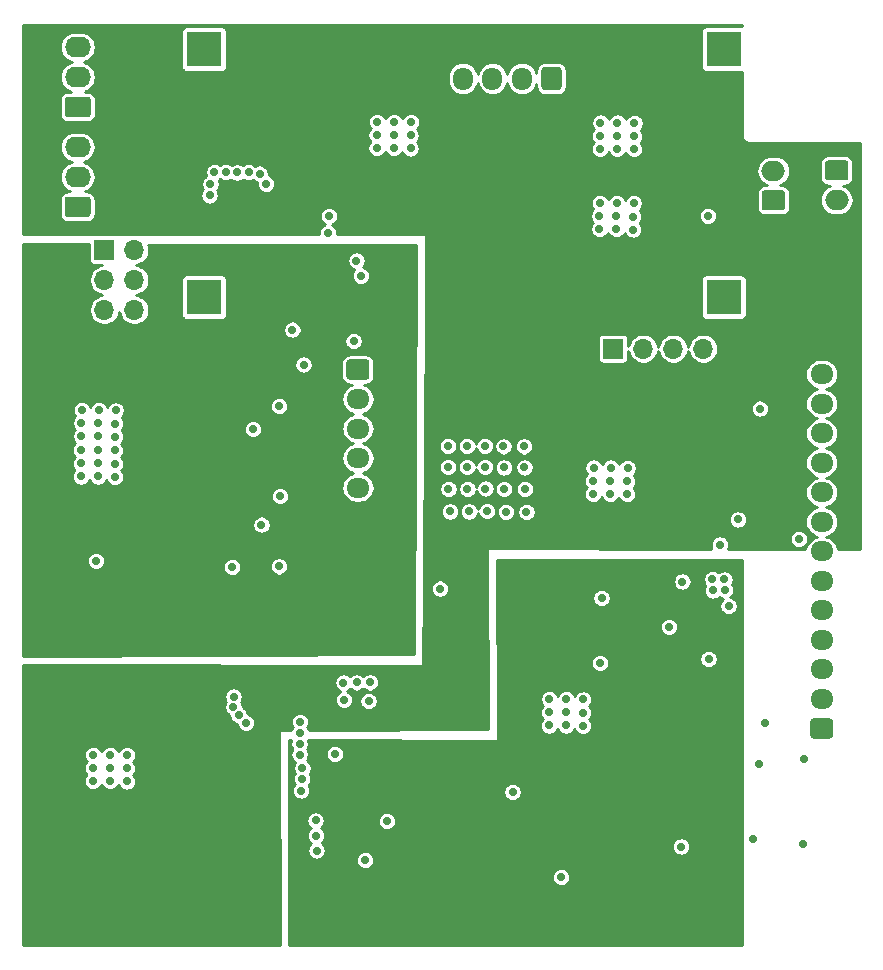
<source format=gbr>
%TF.GenerationSoftware,KiCad,Pcbnew,(5.1.9)-1*%
%TF.CreationDate,2021-11-29T10:56:02+07:00*%
%TF.ProjectId,Hackathon_PCB,4861636b-6174-4686-9f6e-5f5043422e6b,rev?*%
%TF.SameCoordinates,Original*%
%TF.FileFunction,Copper,L3,Inr*%
%TF.FilePolarity,Positive*%
%FSLAX46Y46*%
G04 Gerber Fmt 4.6, Leading zero omitted, Abs format (unit mm)*
G04 Created by KiCad (PCBNEW (5.1.9)-1) date 2021-11-29 10:56:02*
%MOMM*%
%LPD*%
G01*
G04 APERTURE LIST*
%TA.AperFunction,ComponentPad*%
%ADD10R,1.700000X1.700000*%
%TD*%
%TA.AperFunction,ComponentPad*%
%ADD11O,1.700000X1.700000*%
%TD*%
%TA.AperFunction,ComponentPad*%
%ADD12O,2.000000X1.700000*%
%TD*%
%TA.AperFunction,ComponentPad*%
%ADD13O,1.700000X1.950000*%
%TD*%
%TA.AperFunction,ComponentPad*%
%ADD14R,3.000000X3.000000*%
%TD*%
%TA.AperFunction,ComponentPad*%
%ADD15O,2.190000X1.740000*%
%TD*%
%TA.AperFunction,ComponentPad*%
%ADD16O,1.950000X1.700000*%
%TD*%
%TA.AperFunction,ViaPad*%
%ADD17C,0.700000*%
%TD*%
%TA.AperFunction,Conductor*%
%ADD18C,0.254000*%
%TD*%
%TA.AperFunction,Conductor*%
%ADD19C,0.100000*%
%TD*%
G04 APERTURE END LIST*
D10*
%TO.N,/ESP_RX*%
%TO.C,J3*%
X75440000Y-51590000D03*
D11*
%TO.N,/ESP_TX*%
X77980000Y-51590000D03*
%TO.N,Net-(J3-Pad3)*%
X75440000Y-54130000D03*
%TO.N,Net-(J3-Pad4)*%
X77980000Y-54130000D03*
%TO.N,/ESP32C3-12F-Minsys/RXD0*%
X75440000Y-56670000D03*
%TO.N,/ESP32C3-12F-Minsys/TXD0*%
X77980000Y-56670000D03*
%TD*%
%TO.N,Net-(J4-Pad1)*%
%TO.C,J4*%
%TA.AperFunction,ComponentPad*%
G36*
G01*
X136700000Y-44010000D02*
X138200000Y-44010000D01*
G75*
G02*
X138450000Y-44260000I0J-250000D01*
G01*
X138450000Y-45460000D01*
G75*
G02*
X138200000Y-45710000I-250000J0D01*
G01*
X136700000Y-45710000D01*
G75*
G02*
X136450000Y-45460000I0J250000D01*
G01*
X136450000Y-44260000D01*
G75*
G02*
X136700000Y-44010000I250000J0D01*
G01*
G37*
%TD.AperFunction*%
D12*
%TO.N,Net-(J4-Pad2)*%
X137450000Y-47360000D03*
%TD*%
%TO.N,Net-(BT1-Pad1+)*%
%TO.C,J5*%
X132100000Y-44890000D03*
%TO.N,Net-(BT1-Pad1-)*%
%TA.AperFunction,ComponentPad*%
G36*
G01*
X132850000Y-48240000D02*
X131350000Y-48240000D01*
G75*
G02*
X131100000Y-47990000I0J250000D01*
G01*
X131100000Y-46790000D01*
G75*
G02*
X131350000Y-46540000I250000J0D01*
G01*
X132850000Y-46540000D01*
G75*
G02*
X133100000Y-46790000I0J-250000D01*
G01*
X133100000Y-47990000D01*
G75*
G02*
X132850000Y-48240000I-250000J0D01*
G01*
G37*
%TD.AperFunction*%
%TD*%
%TO.N,Net-(J6-Pad1)*%
%TO.C,J6*%
%TA.AperFunction,ComponentPad*%
G36*
G01*
X114160000Y-36355000D02*
X114160000Y-37805000D01*
G75*
G02*
X113910000Y-38055000I-250000J0D01*
G01*
X112710000Y-38055000D01*
G75*
G02*
X112460000Y-37805000I0J250000D01*
G01*
X112460000Y-36355000D01*
G75*
G02*
X112710000Y-36105000I250000J0D01*
G01*
X113910000Y-36105000D01*
G75*
G02*
X114160000Y-36355000I0J-250000D01*
G01*
G37*
%TD.AperFunction*%
D13*
%TO.N,Net-(J6-Pad2)*%
X110810000Y-37080000D03*
%TO.N,Net-(J6-Pad3)*%
X108310000Y-37080000D03*
%TO.N,Net-(J6-Pad4)*%
X105810000Y-37080000D03*
%TD*%
D14*
%TO.N,Net-(S3-Pad3)*%
%TO.C,U2*%
X127900000Y-55590000D03*
%TO.N,Net-(J4-Pad1)*%
X127900000Y-34590000D03*
%TO.N,GND*%
X83900000Y-34590000D03*
%TO.N,Net-(F3-Pad2)*%
X83900000Y-55590000D03*
%TD*%
D11*
%TO.N,Net-(J6-Pad1)*%
%TO.C,U3*%
X126150000Y-59948000D03*
%TO.N,Net-(J6-Pad3)*%
X121070000Y-59948000D03*
%TO.N,Net-(J6-Pad2)*%
X123610000Y-59948000D03*
D10*
%TO.N,Net-(J6-Pad4)*%
X118530000Y-59948000D03*
%TD*%
D15*
%TO.N,GND*%
%TO.C,J7*%
X73200000Y-34410000D03*
%TO.N,/GAS_DATA*%
X73200000Y-36950000D03*
%TO.N,Net-(F1-Pad1)*%
%TA.AperFunction,ComponentPad*%
G36*
G01*
X74045001Y-40360000D02*
X72354999Y-40360000D01*
G75*
G02*
X72105000Y-40110001I0J249999D01*
G01*
X72105000Y-38869999D01*
G75*
G02*
X72354999Y-38620000I249999J0D01*
G01*
X74045001Y-38620000D01*
G75*
G02*
X74295000Y-38869999I0J-249999D01*
G01*
X74295000Y-40110001D01*
G75*
G02*
X74045001Y-40360000I-249999J0D01*
G01*
G37*
%TD.AperFunction*%
%TD*%
%TO.N,Net-(F2-Pad1)*%
%TO.C,J8*%
%TA.AperFunction,ComponentPad*%
G36*
G01*
X74035001Y-48810000D02*
X72344999Y-48810000D01*
G75*
G02*
X72095000Y-48560001I0J249999D01*
G01*
X72095000Y-47319999D01*
G75*
G02*
X72344999Y-47070000I249999J0D01*
G01*
X74035001Y-47070000D01*
G75*
G02*
X74285000Y-47319999I0J-249999D01*
G01*
X74285000Y-48560001D01*
G75*
G02*
X74035001Y-48810000I-249999J0D01*
G01*
G37*
%TD.AperFunction*%
%TO.N,/DHT_DATA*%
X73190000Y-45400000D03*
%TO.N,GND*%
X73190000Y-42860000D03*
%TD*%
%TO.N,GND*%
%TO.C,J1*%
%TA.AperFunction,ComponentPad*%
G36*
G01*
X136915000Y-92960000D02*
X135465000Y-92960000D01*
G75*
G02*
X135215000Y-92710000I0J250000D01*
G01*
X135215000Y-91510000D01*
G75*
G02*
X135465000Y-91260000I250000J0D01*
G01*
X136915000Y-91260000D01*
G75*
G02*
X137165000Y-91510000I0J-250000D01*
G01*
X137165000Y-92710000D01*
G75*
G02*
X136915000Y-92960000I-250000J0D01*
G01*
G37*
%TD.AperFunction*%
D16*
X136190000Y-89610000D03*
%TO.N,/DHT_DATA*%
X136190000Y-87110000D03*
%TO.N,/GAS_DATA*%
X136190000Y-84610000D03*
%TO.N,/M_TX*%
X136190000Y-82110000D03*
%TO.N,/M_RX*%
X136190000Y-79610000D03*
%TO.N,/PERST*%
X136190000Y-77110000D03*
%TO.N,/M_DIS*%
X136190000Y-74610000D03*
%TO.N,/M_WAKE*%
X136190000Y-72110000D03*
%TO.N,/M_EN*%
X136190000Y-69610000D03*
%TO.N,/ESP_TX*%
X136190000Y-67110000D03*
%TO.N,/ESP_RX*%
X136190000Y-64610000D03*
%TO.N,/ESP_EN*%
X136190000Y-62110000D03*
%TO.N,+5V*%
X136190000Y-59610000D03*
%TD*%
%TO.N,GND*%
%TO.C,J2*%
%TA.AperFunction,ComponentPad*%
G36*
G01*
X96195000Y-60860000D02*
X97645000Y-60860000D01*
G75*
G02*
X97895000Y-61110000I0J-250000D01*
G01*
X97895000Y-62310000D01*
G75*
G02*
X97645000Y-62560000I-250000J0D01*
G01*
X96195000Y-62560000D01*
G75*
G02*
X95945000Y-62310000I0J250000D01*
G01*
X95945000Y-61110000D01*
G75*
G02*
X96195000Y-60860000I250000J0D01*
G01*
G37*
%TD.AperFunction*%
%TO.N,/ESP32C3-12F-Minsys/RTS*%
X96920000Y-64210000D03*
%TO.N,/ESP32C3-12F-Minsys/RXD0*%
X96920000Y-66710000D03*
%TO.N,/ESP32C3-12F-Minsys/TXD0*%
X96920000Y-69210000D03*
%TO.N,/ESP32C3-12F-Minsys/DTR*%
X96920000Y-71710000D03*
%TO.N,/ESP32C3-12F-Minsys/ESP_VCC*%
X96920000Y-74210000D03*
%TD*%
D17*
%TO.N,/ESP32C3-12F-Minsys/CHIP_EN*%
X88750000Y-74850000D03*
X90230000Y-78380000D03*
X74750000Y-77900000D03*
X86275000Y-78440000D03*
X134600000Y-101890000D03*
X97170000Y-53770000D03*
X91370000Y-58340000D03*
X88030000Y-66770000D03*
%TO.N,GND*%
X84770000Y-45010000D03*
X85740000Y-45000000D03*
X86700000Y-45030000D03*
X84440000Y-45990000D03*
X84360000Y-46980000D03*
X87670000Y-45010000D03*
X88600000Y-45130000D03*
X89160000Y-45990000D03*
X104530000Y-68190000D03*
X106140000Y-68190000D03*
X107660000Y-68170000D03*
X109240000Y-68220000D03*
X110990000Y-68220000D03*
X107690000Y-69950000D03*
X104560000Y-69970000D03*
X106170000Y-69970000D03*
X111020000Y-70000000D03*
X109270000Y-70000000D03*
X106200000Y-71810000D03*
X111050000Y-71840000D03*
X109300000Y-71840000D03*
X107720000Y-71790000D03*
X104590000Y-71810000D03*
X107860000Y-73710000D03*
X111190000Y-73760000D03*
X106340000Y-73730000D03*
X104730000Y-73730000D03*
X109440000Y-73760000D03*
X86390000Y-89400000D03*
X86380000Y-90280000D03*
X86820000Y-90980000D03*
X87440000Y-91620000D03*
X92130000Y-97370000D03*
X92200000Y-96390000D03*
X92220000Y-95460000D03*
X92030000Y-91550000D03*
X92010000Y-92450000D03*
X91990000Y-93390000D03*
X91990000Y-94310000D03*
X126610000Y-86230000D03*
X126940000Y-79470000D03*
X127960000Y-79490000D03*
X127990000Y-80370000D03*
X126960000Y-80420000D03*
X98540000Y-40740000D03*
X99980000Y-40740000D03*
X101410000Y-40770000D03*
X99950000Y-41870000D03*
X101380000Y-41900000D03*
X98510000Y-41870000D03*
X98510000Y-42970000D03*
X101380000Y-43000000D03*
X99950000Y-42970000D03*
X118900000Y-40810000D03*
X117430000Y-41940000D03*
X120330000Y-40840000D03*
X117460000Y-40810000D03*
X117430000Y-43040000D03*
X120300000Y-41970000D03*
X118870000Y-41940000D03*
X120300000Y-43070000D03*
X118870000Y-43040000D03*
X117370000Y-49840000D03*
X120240000Y-48770000D03*
X117370000Y-48740000D03*
X120240000Y-49870000D03*
X118840000Y-47610000D03*
X117400000Y-47610000D03*
X118810000Y-48740000D03*
X120270000Y-47640000D03*
X118810000Y-49840000D03*
X116850000Y-72250000D03*
X118320000Y-70020000D03*
X116880000Y-70020000D03*
X119750000Y-70050000D03*
X119720000Y-71180000D03*
X118290000Y-71150000D03*
X116850000Y-71150000D03*
X119720000Y-72280000D03*
X118290000Y-72250000D03*
X74510000Y-94330000D03*
X75920000Y-96560000D03*
X75950000Y-94330000D03*
X77380000Y-94360000D03*
X77350000Y-96590000D03*
X77350000Y-95490000D03*
X74480000Y-96560000D03*
X75920000Y-95460000D03*
X74480000Y-95460000D03*
X95700000Y-88220000D03*
X96810000Y-88200000D03*
X97940000Y-88200000D03*
X73510000Y-67370000D03*
X76380000Y-66300000D03*
X73510000Y-66270000D03*
X76380000Y-67400000D03*
X74980000Y-65140000D03*
X73540000Y-65140000D03*
X74950000Y-66270000D03*
X76410000Y-65170000D03*
X74950000Y-67370000D03*
X74910000Y-70770000D03*
X76340000Y-69700000D03*
X73500000Y-68540000D03*
X74910000Y-69670000D03*
X74940000Y-68540000D03*
X73470000Y-69670000D03*
X73470000Y-70770000D03*
X76370000Y-68570000D03*
X76340000Y-70800000D03*
X113100000Y-90750000D03*
X114540000Y-90750000D03*
X115970000Y-91880000D03*
X114540000Y-91850000D03*
X116000000Y-89650000D03*
X113130000Y-89620000D03*
X113100000Y-91850000D03*
X115970000Y-90780000D03*
X114570000Y-89620000D03*
%TO.N,/ESP32C3-12F-Minsys/IO9*%
X134700000Y-94660000D03*
X96800000Y-52490000D03*
%TO.N,/ESP32C3-12F-Minsys/ESP_VCC*%
X84490000Y-85020000D03*
X84480000Y-84230000D03*
X84490000Y-83410000D03*
X84360000Y-82610000D03*
X84370000Y-81780000D03*
X84390000Y-80960000D03*
X84380000Y-80140000D03*
X84380000Y-79340000D03*
%TO.N,+5V*%
X105858200Y-79041200D03*
X105870000Y-79830000D03*
X105460000Y-83580000D03*
X105430000Y-84350000D03*
X104500000Y-85470000D03*
X104420000Y-86360000D03*
X84490000Y-87290000D03*
X84500000Y-88110000D03*
X84490000Y-88930000D03*
X84490000Y-89750000D03*
X84490000Y-90570000D03*
X84490000Y-91380000D03*
X89120000Y-43210000D03*
X88140000Y-43160000D03*
X87100000Y-43160000D03*
X86020000Y-43130000D03*
X85230000Y-43150000D03*
X84480000Y-43120000D03*
%TO.N,/ESP32C3-12F-Minsys/RTS*%
X90260000Y-64820000D03*
%TO.N,/ESP32C3-12F-Minsys/TXD0*%
X96560000Y-59320000D03*
%TO.N,/ESP32C3-12F-Minsys/DTR*%
X90337500Y-72450000D03*
X92320000Y-61300000D03*
%TO.N,/Modem/SIM_VDD*%
X110020000Y-97480000D03*
X114140000Y-104700000D03*
%TO.N,/Modem/VCC_MODEM*%
X109261800Y-79041200D03*
X109260000Y-79940000D03*
X109240000Y-81930000D03*
X109240000Y-82860000D03*
X109260000Y-83740000D03*
X109090000Y-84680000D03*
X109120000Y-85570000D03*
X114800000Y-79210000D03*
X119130000Y-82390000D03*
X119880000Y-82380000D03*
X127240000Y-87100000D03*
X128000000Y-87110000D03*
X127250000Y-87740000D03*
X128000000Y-87770000D03*
X121890000Y-108800000D03*
X121930000Y-108030000D03*
X121930000Y-107290000D03*
%TO.N,Net-(IC2-Pad1)*%
X117550000Y-81040000D03*
X103870000Y-80270000D03*
%TO.N,/ESP_TX*%
X94410000Y-50150000D03*
%TO.N,/ESP_RX*%
X94480000Y-48710000D03*
%TO.N,/ESP_EN*%
X130940000Y-65030000D03*
%TO.N,Net-(J9-Pad42)*%
X131390000Y-91620000D03*
X128310000Y-81750000D03*
X123260000Y-83490000D03*
X117410000Y-86570000D03*
%TO.N,Net-(J9-Pad20)*%
X124390000Y-79670000D03*
X127560000Y-76540000D03*
%TO.N,Net-(J9-Pad13)*%
X130890000Y-95100000D03*
X130380000Y-101480000D03*
%TO.N,Net-(J9-Pad1)*%
X129080000Y-74410000D03*
X124300000Y-102110000D03*
%TO.N,Net-(J10-PadC7)*%
X97550000Y-103260000D03*
X93420000Y-102440000D03*
%TO.N,Net-(J10-PadC6)*%
X97830000Y-89800000D03*
X93340000Y-99890000D03*
%TO.N,Net-(J10-PadC2)*%
X94960000Y-94260000D03*
X95750000Y-89670000D03*
X99370000Y-99960000D03*
X93380000Y-101170000D03*
%TO.N,/BAT_STAT*%
X134250000Y-76050000D03*
X126537500Y-48700000D03*
%TD*%
D18*
%TO.N,/ESP32C3-12F-Minsys/ESP_VCC*%
X74160934Y-51125573D02*
X74160934Y-52440000D01*
X74169178Y-52523707D01*
X74193595Y-52604196D01*
X74233245Y-52678376D01*
X74286605Y-52743395D01*
X74351624Y-52796755D01*
X74425804Y-52836405D01*
X74506293Y-52860822D01*
X74590000Y-52869066D01*
X75233456Y-52869066D01*
X75067513Y-52902074D01*
X74835114Y-52998337D01*
X74625960Y-53138089D01*
X74448089Y-53315960D01*
X74308337Y-53525114D01*
X74212074Y-53757513D01*
X74163000Y-54004226D01*
X74163000Y-54255774D01*
X74212074Y-54502487D01*
X74308337Y-54734886D01*
X74448089Y-54944040D01*
X74625960Y-55121911D01*
X74835114Y-55261663D01*
X75067513Y-55357926D01*
X75279034Y-55400000D01*
X75067513Y-55442074D01*
X74835114Y-55538337D01*
X74625960Y-55678089D01*
X74448089Y-55855960D01*
X74308337Y-56065114D01*
X74212074Y-56297513D01*
X74163000Y-56544226D01*
X74163000Y-56795774D01*
X74212074Y-57042487D01*
X74308337Y-57274886D01*
X74448089Y-57484040D01*
X74625960Y-57661911D01*
X74835114Y-57801663D01*
X75067513Y-57897926D01*
X75314226Y-57947000D01*
X75565774Y-57947000D01*
X75812487Y-57897926D01*
X76044886Y-57801663D01*
X76254040Y-57661911D01*
X76431911Y-57484040D01*
X76571663Y-57274886D01*
X76667926Y-57042487D01*
X76710000Y-56830966D01*
X76752074Y-57042487D01*
X76848337Y-57274886D01*
X76988089Y-57484040D01*
X77165960Y-57661911D01*
X77375114Y-57801663D01*
X77607513Y-57897926D01*
X77854226Y-57947000D01*
X78105774Y-57947000D01*
X78352487Y-57897926D01*
X78584886Y-57801663D01*
X78794040Y-57661911D01*
X78971911Y-57484040D01*
X79111663Y-57274886D01*
X79207926Y-57042487D01*
X79257000Y-56795774D01*
X79257000Y-56544226D01*
X79207926Y-56297513D01*
X79111663Y-56065114D01*
X78971911Y-55855960D01*
X78794040Y-55678089D01*
X78584886Y-55538337D01*
X78352487Y-55442074D01*
X78140966Y-55400000D01*
X78352487Y-55357926D01*
X78584886Y-55261663D01*
X78794040Y-55121911D01*
X78971911Y-54944040D01*
X79111663Y-54734886D01*
X79207926Y-54502487D01*
X79257000Y-54255774D01*
X79257000Y-54090000D01*
X81970934Y-54090000D01*
X81970934Y-57090000D01*
X81979178Y-57173707D01*
X82003595Y-57254196D01*
X82043245Y-57328376D01*
X82096605Y-57393395D01*
X82161624Y-57446755D01*
X82235804Y-57486405D01*
X82316293Y-57510822D01*
X82400000Y-57519066D01*
X85400000Y-57519066D01*
X85483707Y-57510822D01*
X85564196Y-57486405D01*
X85638376Y-57446755D01*
X85703395Y-57393395D01*
X85756755Y-57328376D01*
X85796405Y-57254196D01*
X85820822Y-57173707D01*
X85829066Y-57090000D01*
X85829066Y-54090000D01*
X85820822Y-54006293D01*
X85796405Y-53925804D01*
X85756755Y-53851624D01*
X85703395Y-53786605D01*
X85638376Y-53733245D01*
X85564196Y-53693595D01*
X85483707Y-53669178D01*
X85400000Y-53660934D01*
X82400000Y-53660934D01*
X82316293Y-53669178D01*
X82235804Y-53693595D01*
X82161624Y-53733245D01*
X82096605Y-53786605D01*
X82043245Y-53851624D01*
X82003595Y-53925804D01*
X81979178Y-54006293D01*
X81970934Y-54090000D01*
X79257000Y-54090000D01*
X79257000Y-54004226D01*
X79207926Y-53757513D01*
X79111663Y-53525114D01*
X78971911Y-53315960D01*
X78794040Y-53138089D01*
X78584886Y-52998337D01*
X78352487Y-52902074D01*
X78140966Y-52860000D01*
X78352487Y-52817926D01*
X78584886Y-52721663D01*
X78794040Y-52581911D01*
X78962479Y-52413472D01*
X96023000Y-52413472D01*
X96023000Y-52566528D01*
X96052859Y-52716643D01*
X96111431Y-52858048D01*
X96196464Y-52985309D01*
X96304691Y-53093536D01*
X96431952Y-53178569D01*
X96573357Y-53237141D01*
X96598928Y-53242227D01*
X96566464Y-53274691D01*
X96481431Y-53401952D01*
X96422859Y-53543357D01*
X96393000Y-53693472D01*
X96393000Y-53846528D01*
X96422859Y-53996643D01*
X96481431Y-54138048D01*
X96566464Y-54265309D01*
X96674691Y-54373536D01*
X96801952Y-54458569D01*
X96943357Y-54517141D01*
X97093472Y-54547000D01*
X97246528Y-54547000D01*
X97396643Y-54517141D01*
X97538048Y-54458569D01*
X97665309Y-54373536D01*
X97773536Y-54265309D01*
X97858569Y-54138048D01*
X97917141Y-53996643D01*
X97947000Y-53846528D01*
X97947000Y-53693472D01*
X97917141Y-53543357D01*
X97858569Y-53401952D01*
X97773536Y-53274691D01*
X97665309Y-53166464D01*
X97538048Y-53081431D01*
X97396643Y-53022859D01*
X97371072Y-53017773D01*
X97403536Y-52985309D01*
X97488569Y-52858048D01*
X97547141Y-52716643D01*
X97577000Y-52566528D01*
X97577000Y-52413472D01*
X97547141Y-52263357D01*
X97488569Y-52121952D01*
X97403536Y-51994691D01*
X97295309Y-51886464D01*
X97168048Y-51801431D01*
X97026643Y-51742859D01*
X96876528Y-51713000D01*
X96723472Y-51713000D01*
X96573357Y-51742859D01*
X96431952Y-51801431D01*
X96304691Y-51886464D01*
X96196464Y-51994691D01*
X96111431Y-52121952D01*
X96052859Y-52263357D01*
X96023000Y-52413472D01*
X78962479Y-52413472D01*
X78971911Y-52404040D01*
X79111663Y-52194886D01*
X79207926Y-51962487D01*
X79257000Y-51715774D01*
X79257000Y-51464226D01*
X79207926Y-51217513D01*
X79175170Y-51138433D01*
X101882381Y-51196674D01*
X101713616Y-85803502D01*
X68527000Y-85935494D01*
X68527000Y-77823472D01*
X73973000Y-77823472D01*
X73973000Y-77976528D01*
X74002859Y-78126643D01*
X74061431Y-78268048D01*
X74146464Y-78395309D01*
X74254691Y-78503536D01*
X74381952Y-78588569D01*
X74523357Y-78647141D01*
X74673472Y-78677000D01*
X74826528Y-78677000D01*
X74976643Y-78647141D01*
X75118048Y-78588569D01*
X75245309Y-78503536D01*
X75353536Y-78395309D01*
X75374808Y-78363472D01*
X85498000Y-78363472D01*
X85498000Y-78516528D01*
X85527859Y-78666643D01*
X85586431Y-78808048D01*
X85671464Y-78935309D01*
X85779691Y-79043536D01*
X85906952Y-79128569D01*
X86048357Y-79187141D01*
X86198472Y-79217000D01*
X86351528Y-79217000D01*
X86501643Y-79187141D01*
X86643048Y-79128569D01*
X86770309Y-79043536D01*
X86878536Y-78935309D01*
X86963569Y-78808048D01*
X87022141Y-78666643D01*
X87052000Y-78516528D01*
X87052000Y-78363472D01*
X87040066Y-78303472D01*
X89453000Y-78303472D01*
X89453000Y-78456528D01*
X89482859Y-78606643D01*
X89541431Y-78748048D01*
X89626464Y-78875309D01*
X89734691Y-78983536D01*
X89861952Y-79068569D01*
X90003357Y-79127141D01*
X90153472Y-79157000D01*
X90306528Y-79157000D01*
X90456643Y-79127141D01*
X90598048Y-79068569D01*
X90725309Y-78983536D01*
X90833536Y-78875309D01*
X90918569Y-78748048D01*
X90977141Y-78606643D01*
X91007000Y-78456528D01*
X91007000Y-78303472D01*
X90977141Y-78153357D01*
X90918569Y-78011952D01*
X90833536Y-77884691D01*
X90725309Y-77776464D01*
X90598048Y-77691431D01*
X90456643Y-77632859D01*
X90306528Y-77603000D01*
X90153472Y-77603000D01*
X90003357Y-77632859D01*
X89861952Y-77691431D01*
X89734691Y-77776464D01*
X89626464Y-77884691D01*
X89541431Y-78011952D01*
X89482859Y-78153357D01*
X89453000Y-78303472D01*
X87040066Y-78303472D01*
X87022141Y-78213357D01*
X86963569Y-78071952D01*
X86878536Y-77944691D01*
X86770309Y-77836464D01*
X86643048Y-77751431D01*
X86501643Y-77692859D01*
X86351528Y-77663000D01*
X86198472Y-77663000D01*
X86048357Y-77692859D01*
X85906952Y-77751431D01*
X85779691Y-77836464D01*
X85671464Y-77944691D01*
X85586431Y-78071952D01*
X85527859Y-78213357D01*
X85498000Y-78363472D01*
X75374808Y-78363472D01*
X75438569Y-78268048D01*
X75497141Y-78126643D01*
X75527000Y-77976528D01*
X75527000Y-77823472D01*
X75497141Y-77673357D01*
X75438569Y-77531952D01*
X75353536Y-77404691D01*
X75245309Y-77296464D01*
X75118048Y-77211431D01*
X74976643Y-77152859D01*
X74826528Y-77123000D01*
X74673472Y-77123000D01*
X74523357Y-77152859D01*
X74381952Y-77211431D01*
X74254691Y-77296464D01*
X74146464Y-77404691D01*
X74061431Y-77531952D01*
X74002859Y-77673357D01*
X73973000Y-77823472D01*
X68527000Y-77823472D01*
X68527000Y-74773472D01*
X87973000Y-74773472D01*
X87973000Y-74926528D01*
X88002859Y-75076643D01*
X88061431Y-75218048D01*
X88146464Y-75345309D01*
X88254691Y-75453536D01*
X88381952Y-75538569D01*
X88523357Y-75597141D01*
X88673472Y-75627000D01*
X88826528Y-75627000D01*
X88976643Y-75597141D01*
X89118048Y-75538569D01*
X89245309Y-75453536D01*
X89353536Y-75345309D01*
X89438569Y-75218048D01*
X89497141Y-75076643D01*
X89527000Y-74926528D01*
X89527000Y-74773472D01*
X89497141Y-74623357D01*
X89438569Y-74481952D01*
X89353536Y-74354691D01*
X89245309Y-74246464D01*
X89118048Y-74161431D01*
X88976643Y-74102859D01*
X88826528Y-74073000D01*
X88673472Y-74073000D01*
X88523357Y-74102859D01*
X88381952Y-74161431D01*
X88254691Y-74246464D01*
X88146464Y-74354691D01*
X88061431Y-74481952D01*
X88002859Y-74623357D01*
X87973000Y-74773472D01*
X68527000Y-74773472D01*
X68527000Y-72373472D01*
X89560500Y-72373472D01*
X89560500Y-72526528D01*
X89590359Y-72676643D01*
X89648931Y-72818048D01*
X89733964Y-72945309D01*
X89842191Y-73053536D01*
X89969452Y-73138569D01*
X90110857Y-73197141D01*
X90260972Y-73227000D01*
X90414028Y-73227000D01*
X90564143Y-73197141D01*
X90705548Y-73138569D01*
X90832809Y-73053536D01*
X90941036Y-72945309D01*
X91026069Y-72818048D01*
X91084641Y-72676643D01*
X91114500Y-72526528D01*
X91114500Y-72373472D01*
X91084641Y-72223357D01*
X91026069Y-72081952D01*
X90941036Y-71954691D01*
X90832809Y-71846464D01*
X90705548Y-71761431D01*
X90564143Y-71702859D01*
X90414028Y-71673000D01*
X90260972Y-71673000D01*
X90110857Y-71702859D01*
X89969452Y-71761431D01*
X89842191Y-71846464D01*
X89733964Y-71954691D01*
X89648931Y-72081952D01*
X89590359Y-72223357D01*
X89560500Y-72373472D01*
X68527000Y-72373472D01*
X68527000Y-69593472D01*
X72693000Y-69593472D01*
X72693000Y-69746528D01*
X72722859Y-69896643D01*
X72781431Y-70038048D01*
X72866464Y-70165309D01*
X72921155Y-70220000D01*
X72866464Y-70274691D01*
X72781431Y-70401952D01*
X72722859Y-70543357D01*
X72693000Y-70693472D01*
X72693000Y-70846528D01*
X72722859Y-70996643D01*
X72781431Y-71138048D01*
X72866464Y-71265309D01*
X72974691Y-71373536D01*
X73101952Y-71458569D01*
X73243357Y-71517141D01*
X73393472Y-71547000D01*
X73546528Y-71547000D01*
X73696643Y-71517141D01*
X73838048Y-71458569D01*
X73965309Y-71373536D01*
X74073536Y-71265309D01*
X74158569Y-71138048D01*
X74190000Y-71062167D01*
X74221431Y-71138048D01*
X74306464Y-71265309D01*
X74414691Y-71373536D01*
X74541952Y-71458569D01*
X74683357Y-71517141D01*
X74833472Y-71547000D01*
X74986528Y-71547000D01*
X75136643Y-71517141D01*
X75278048Y-71458569D01*
X75405309Y-71373536D01*
X75513536Y-71265309D01*
X75598569Y-71138048D01*
X75618787Y-71089238D01*
X75651431Y-71168048D01*
X75736464Y-71295309D01*
X75844691Y-71403536D01*
X75971952Y-71488569D01*
X76113357Y-71547141D01*
X76263472Y-71577000D01*
X76416528Y-71577000D01*
X76566643Y-71547141D01*
X76708048Y-71488569D01*
X76835309Y-71403536D01*
X76943536Y-71295309D01*
X77028569Y-71168048D01*
X77087141Y-71026643D01*
X77117000Y-70876528D01*
X77117000Y-70723472D01*
X77087141Y-70573357D01*
X77028569Y-70431952D01*
X76943536Y-70304691D01*
X76888845Y-70250000D01*
X76943536Y-70195309D01*
X77028569Y-70068048D01*
X77087141Y-69926643D01*
X77117000Y-69776528D01*
X77117000Y-69623472D01*
X77087141Y-69473357D01*
X77028569Y-69331952D01*
X76943536Y-69204691D01*
X76888845Y-69150000D01*
X76973536Y-69065309D01*
X77058569Y-68938048D01*
X77117141Y-68796643D01*
X77147000Y-68646528D01*
X77147000Y-68493472D01*
X77117141Y-68343357D01*
X77058569Y-68201952D01*
X76973536Y-68074691D01*
X76888845Y-67990000D01*
X76983536Y-67895309D01*
X77068569Y-67768048D01*
X77127141Y-67626643D01*
X77157000Y-67476528D01*
X77157000Y-67323472D01*
X77127141Y-67173357D01*
X77068569Y-67031952D01*
X76983536Y-66904691D01*
X76928845Y-66850000D01*
X76983536Y-66795309D01*
X77051581Y-66693472D01*
X87253000Y-66693472D01*
X87253000Y-66846528D01*
X87282859Y-66996643D01*
X87341431Y-67138048D01*
X87426464Y-67265309D01*
X87534691Y-67373536D01*
X87661952Y-67458569D01*
X87803357Y-67517141D01*
X87953472Y-67547000D01*
X88106528Y-67547000D01*
X88256643Y-67517141D01*
X88398048Y-67458569D01*
X88525309Y-67373536D01*
X88633536Y-67265309D01*
X88718569Y-67138048D01*
X88777141Y-66996643D01*
X88807000Y-66846528D01*
X88807000Y-66693472D01*
X88777141Y-66543357D01*
X88718569Y-66401952D01*
X88633536Y-66274691D01*
X88525309Y-66166464D01*
X88398048Y-66081431D01*
X88256643Y-66022859D01*
X88106528Y-65993000D01*
X87953472Y-65993000D01*
X87803357Y-66022859D01*
X87661952Y-66081431D01*
X87534691Y-66166464D01*
X87426464Y-66274691D01*
X87341431Y-66401952D01*
X87282859Y-66543357D01*
X87253000Y-66693472D01*
X77051581Y-66693472D01*
X77068569Y-66668048D01*
X77127141Y-66526643D01*
X77157000Y-66376528D01*
X77157000Y-66223472D01*
X77127141Y-66073357D01*
X77068569Y-65931952D01*
X76983536Y-65804691D01*
X76928845Y-65750000D01*
X77013536Y-65665309D01*
X77098569Y-65538048D01*
X77157141Y-65396643D01*
X77187000Y-65246528D01*
X77187000Y-65093472D01*
X77157141Y-64943357D01*
X77098569Y-64801952D01*
X77059494Y-64743472D01*
X89483000Y-64743472D01*
X89483000Y-64896528D01*
X89512859Y-65046643D01*
X89571431Y-65188048D01*
X89656464Y-65315309D01*
X89764691Y-65423536D01*
X89891952Y-65508569D01*
X90033357Y-65567141D01*
X90183472Y-65597000D01*
X90336528Y-65597000D01*
X90486643Y-65567141D01*
X90628048Y-65508569D01*
X90755309Y-65423536D01*
X90863536Y-65315309D01*
X90948569Y-65188048D01*
X91007141Y-65046643D01*
X91037000Y-64896528D01*
X91037000Y-64743472D01*
X91007141Y-64593357D01*
X90948569Y-64451952D01*
X90863536Y-64324691D01*
X90755309Y-64216464D01*
X90745635Y-64210000D01*
X95511822Y-64210000D01*
X95536478Y-64460336D01*
X95609498Y-64701051D01*
X95728076Y-64922896D01*
X95887656Y-65117344D01*
X96082104Y-65276924D01*
X96303949Y-65395502D01*
X96516571Y-65460000D01*
X96303949Y-65524498D01*
X96082104Y-65643076D01*
X95887656Y-65802656D01*
X95728076Y-65997104D01*
X95609498Y-66218949D01*
X95536478Y-66459664D01*
X95511822Y-66710000D01*
X95536478Y-66960336D01*
X95609498Y-67201051D01*
X95728076Y-67422896D01*
X95887656Y-67617344D01*
X96082104Y-67776924D01*
X96303949Y-67895502D01*
X96516571Y-67960000D01*
X96303949Y-68024498D01*
X96082104Y-68143076D01*
X95887656Y-68302656D01*
X95728076Y-68497104D01*
X95609498Y-68718949D01*
X95536478Y-68959664D01*
X95511822Y-69210000D01*
X95536478Y-69460336D01*
X95609498Y-69701051D01*
X95728076Y-69922896D01*
X95887656Y-70117344D01*
X96082104Y-70276924D01*
X96303949Y-70395502D01*
X96516571Y-70460000D01*
X96303949Y-70524498D01*
X96082104Y-70643076D01*
X95887656Y-70802656D01*
X95728076Y-70997104D01*
X95609498Y-71218949D01*
X95536478Y-71459664D01*
X95511822Y-71710000D01*
X95536478Y-71960336D01*
X95609498Y-72201051D01*
X95728076Y-72422896D01*
X95887656Y-72617344D01*
X96082104Y-72776924D01*
X96303949Y-72895502D01*
X96544664Y-72968522D01*
X96732274Y-72987000D01*
X97107726Y-72987000D01*
X97295336Y-72968522D01*
X97536051Y-72895502D01*
X97757896Y-72776924D01*
X97952344Y-72617344D01*
X98111924Y-72422896D01*
X98230502Y-72201051D01*
X98303522Y-71960336D01*
X98328178Y-71710000D01*
X98303522Y-71459664D01*
X98230502Y-71218949D01*
X98111924Y-70997104D01*
X97952344Y-70802656D01*
X97757896Y-70643076D01*
X97536051Y-70524498D01*
X97323429Y-70460000D01*
X97536051Y-70395502D01*
X97757896Y-70276924D01*
X97952344Y-70117344D01*
X98111924Y-69922896D01*
X98230502Y-69701051D01*
X98303522Y-69460336D01*
X98328178Y-69210000D01*
X98303522Y-68959664D01*
X98230502Y-68718949D01*
X98111924Y-68497104D01*
X97952344Y-68302656D01*
X97757896Y-68143076D01*
X97536051Y-68024498D01*
X97323429Y-67960000D01*
X97536051Y-67895502D01*
X97757896Y-67776924D01*
X97952344Y-67617344D01*
X98111924Y-67422896D01*
X98230502Y-67201051D01*
X98303522Y-66960336D01*
X98328178Y-66710000D01*
X98303522Y-66459664D01*
X98230502Y-66218949D01*
X98111924Y-65997104D01*
X97952344Y-65802656D01*
X97757896Y-65643076D01*
X97536051Y-65524498D01*
X97323429Y-65460000D01*
X97536051Y-65395502D01*
X97757896Y-65276924D01*
X97952344Y-65117344D01*
X98111924Y-64922896D01*
X98230502Y-64701051D01*
X98303522Y-64460336D01*
X98328178Y-64210000D01*
X98303522Y-63959664D01*
X98230502Y-63718949D01*
X98111924Y-63497104D01*
X97952344Y-63302656D01*
X97757896Y-63143076D01*
X97536051Y-63024498D01*
X97419247Y-62989066D01*
X97645000Y-62989066D01*
X97777479Y-62976018D01*
X97904867Y-62937375D01*
X98022269Y-62874623D01*
X98125172Y-62790172D01*
X98209623Y-62687269D01*
X98272375Y-62569867D01*
X98311018Y-62442479D01*
X98324066Y-62310000D01*
X98324066Y-61110000D01*
X98311018Y-60977521D01*
X98272375Y-60850133D01*
X98209623Y-60732731D01*
X98125172Y-60629828D01*
X98022269Y-60545377D01*
X97904867Y-60482625D01*
X97777479Y-60443982D01*
X97645000Y-60430934D01*
X96195000Y-60430934D01*
X96062521Y-60443982D01*
X95935133Y-60482625D01*
X95817731Y-60545377D01*
X95714828Y-60629828D01*
X95630377Y-60732731D01*
X95567625Y-60850133D01*
X95528982Y-60977521D01*
X95515934Y-61110000D01*
X95515934Y-62310000D01*
X95528982Y-62442479D01*
X95567625Y-62569867D01*
X95630377Y-62687269D01*
X95714828Y-62790172D01*
X95817731Y-62874623D01*
X95935133Y-62937375D01*
X96062521Y-62976018D01*
X96195000Y-62989066D01*
X96420753Y-62989066D01*
X96303949Y-63024498D01*
X96082104Y-63143076D01*
X95887656Y-63302656D01*
X95728076Y-63497104D01*
X95609498Y-63718949D01*
X95536478Y-63959664D01*
X95511822Y-64210000D01*
X90745635Y-64210000D01*
X90628048Y-64131431D01*
X90486643Y-64072859D01*
X90336528Y-64043000D01*
X90183472Y-64043000D01*
X90033357Y-64072859D01*
X89891952Y-64131431D01*
X89764691Y-64216464D01*
X89656464Y-64324691D01*
X89571431Y-64451952D01*
X89512859Y-64593357D01*
X89483000Y-64743472D01*
X77059494Y-64743472D01*
X77013536Y-64674691D01*
X76905309Y-64566464D01*
X76778048Y-64481431D01*
X76636643Y-64422859D01*
X76486528Y-64393000D01*
X76333472Y-64393000D01*
X76183357Y-64422859D01*
X76041952Y-64481431D01*
X75914691Y-64566464D01*
X75806464Y-64674691D01*
X75721431Y-64801952D01*
X75701213Y-64850762D01*
X75668569Y-64771952D01*
X75583536Y-64644691D01*
X75475309Y-64536464D01*
X75348048Y-64451431D01*
X75206643Y-64392859D01*
X75056528Y-64363000D01*
X74903472Y-64363000D01*
X74753357Y-64392859D01*
X74611952Y-64451431D01*
X74484691Y-64536464D01*
X74376464Y-64644691D01*
X74291431Y-64771952D01*
X74260000Y-64847833D01*
X74228569Y-64771952D01*
X74143536Y-64644691D01*
X74035309Y-64536464D01*
X73908048Y-64451431D01*
X73766643Y-64392859D01*
X73616528Y-64363000D01*
X73463472Y-64363000D01*
X73313357Y-64392859D01*
X73171952Y-64451431D01*
X73044691Y-64536464D01*
X72936464Y-64644691D01*
X72851431Y-64771952D01*
X72792859Y-64913357D01*
X72763000Y-65063472D01*
X72763000Y-65216528D01*
X72792859Y-65366643D01*
X72851431Y-65508048D01*
X72936464Y-65635309D01*
X72991155Y-65690000D01*
X72906464Y-65774691D01*
X72821431Y-65901952D01*
X72762859Y-66043357D01*
X72733000Y-66193472D01*
X72733000Y-66346528D01*
X72762859Y-66496643D01*
X72821431Y-66638048D01*
X72906464Y-66765309D01*
X72961155Y-66820000D01*
X72906464Y-66874691D01*
X72821431Y-67001952D01*
X72762859Y-67143357D01*
X72733000Y-67293472D01*
X72733000Y-67446528D01*
X72762859Y-67596643D01*
X72821431Y-67738048D01*
X72906464Y-67865309D01*
X72991155Y-67950000D01*
X72896464Y-68044691D01*
X72811431Y-68171952D01*
X72752859Y-68313357D01*
X72723000Y-68463472D01*
X72723000Y-68616528D01*
X72752859Y-68766643D01*
X72811431Y-68908048D01*
X72896464Y-69035309D01*
X72951155Y-69090000D01*
X72866464Y-69174691D01*
X72781431Y-69301952D01*
X72722859Y-69443357D01*
X72693000Y-69593472D01*
X68527000Y-69593472D01*
X68527000Y-61223472D01*
X91543000Y-61223472D01*
X91543000Y-61376528D01*
X91572859Y-61526643D01*
X91631431Y-61668048D01*
X91716464Y-61795309D01*
X91824691Y-61903536D01*
X91951952Y-61988569D01*
X92093357Y-62047141D01*
X92243472Y-62077000D01*
X92396528Y-62077000D01*
X92546643Y-62047141D01*
X92688048Y-61988569D01*
X92815309Y-61903536D01*
X92923536Y-61795309D01*
X93008569Y-61668048D01*
X93067141Y-61526643D01*
X93097000Y-61376528D01*
X93097000Y-61223472D01*
X93067141Y-61073357D01*
X93008569Y-60931952D01*
X92923536Y-60804691D01*
X92815309Y-60696464D01*
X92688048Y-60611431D01*
X92546643Y-60552859D01*
X92396528Y-60523000D01*
X92243472Y-60523000D01*
X92093357Y-60552859D01*
X91951952Y-60611431D01*
X91824691Y-60696464D01*
X91716464Y-60804691D01*
X91631431Y-60931952D01*
X91572859Y-61073357D01*
X91543000Y-61223472D01*
X68527000Y-61223472D01*
X68527000Y-59243472D01*
X95783000Y-59243472D01*
X95783000Y-59396528D01*
X95812859Y-59546643D01*
X95871431Y-59688048D01*
X95956464Y-59815309D01*
X96064691Y-59923536D01*
X96191952Y-60008569D01*
X96333357Y-60067141D01*
X96483472Y-60097000D01*
X96636528Y-60097000D01*
X96786643Y-60067141D01*
X96928048Y-60008569D01*
X97055309Y-59923536D01*
X97163536Y-59815309D01*
X97248569Y-59688048D01*
X97307141Y-59546643D01*
X97337000Y-59396528D01*
X97337000Y-59243472D01*
X97307141Y-59093357D01*
X97248569Y-58951952D01*
X97163536Y-58824691D01*
X97055309Y-58716464D01*
X96928048Y-58631431D01*
X96786643Y-58572859D01*
X96636528Y-58543000D01*
X96483472Y-58543000D01*
X96333357Y-58572859D01*
X96191952Y-58631431D01*
X96064691Y-58716464D01*
X95956464Y-58824691D01*
X95871431Y-58951952D01*
X95812859Y-59093357D01*
X95783000Y-59243472D01*
X68527000Y-59243472D01*
X68527000Y-58263472D01*
X90593000Y-58263472D01*
X90593000Y-58416528D01*
X90622859Y-58566643D01*
X90681431Y-58708048D01*
X90766464Y-58835309D01*
X90874691Y-58943536D01*
X91001952Y-59028569D01*
X91143357Y-59087141D01*
X91293472Y-59117000D01*
X91446528Y-59117000D01*
X91596643Y-59087141D01*
X91738048Y-59028569D01*
X91865309Y-58943536D01*
X91973536Y-58835309D01*
X92058569Y-58708048D01*
X92117141Y-58566643D01*
X92147000Y-58416528D01*
X92147000Y-58263472D01*
X92117141Y-58113357D01*
X92058569Y-57971952D01*
X91973536Y-57844691D01*
X91865309Y-57736464D01*
X91738048Y-57651431D01*
X91596643Y-57592859D01*
X91446528Y-57563000D01*
X91293472Y-57563000D01*
X91143357Y-57592859D01*
X91001952Y-57651431D01*
X90874691Y-57736464D01*
X90766464Y-57844691D01*
X90681431Y-57971952D01*
X90622859Y-58113357D01*
X90593000Y-58263472D01*
X68527000Y-58263472D01*
X68527000Y-51111123D01*
X74160934Y-51125573D01*
%TA.AperFunction,Conductor*%
D19*
G36*
X74160934Y-51125573D02*
G01*
X74160934Y-52440000D01*
X74169178Y-52523707D01*
X74193595Y-52604196D01*
X74233245Y-52678376D01*
X74286605Y-52743395D01*
X74351624Y-52796755D01*
X74425804Y-52836405D01*
X74506293Y-52860822D01*
X74590000Y-52869066D01*
X75233456Y-52869066D01*
X75067513Y-52902074D01*
X74835114Y-52998337D01*
X74625960Y-53138089D01*
X74448089Y-53315960D01*
X74308337Y-53525114D01*
X74212074Y-53757513D01*
X74163000Y-54004226D01*
X74163000Y-54255774D01*
X74212074Y-54502487D01*
X74308337Y-54734886D01*
X74448089Y-54944040D01*
X74625960Y-55121911D01*
X74835114Y-55261663D01*
X75067513Y-55357926D01*
X75279034Y-55400000D01*
X75067513Y-55442074D01*
X74835114Y-55538337D01*
X74625960Y-55678089D01*
X74448089Y-55855960D01*
X74308337Y-56065114D01*
X74212074Y-56297513D01*
X74163000Y-56544226D01*
X74163000Y-56795774D01*
X74212074Y-57042487D01*
X74308337Y-57274886D01*
X74448089Y-57484040D01*
X74625960Y-57661911D01*
X74835114Y-57801663D01*
X75067513Y-57897926D01*
X75314226Y-57947000D01*
X75565774Y-57947000D01*
X75812487Y-57897926D01*
X76044886Y-57801663D01*
X76254040Y-57661911D01*
X76431911Y-57484040D01*
X76571663Y-57274886D01*
X76667926Y-57042487D01*
X76710000Y-56830966D01*
X76752074Y-57042487D01*
X76848337Y-57274886D01*
X76988089Y-57484040D01*
X77165960Y-57661911D01*
X77375114Y-57801663D01*
X77607513Y-57897926D01*
X77854226Y-57947000D01*
X78105774Y-57947000D01*
X78352487Y-57897926D01*
X78584886Y-57801663D01*
X78794040Y-57661911D01*
X78971911Y-57484040D01*
X79111663Y-57274886D01*
X79207926Y-57042487D01*
X79257000Y-56795774D01*
X79257000Y-56544226D01*
X79207926Y-56297513D01*
X79111663Y-56065114D01*
X78971911Y-55855960D01*
X78794040Y-55678089D01*
X78584886Y-55538337D01*
X78352487Y-55442074D01*
X78140966Y-55400000D01*
X78352487Y-55357926D01*
X78584886Y-55261663D01*
X78794040Y-55121911D01*
X78971911Y-54944040D01*
X79111663Y-54734886D01*
X79207926Y-54502487D01*
X79257000Y-54255774D01*
X79257000Y-54090000D01*
X81970934Y-54090000D01*
X81970934Y-57090000D01*
X81979178Y-57173707D01*
X82003595Y-57254196D01*
X82043245Y-57328376D01*
X82096605Y-57393395D01*
X82161624Y-57446755D01*
X82235804Y-57486405D01*
X82316293Y-57510822D01*
X82400000Y-57519066D01*
X85400000Y-57519066D01*
X85483707Y-57510822D01*
X85564196Y-57486405D01*
X85638376Y-57446755D01*
X85703395Y-57393395D01*
X85756755Y-57328376D01*
X85796405Y-57254196D01*
X85820822Y-57173707D01*
X85829066Y-57090000D01*
X85829066Y-54090000D01*
X85820822Y-54006293D01*
X85796405Y-53925804D01*
X85756755Y-53851624D01*
X85703395Y-53786605D01*
X85638376Y-53733245D01*
X85564196Y-53693595D01*
X85483707Y-53669178D01*
X85400000Y-53660934D01*
X82400000Y-53660934D01*
X82316293Y-53669178D01*
X82235804Y-53693595D01*
X82161624Y-53733245D01*
X82096605Y-53786605D01*
X82043245Y-53851624D01*
X82003595Y-53925804D01*
X81979178Y-54006293D01*
X81970934Y-54090000D01*
X79257000Y-54090000D01*
X79257000Y-54004226D01*
X79207926Y-53757513D01*
X79111663Y-53525114D01*
X78971911Y-53315960D01*
X78794040Y-53138089D01*
X78584886Y-52998337D01*
X78352487Y-52902074D01*
X78140966Y-52860000D01*
X78352487Y-52817926D01*
X78584886Y-52721663D01*
X78794040Y-52581911D01*
X78962479Y-52413472D01*
X96023000Y-52413472D01*
X96023000Y-52566528D01*
X96052859Y-52716643D01*
X96111431Y-52858048D01*
X96196464Y-52985309D01*
X96304691Y-53093536D01*
X96431952Y-53178569D01*
X96573357Y-53237141D01*
X96598928Y-53242227D01*
X96566464Y-53274691D01*
X96481431Y-53401952D01*
X96422859Y-53543357D01*
X96393000Y-53693472D01*
X96393000Y-53846528D01*
X96422859Y-53996643D01*
X96481431Y-54138048D01*
X96566464Y-54265309D01*
X96674691Y-54373536D01*
X96801952Y-54458569D01*
X96943357Y-54517141D01*
X97093472Y-54547000D01*
X97246528Y-54547000D01*
X97396643Y-54517141D01*
X97538048Y-54458569D01*
X97665309Y-54373536D01*
X97773536Y-54265309D01*
X97858569Y-54138048D01*
X97917141Y-53996643D01*
X97947000Y-53846528D01*
X97947000Y-53693472D01*
X97917141Y-53543357D01*
X97858569Y-53401952D01*
X97773536Y-53274691D01*
X97665309Y-53166464D01*
X97538048Y-53081431D01*
X97396643Y-53022859D01*
X97371072Y-53017773D01*
X97403536Y-52985309D01*
X97488569Y-52858048D01*
X97547141Y-52716643D01*
X97577000Y-52566528D01*
X97577000Y-52413472D01*
X97547141Y-52263357D01*
X97488569Y-52121952D01*
X97403536Y-51994691D01*
X97295309Y-51886464D01*
X97168048Y-51801431D01*
X97026643Y-51742859D01*
X96876528Y-51713000D01*
X96723472Y-51713000D01*
X96573357Y-51742859D01*
X96431952Y-51801431D01*
X96304691Y-51886464D01*
X96196464Y-51994691D01*
X96111431Y-52121952D01*
X96052859Y-52263357D01*
X96023000Y-52413472D01*
X78962479Y-52413472D01*
X78971911Y-52404040D01*
X79111663Y-52194886D01*
X79207926Y-51962487D01*
X79257000Y-51715774D01*
X79257000Y-51464226D01*
X79207926Y-51217513D01*
X79175170Y-51138433D01*
X101882381Y-51196674D01*
X101713616Y-85803502D01*
X68527000Y-85935494D01*
X68527000Y-77823472D01*
X73973000Y-77823472D01*
X73973000Y-77976528D01*
X74002859Y-78126643D01*
X74061431Y-78268048D01*
X74146464Y-78395309D01*
X74254691Y-78503536D01*
X74381952Y-78588569D01*
X74523357Y-78647141D01*
X74673472Y-78677000D01*
X74826528Y-78677000D01*
X74976643Y-78647141D01*
X75118048Y-78588569D01*
X75245309Y-78503536D01*
X75353536Y-78395309D01*
X75374808Y-78363472D01*
X85498000Y-78363472D01*
X85498000Y-78516528D01*
X85527859Y-78666643D01*
X85586431Y-78808048D01*
X85671464Y-78935309D01*
X85779691Y-79043536D01*
X85906952Y-79128569D01*
X86048357Y-79187141D01*
X86198472Y-79217000D01*
X86351528Y-79217000D01*
X86501643Y-79187141D01*
X86643048Y-79128569D01*
X86770309Y-79043536D01*
X86878536Y-78935309D01*
X86963569Y-78808048D01*
X87022141Y-78666643D01*
X87052000Y-78516528D01*
X87052000Y-78363472D01*
X87040066Y-78303472D01*
X89453000Y-78303472D01*
X89453000Y-78456528D01*
X89482859Y-78606643D01*
X89541431Y-78748048D01*
X89626464Y-78875309D01*
X89734691Y-78983536D01*
X89861952Y-79068569D01*
X90003357Y-79127141D01*
X90153472Y-79157000D01*
X90306528Y-79157000D01*
X90456643Y-79127141D01*
X90598048Y-79068569D01*
X90725309Y-78983536D01*
X90833536Y-78875309D01*
X90918569Y-78748048D01*
X90977141Y-78606643D01*
X91007000Y-78456528D01*
X91007000Y-78303472D01*
X90977141Y-78153357D01*
X90918569Y-78011952D01*
X90833536Y-77884691D01*
X90725309Y-77776464D01*
X90598048Y-77691431D01*
X90456643Y-77632859D01*
X90306528Y-77603000D01*
X90153472Y-77603000D01*
X90003357Y-77632859D01*
X89861952Y-77691431D01*
X89734691Y-77776464D01*
X89626464Y-77884691D01*
X89541431Y-78011952D01*
X89482859Y-78153357D01*
X89453000Y-78303472D01*
X87040066Y-78303472D01*
X87022141Y-78213357D01*
X86963569Y-78071952D01*
X86878536Y-77944691D01*
X86770309Y-77836464D01*
X86643048Y-77751431D01*
X86501643Y-77692859D01*
X86351528Y-77663000D01*
X86198472Y-77663000D01*
X86048357Y-77692859D01*
X85906952Y-77751431D01*
X85779691Y-77836464D01*
X85671464Y-77944691D01*
X85586431Y-78071952D01*
X85527859Y-78213357D01*
X85498000Y-78363472D01*
X75374808Y-78363472D01*
X75438569Y-78268048D01*
X75497141Y-78126643D01*
X75527000Y-77976528D01*
X75527000Y-77823472D01*
X75497141Y-77673357D01*
X75438569Y-77531952D01*
X75353536Y-77404691D01*
X75245309Y-77296464D01*
X75118048Y-77211431D01*
X74976643Y-77152859D01*
X74826528Y-77123000D01*
X74673472Y-77123000D01*
X74523357Y-77152859D01*
X74381952Y-77211431D01*
X74254691Y-77296464D01*
X74146464Y-77404691D01*
X74061431Y-77531952D01*
X74002859Y-77673357D01*
X73973000Y-77823472D01*
X68527000Y-77823472D01*
X68527000Y-74773472D01*
X87973000Y-74773472D01*
X87973000Y-74926528D01*
X88002859Y-75076643D01*
X88061431Y-75218048D01*
X88146464Y-75345309D01*
X88254691Y-75453536D01*
X88381952Y-75538569D01*
X88523357Y-75597141D01*
X88673472Y-75627000D01*
X88826528Y-75627000D01*
X88976643Y-75597141D01*
X89118048Y-75538569D01*
X89245309Y-75453536D01*
X89353536Y-75345309D01*
X89438569Y-75218048D01*
X89497141Y-75076643D01*
X89527000Y-74926528D01*
X89527000Y-74773472D01*
X89497141Y-74623357D01*
X89438569Y-74481952D01*
X89353536Y-74354691D01*
X89245309Y-74246464D01*
X89118048Y-74161431D01*
X88976643Y-74102859D01*
X88826528Y-74073000D01*
X88673472Y-74073000D01*
X88523357Y-74102859D01*
X88381952Y-74161431D01*
X88254691Y-74246464D01*
X88146464Y-74354691D01*
X88061431Y-74481952D01*
X88002859Y-74623357D01*
X87973000Y-74773472D01*
X68527000Y-74773472D01*
X68527000Y-72373472D01*
X89560500Y-72373472D01*
X89560500Y-72526528D01*
X89590359Y-72676643D01*
X89648931Y-72818048D01*
X89733964Y-72945309D01*
X89842191Y-73053536D01*
X89969452Y-73138569D01*
X90110857Y-73197141D01*
X90260972Y-73227000D01*
X90414028Y-73227000D01*
X90564143Y-73197141D01*
X90705548Y-73138569D01*
X90832809Y-73053536D01*
X90941036Y-72945309D01*
X91026069Y-72818048D01*
X91084641Y-72676643D01*
X91114500Y-72526528D01*
X91114500Y-72373472D01*
X91084641Y-72223357D01*
X91026069Y-72081952D01*
X90941036Y-71954691D01*
X90832809Y-71846464D01*
X90705548Y-71761431D01*
X90564143Y-71702859D01*
X90414028Y-71673000D01*
X90260972Y-71673000D01*
X90110857Y-71702859D01*
X89969452Y-71761431D01*
X89842191Y-71846464D01*
X89733964Y-71954691D01*
X89648931Y-72081952D01*
X89590359Y-72223357D01*
X89560500Y-72373472D01*
X68527000Y-72373472D01*
X68527000Y-69593472D01*
X72693000Y-69593472D01*
X72693000Y-69746528D01*
X72722859Y-69896643D01*
X72781431Y-70038048D01*
X72866464Y-70165309D01*
X72921155Y-70220000D01*
X72866464Y-70274691D01*
X72781431Y-70401952D01*
X72722859Y-70543357D01*
X72693000Y-70693472D01*
X72693000Y-70846528D01*
X72722859Y-70996643D01*
X72781431Y-71138048D01*
X72866464Y-71265309D01*
X72974691Y-71373536D01*
X73101952Y-71458569D01*
X73243357Y-71517141D01*
X73393472Y-71547000D01*
X73546528Y-71547000D01*
X73696643Y-71517141D01*
X73838048Y-71458569D01*
X73965309Y-71373536D01*
X74073536Y-71265309D01*
X74158569Y-71138048D01*
X74190000Y-71062167D01*
X74221431Y-71138048D01*
X74306464Y-71265309D01*
X74414691Y-71373536D01*
X74541952Y-71458569D01*
X74683357Y-71517141D01*
X74833472Y-71547000D01*
X74986528Y-71547000D01*
X75136643Y-71517141D01*
X75278048Y-71458569D01*
X75405309Y-71373536D01*
X75513536Y-71265309D01*
X75598569Y-71138048D01*
X75618787Y-71089238D01*
X75651431Y-71168048D01*
X75736464Y-71295309D01*
X75844691Y-71403536D01*
X75971952Y-71488569D01*
X76113357Y-71547141D01*
X76263472Y-71577000D01*
X76416528Y-71577000D01*
X76566643Y-71547141D01*
X76708048Y-71488569D01*
X76835309Y-71403536D01*
X76943536Y-71295309D01*
X77028569Y-71168048D01*
X77087141Y-71026643D01*
X77117000Y-70876528D01*
X77117000Y-70723472D01*
X77087141Y-70573357D01*
X77028569Y-70431952D01*
X76943536Y-70304691D01*
X76888845Y-70250000D01*
X76943536Y-70195309D01*
X77028569Y-70068048D01*
X77087141Y-69926643D01*
X77117000Y-69776528D01*
X77117000Y-69623472D01*
X77087141Y-69473357D01*
X77028569Y-69331952D01*
X76943536Y-69204691D01*
X76888845Y-69150000D01*
X76973536Y-69065309D01*
X77058569Y-68938048D01*
X77117141Y-68796643D01*
X77147000Y-68646528D01*
X77147000Y-68493472D01*
X77117141Y-68343357D01*
X77058569Y-68201952D01*
X76973536Y-68074691D01*
X76888845Y-67990000D01*
X76983536Y-67895309D01*
X77068569Y-67768048D01*
X77127141Y-67626643D01*
X77157000Y-67476528D01*
X77157000Y-67323472D01*
X77127141Y-67173357D01*
X77068569Y-67031952D01*
X76983536Y-66904691D01*
X76928845Y-66850000D01*
X76983536Y-66795309D01*
X77051581Y-66693472D01*
X87253000Y-66693472D01*
X87253000Y-66846528D01*
X87282859Y-66996643D01*
X87341431Y-67138048D01*
X87426464Y-67265309D01*
X87534691Y-67373536D01*
X87661952Y-67458569D01*
X87803357Y-67517141D01*
X87953472Y-67547000D01*
X88106528Y-67547000D01*
X88256643Y-67517141D01*
X88398048Y-67458569D01*
X88525309Y-67373536D01*
X88633536Y-67265309D01*
X88718569Y-67138048D01*
X88777141Y-66996643D01*
X88807000Y-66846528D01*
X88807000Y-66693472D01*
X88777141Y-66543357D01*
X88718569Y-66401952D01*
X88633536Y-66274691D01*
X88525309Y-66166464D01*
X88398048Y-66081431D01*
X88256643Y-66022859D01*
X88106528Y-65993000D01*
X87953472Y-65993000D01*
X87803357Y-66022859D01*
X87661952Y-66081431D01*
X87534691Y-66166464D01*
X87426464Y-66274691D01*
X87341431Y-66401952D01*
X87282859Y-66543357D01*
X87253000Y-66693472D01*
X77051581Y-66693472D01*
X77068569Y-66668048D01*
X77127141Y-66526643D01*
X77157000Y-66376528D01*
X77157000Y-66223472D01*
X77127141Y-66073357D01*
X77068569Y-65931952D01*
X76983536Y-65804691D01*
X76928845Y-65750000D01*
X77013536Y-65665309D01*
X77098569Y-65538048D01*
X77157141Y-65396643D01*
X77187000Y-65246528D01*
X77187000Y-65093472D01*
X77157141Y-64943357D01*
X77098569Y-64801952D01*
X77059494Y-64743472D01*
X89483000Y-64743472D01*
X89483000Y-64896528D01*
X89512859Y-65046643D01*
X89571431Y-65188048D01*
X89656464Y-65315309D01*
X89764691Y-65423536D01*
X89891952Y-65508569D01*
X90033357Y-65567141D01*
X90183472Y-65597000D01*
X90336528Y-65597000D01*
X90486643Y-65567141D01*
X90628048Y-65508569D01*
X90755309Y-65423536D01*
X90863536Y-65315309D01*
X90948569Y-65188048D01*
X91007141Y-65046643D01*
X91037000Y-64896528D01*
X91037000Y-64743472D01*
X91007141Y-64593357D01*
X90948569Y-64451952D01*
X90863536Y-64324691D01*
X90755309Y-64216464D01*
X90745635Y-64210000D01*
X95511822Y-64210000D01*
X95536478Y-64460336D01*
X95609498Y-64701051D01*
X95728076Y-64922896D01*
X95887656Y-65117344D01*
X96082104Y-65276924D01*
X96303949Y-65395502D01*
X96516571Y-65460000D01*
X96303949Y-65524498D01*
X96082104Y-65643076D01*
X95887656Y-65802656D01*
X95728076Y-65997104D01*
X95609498Y-66218949D01*
X95536478Y-66459664D01*
X95511822Y-66710000D01*
X95536478Y-66960336D01*
X95609498Y-67201051D01*
X95728076Y-67422896D01*
X95887656Y-67617344D01*
X96082104Y-67776924D01*
X96303949Y-67895502D01*
X96516571Y-67960000D01*
X96303949Y-68024498D01*
X96082104Y-68143076D01*
X95887656Y-68302656D01*
X95728076Y-68497104D01*
X95609498Y-68718949D01*
X95536478Y-68959664D01*
X95511822Y-69210000D01*
X95536478Y-69460336D01*
X95609498Y-69701051D01*
X95728076Y-69922896D01*
X95887656Y-70117344D01*
X96082104Y-70276924D01*
X96303949Y-70395502D01*
X96516571Y-70460000D01*
X96303949Y-70524498D01*
X96082104Y-70643076D01*
X95887656Y-70802656D01*
X95728076Y-70997104D01*
X95609498Y-71218949D01*
X95536478Y-71459664D01*
X95511822Y-71710000D01*
X95536478Y-71960336D01*
X95609498Y-72201051D01*
X95728076Y-72422896D01*
X95887656Y-72617344D01*
X96082104Y-72776924D01*
X96303949Y-72895502D01*
X96544664Y-72968522D01*
X96732274Y-72987000D01*
X97107726Y-72987000D01*
X97295336Y-72968522D01*
X97536051Y-72895502D01*
X97757896Y-72776924D01*
X97952344Y-72617344D01*
X98111924Y-72422896D01*
X98230502Y-72201051D01*
X98303522Y-71960336D01*
X98328178Y-71710000D01*
X98303522Y-71459664D01*
X98230502Y-71218949D01*
X98111924Y-70997104D01*
X97952344Y-70802656D01*
X97757896Y-70643076D01*
X97536051Y-70524498D01*
X97323429Y-70460000D01*
X97536051Y-70395502D01*
X97757896Y-70276924D01*
X97952344Y-70117344D01*
X98111924Y-69922896D01*
X98230502Y-69701051D01*
X98303522Y-69460336D01*
X98328178Y-69210000D01*
X98303522Y-68959664D01*
X98230502Y-68718949D01*
X98111924Y-68497104D01*
X97952344Y-68302656D01*
X97757896Y-68143076D01*
X97536051Y-68024498D01*
X97323429Y-67960000D01*
X97536051Y-67895502D01*
X97757896Y-67776924D01*
X97952344Y-67617344D01*
X98111924Y-67422896D01*
X98230502Y-67201051D01*
X98303522Y-66960336D01*
X98328178Y-66710000D01*
X98303522Y-66459664D01*
X98230502Y-66218949D01*
X98111924Y-65997104D01*
X97952344Y-65802656D01*
X97757896Y-65643076D01*
X97536051Y-65524498D01*
X97323429Y-65460000D01*
X97536051Y-65395502D01*
X97757896Y-65276924D01*
X97952344Y-65117344D01*
X98111924Y-64922896D01*
X98230502Y-64701051D01*
X98303522Y-64460336D01*
X98328178Y-64210000D01*
X98303522Y-63959664D01*
X98230502Y-63718949D01*
X98111924Y-63497104D01*
X97952344Y-63302656D01*
X97757896Y-63143076D01*
X97536051Y-63024498D01*
X97419247Y-62989066D01*
X97645000Y-62989066D01*
X97777479Y-62976018D01*
X97904867Y-62937375D01*
X98022269Y-62874623D01*
X98125172Y-62790172D01*
X98209623Y-62687269D01*
X98272375Y-62569867D01*
X98311018Y-62442479D01*
X98324066Y-62310000D01*
X98324066Y-61110000D01*
X98311018Y-60977521D01*
X98272375Y-60850133D01*
X98209623Y-60732731D01*
X98125172Y-60629828D01*
X98022269Y-60545377D01*
X97904867Y-60482625D01*
X97777479Y-60443982D01*
X97645000Y-60430934D01*
X96195000Y-60430934D01*
X96062521Y-60443982D01*
X95935133Y-60482625D01*
X95817731Y-60545377D01*
X95714828Y-60629828D01*
X95630377Y-60732731D01*
X95567625Y-60850133D01*
X95528982Y-60977521D01*
X95515934Y-61110000D01*
X95515934Y-62310000D01*
X95528982Y-62442479D01*
X95567625Y-62569867D01*
X95630377Y-62687269D01*
X95714828Y-62790172D01*
X95817731Y-62874623D01*
X95935133Y-62937375D01*
X96062521Y-62976018D01*
X96195000Y-62989066D01*
X96420753Y-62989066D01*
X96303949Y-63024498D01*
X96082104Y-63143076D01*
X95887656Y-63302656D01*
X95728076Y-63497104D01*
X95609498Y-63718949D01*
X95536478Y-63959664D01*
X95511822Y-64210000D01*
X90745635Y-64210000D01*
X90628048Y-64131431D01*
X90486643Y-64072859D01*
X90336528Y-64043000D01*
X90183472Y-64043000D01*
X90033357Y-64072859D01*
X89891952Y-64131431D01*
X89764691Y-64216464D01*
X89656464Y-64324691D01*
X89571431Y-64451952D01*
X89512859Y-64593357D01*
X89483000Y-64743472D01*
X77059494Y-64743472D01*
X77013536Y-64674691D01*
X76905309Y-64566464D01*
X76778048Y-64481431D01*
X76636643Y-64422859D01*
X76486528Y-64393000D01*
X76333472Y-64393000D01*
X76183357Y-64422859D01*
X76041952Y-64481431D01*
X75914691Y-64566464D01*
X75806464Y-64674691D01*
X75721431Y-64801952D01*
X75701213Y-64850762D01*
X75668569Y-64771952D01*
X75583536Y-64644691D01*
X75475309Y-64536464D01*
X75348048Y-64451431D01*
X75206643Y-64392859D01*
X75056528Y-64363000D01*
X74903472Y-64363000D01*
X74753357Y-64392859D01*
X74611952Y-64451431D01*
X74484691Y-64536464D01*
X74376464Y-64644691D01*
X74291431Y-64771952D01*
X74260000Y-64847833D01*
X74228569Y-64771952D01*
X74143536Y-64644691D01*
X74035309Y-64536464D01*
X73908048Y-64451431D01*
X73766643Y-64392859D01*
X73616528Y-64363000D01*
X73463472Y-64363000D01*
X73313357Y-64392859D01*
X73171952Y-64451431D01*
X73044691Y-64536464D01*
X72936464Y-64644691D01*
X72851431Y-64771952D01*
X72792859Y-64913357D01*
X72763000Y-65063472D01*
X72763000Y-65216528D01*
X72792859Y-65366643D01*
X72851431Y-65508048D01*
X72936464Y-65635309D01*
X72991155Y-65690000D01*
X72906464Y-65774691D01*
X72821431Y-65901952D01*
X72762859Y-66043357D01*
X72733000Y-66193472D01*
X72733000Y-66346528D01*
X72762859Y-66496643D01*
X72821431Y-66638048D01*
X72906464Y-66765309D01*
X72961155Y-66820000D01*
X72906464Y-66874691D01*
X72821431Y-67001952D01*
X72762859Y-67143357D01*
X72733000Y-67293472D01*
X72733000Y-67446528D01*
X72762859Y-67596643D01*
X72821431Y-67738048D01*
X72906464Y-67865309D01*
X72991155Y-67950000D01*
X72896464Y-68044691D01*
X72811431Y-68171952D01*
X72752859Y-68313357D01*
X72723000Y-68463472D01*
X72723000Y-68616528D01*
X72752859Y-68766643D01*
X72811431Y-68908048D01*
X72896464Y-69035309D01*
X72951155Y-69090000D01*
X72866464Y-69174691D01*
X72781431Y-69301952D01*
X72722859Y-69443357D01*
X72693000Y-69593472D01*
X68527000Y-69593472D01*
X68527000Y-61223472D01*
X91543000Y-61223472D01*
X91543000Y-61376528D01*
X91572859Y-61526643D01*
X91631431Y-61668048D01*
X91716464Y-61795309D01*
X91824691Y-61903536D01*
X91951952Y-61988569D01*
X92093357Y-62047141D01*
X92243472Y-62077000D01*
X92396528Y-62077000D01*
X92546643Y-62047141D01*
X92688048Y-61988569D01*
X92815309Y-61903536D01*
X92923536Y-61795309D01*
X93008569Y-61668048D01*
X93067141Y-61526643D01*
X93097000Y-61376528D01*
X93097000Y-61223472D01*
X93067141Y-61073357D01*
X93008569Y-60931952D01*
X92923536Y-60804691D01*
X92815309Y-60696464D01*
X92688048Y-60611431D01*
X92546643Y-60552859D01*
X92396528Y-60523000D01*
X92243472Y-60523000D01*
X92093357Y-60552859D01*
X91951952Y-60611431D01*
X91824691Y-60696464D01*
X91716464Y-60804691D01*
X91631431Y-60931952D01*
X91572859Y-61073357D01*
X91543000Y-61223472D01*
X68527000Y-61223472D01*
X68527000Y-59243472D01*
X95783000Y-59243472D01*
X95783000Y-59396528D01*
X95812859Y-59546643D01*
X95871431Y-59688048D01*
X95956464Y-59815309D01*
X96064691Y-59923536D01*
X96191952Y-60008569D01*
X96333357Y-60067141D01*
X96483472Y-60097000D01*
X96636528Y-60097000D01*
X96786643Y-60067141D01*
X96928048Y-60008569D01*
X97055309Y-59923536D01*
X97163536Y-59815309D01*
X97248569Y-59688048D01*
X97307141Y-59546643D01*
X97337000Y-59396528D01*
X97337000Y-59243472D01*
X97307141Y-59093357D01*
X97248569Y-58951952D01*
X97163536Y-58824691D01*
X97055309Y-58716464D01*
X96928048Y-58631431D01*
X96786643Y-58572859D01*
X96636528Y-58543000D01*
X96483472Y-58543000D01*
X96333357Y-58572859D01*
X96191952Y-58631431D01*
X96064691Y-58716464D01*
X95956464Y-58824691D01*
X95871431Y-58951952D01*
X95812859Y-59093357D01*
X95783000Y-59243472D01*
X68527000Y-59243472D01*
X68527000Y-58263472D01*
X90593000Y-58263472D01*
X90593000Y-58416528D01*
X90622859Y-58566643D01*
X90681431Y-58708048D01*
X90766464Y-58835309D01*
X90874691Y-58943536D01*
X91001952Y-59028569D01*
X91143357Y-59087141D01*
X91293472Y-59117000D01*
X91446528Y-59117000D01*
X91596643Y-59087141D01*
X91738048Y-59028569D01*
X91865309Y-58943536D01*
X91973536Y-58835309D01*
X92058569Y-58708048D01*
X92117141Y-58566643D01*
X92147000Y-58416528D01*
X92147000Y-58263472D01*
X92117141Y-58113357D01*
X92058569Y-57971952D01*
X91973536Y-57844691D01*
X91865309Y-57736464D01*
X91738048Y-57651431D01*
X91596643Y-57592859D01*
X91446528Y-57563000D01*
X91293472Y-57563000D01*
X91143357Y-57592859D01*
X91001952Y-57651431D01*
X90874691Y-57736464D01*
X90766464Y-57844691D01*
X90681431Y-57971952D01*
X90622859Y-58113357D01*
X90593000Y-58263472D01*
X68527000Y-58263472D01*
X68527000Y-51111123D01*
X74160934Y-51125573D01*
G37*
%TD.AperFunction*%
%TD*%
D18*
%TO.N,/Modem/VCC_MODEM*%
X129413000Y-77856879D02*
X129413000Y-110473000D01*
X91113500Y-110473000D01*
X91101288Y-104623472D01*
X113363000Y-104623472D01*
X113363000Y-104776528D01*
X113392859Y-104926643D01*
X113451431Y-105068048D01*
X113536464Y-105195309D01*
X113644691Y-105303536D01*
X113771952Y-105388569D01*
X113913357Y-105447141D01*
X114063472Y-105477000D01*
X114216528Y-105477000D01*
X114366643Y-105447141D01*
X114508048Y-105388569D01*
X114635309Y-105303536D01*
X114743536Y-105195309D01*
X114828569Y-105068048D01*
X114887141Y-104926643D01*
X114917000Y-104776528D01*
X114917000Y-104623472D01*
X114887141Y-104473357D01*
X114828569Y-104331952D01*
X114743536Y-104204691D01*
X114635309Y-104096464D01*
X114508048Y-104011431D01*
X114366643Y-103952859D01*
X114216528Y-103923000D01*
X114063472Y-103923000D01*
X113913357Y-103952859D01*
X113771952Y-104011431D01*
X113644691Y-104096464D01*
X113536464Y-104204691D01*
X113451431Y-104331952D01*
X113392859Y-104473357D01*
X113363000Y-104623472D01*
X91101288Y-104623472D01*
X91091246Y-99813472D01*
X92563000Y-99813472D01*
X92563000Y-99966528D01*
X92592859Y-100116643D01*
X92651431Y-100258048D01*
X92736464Y-100385309D01*
X92844691Y-100493536D01*
X92919263Y-100543364D01*
X92884691Y-100566464D01*
X92776464Y-100674691D01*
X92691431Y-100801952D01*
X92632859Y-100943357D01*
X92603000Y-101093472D01*
X92603000Y-101246528D01*
X92632859Y-101396643D01*
X92691431Y-101538048D01*
X92776464Y-101665309D01*
X92884691Y-101773536D01*
X92951780Y-101818364D01*
X92924691Y-101836464D01*
X92816464Y-101944691D01*
X92731431Y-102071952D01*
X92672859Y-102213357D01*
X92643000Y-102363472D01*
X92643000Y-102516528D01*
X92672859Y-102666643D01*
X92731431Y-102808048D01*
X92816464Y-102935309D01*
X92924691Y-103043536D01*
X93051952Y-103128569D01*
X93193357Y-103187141D01*
X93343472Y-103217000D01*
X93496528Y-103217000D01*
X93646643Y-103187141D01*
X93655500Y-103183472D01*
X96773000Y-103183472D01*
X96773000Y-103336528D01*
X96802859Y-103486643D01*
X96861431Y-103628048D01*
X96946464Y-103755309D01*
X97054691Y-103863536D01*
X97181952Y-103948569D01*
X97323357Y-104007141D01*
X97473472Y-104037000D01*
X97626528Y-104037000D01*
X97776643Y-104007141D01*
X97918048Y-103948569D01*
X98045309Y-103863536D01*
X98153536Y-103755309D01*
X98238569Y-103628048D01*
X98297141Y-103486643D01*
X98327000Y-103336528D01*
X98327000Y-103183472D01*
X98297141Y-103033357D01*
X98238569Y-102891952D01*
X98153536Y-102764691D01*
X98045309Y-102656464D01*
X97918048Y-102571431D01*
X97776643Y-102512859D01*
X97626528Y-102483000D01*
X97473472Y-102483000D01*
X97323357Y-102512859D01*
X97181952Y-102571431D01*
X97054691Y-102656464D01*
X96946464Y-102764691D01*
X96861431Y-102891952D01*
X96802859Y-103033357D01*
X96773000Y-103183472D01*
X93655500Y-103183472D01*
X93788048Y-103128569D01*
X93915309Y-103043536D01*
X94023536Y-102935309D01*
X94108569Y-102808048D01*
X94167141Y-102666643D01*
X94197000Y-102516528D01*
X94197000Y-102363472D01*
X94167141Y-102213357D01*
X94108569Y-102071952D01*
X94082858Y-102033472D01*
X123523000Y-102033472D01*
X123523000Y-102186528D01*
X123552859Y-102336643D01*
X123611431Y-102478048D01*
X123696464Y-102605309D01*
X123804691Y-102713536D01*
X123931952Y-102798569D01*
X124073357Y-102857141D01*
X124223472Y-102887000D01*
X124376528Y-102887000D01*
X124526643Y-102857141D01*
X124668048Y-102798569D01*
X124795309Y-102713536D01*
X124903536Y-102605309D01*
X124988569Y-102478048D01*
X125047141Y-102336643D01*
X125077000Y-102186528D01*
X125077000Y-102033472D01*
X125047141Y-101883357D01*
X124988569Y-101741952D01*
X124903536Y-101614691D01*
X124795309Y-101506464D01*
X124668048Y-101421431D01*
X124526643Y-101362859D01*
X124376528Y-101333000D01*
X124223472Y-101333000D01*
X124073357Y-101362859D01*
X123931952Y-101421431D01*
X123804691Y-101506464D01*
X123696464Y-101614691D01*
X123611431Y-101741952D01*
X123552859Y-101883357D01*
X123523000Y-102033472D01*
X94082858Y-102033472D01*
X94023536Y-101944691D01*
X93915309Y-101836464D01*
X93848220Y-101791636D01*
X93875309Y-101773536D01*
X93983536Y-101665309D01*
X94068569Y-101538048D01*
X94127141Y-101396643D01*
X94157000Y-101246528D01*
X94157000Y-101093472D01*
X94127141Y-100943357D01*
X94068569Y-100801952D01*
X93983536Y-100674691D01*
X93875309Y-100566464D01*
X93800737Y-100516636D01*
X93835309Y-100493536D01*
X93943536Y-100385309D01*
X94028569Y-100258048D01*
X94087141Y-100116643D01*
X94117000Y-99966528D01*
X94117000Y-99883472D01*
X98593000Y-99883472D01*
X98593000Y-100036528D01*
X98622859Y-100186643D01*
X98681431Y-100328048D01*
X98766464Y-100455309D01*
X98874691Y-100563536D01*
X99001952Y-100648569D01*
X99143357Y-100707141D01*
X99293472Y-100737000D01*
X99446528Y-100737000D01*
X99596643Y-100707141D01*
X99738048Y-100648569D01*
X99865309Y-100563536D01*
X99973536Y-100455309D01*
X100058569Y-100328048D01*
X100117141Y-100186643D01*
X100147000Y-100036528D01*
X100147000Y-99883472D01*
X100117141Y-99733357D01*
X100058569Y-99591952D01*
X99973536Y-99464691D01*
X99865309Y-99356464D01*
X99738048Y-99271431D01*
X99596643Y-99212859D01*
X99446528Y-99183000D01*
X99293472Y-99183000D01*
X99143357Y-99212859D01*
X99001952Y-99271431D01*
X98874691Y-99356464D01*
X98766464Y-99464691D01*
X98681431Y-99591952D01*
X98622859Y-99733357D01*
X98593000Y-99883472D01*
X94117000Y-99883472D01*
X94117000Y-99813472D01*
X94087141Y-99663357D01*
X94028569Y-99521952D01*
X93943536Y-99394691D01*
X93835309Y-99286464D01*
X93708048Y-99201431D01*
X93566643Y-99142859D01*
X93416528Y-99113000D01*
X93263472Y-99113000D01*
X93113357Y-99142859D01*
X92971952Y-99201431D01*
X92844691Y-99286464D01*
X92736464Y-99394691D01*
X92651431Y-99521952D01*
X92592859Y-99663357D01*
X92563000Y-99813472D01*
X91091246Y-99813472D01*
X91077266Y-93117288D01*
X91261769Y-93117705D01*
X91242859Y-93163357D01*
X91213000Y-93313472D01*
X91213000Y-93466528D01*
X91242859Y-93616643D01*
X91301431Y-93758048D01*
X91362871Y-93850000D01*
X91301431Y-93941952D01*
X91242859Y-94083357D01*
X91213000Y-94233472D01*
X91213000Y-94386528D01*
X91242859Y-94536643D01*
X91301431Y-94678048D01*
X91386464Y-94805309D01*
X91494691Y-94913536D01*
X91602508Y-94985577D01*
X91531431Y-95091952D01*
X91472859Y-95233357D01*
X91443000Y-95383472D01*
X91443000Y-95536528D01*
X91472859Y-95686643D01*
X91531431Y-95828048D01*
X91586212Y-95910034D01*
X91511431Y-96021952D01*
X91452859Y-96163357D01*
X91423000Y-96313472D01*
X91423000Y-96466528D01*
X91452859Y-96616643D01*
X91511431Y-96758048D01*
X91564173Y-96836982D01*
X91526464Y-96874691D01*
X91441431Y-97001952D01*
X91382859Y-97143357D01*
X91353000Y-97293472D01*
X91353000Y-97446528D01*
X91382859Y-97596643D01*
X91441431Y-97738048D01*
X91526464Y-97865309D01*
X91634691Y-97973536D01*
X91761952Y-98058569D01*
X91903357Y-98117141D01*
X92053472Y-98147000D01*
X92206528Y-98147000D01*
X92356643Y-98117141D01*
X92498048Y-98058569D01*
X92625309Y-97973536D01*
X92733536Y-97865309D01*
X92818569Y-97738048D01*
X92877141Y-97596643D01*
X92907000Y-97446528D01*
X92907000Y-97403472D01*
X109243000Y-97403472D01*
X109243000Y-97556528D01*
X109272859Y-97706643D01*
X109331431Y-97848048D01*
X109416464Y-97975309D01*
X109524691Y-98083536D01*
X109651952Y-98168569D01*
X109793357Y-98227141D01*
X109943472Y-98257000D01*
X110096528Y-98257000D01*
X110246643Y-98227141D01*
X110388048Y-98168569D01*
X110515309Y-98083536D01*
X110623536Y-97975309D01*
X110708569Y-97848048D01*
X110767141Y-97706643D01*
X110797000Y-97556528D01*
X110797000Y-97403472D01*
X110767141Y-97253357D01*
X110708569Y-97111952D01*
X110623536Y-96984691D01*
X110515309Y-96876464D01*
X110388048Y-96791431D01*
X110246643Y-96732859D01*
X110096528Y-96703000D01*
X109943472Y-96703000D01*
X109793357Y-96732859D01*
X109651952Y-96791431D01*
X109524691Y-96876464D01*
X109416464Y-96984691D01*
X109331431Y-97111952D01*
X109272859Y-97253357D01*
X109243000Y-97403472D01*
X92907000Y-97403472D01*
X92907000Y-97293472D01*
X92877141Y-97143357D01*
X92818569Y-97001952D01*
X92765827Y-96923018D01*
X92803536Y-96885309D01*
X92888569Y-96758048D01*
X92947141Y-96616643D01*
X92977000Y-96466528D01*
X92977000Y-96313472D01*
X92947141Y-96163357D01*
X92888569Y-96021952D01*
X92833788Y-95939966D01*
X92908569Y-95828048D01*
X92967141Y-95686643D01*
X92997000Y-95536528D01*
X92997000Y-95383472D01*
X92967141Y-95233357D01*
X92908569Y-95091952D01*
X92823536Y-94964691D01*
X92715309Y-94856464D01*
X92607492Y-94784423D01*
X92678569Y-94678048D01*
X92737141Y-94536643D01*
X92767000Y-94386528D01*
X92767000Y-94233472D01*
X92757055Y-94183472D01*
X94183000Y-94183472D01*
X94183000Y-94336528D01*
X94212859Y-94486643D01*
X94271431Y-94628048D01*
X94356464Y-94755309D01*
X94464691Y-94863536D01*
X94591952Y-94948569D01*
X94733357Y-95007141D01*
X94883472Y-95037000D01*
X95036528Y-95037000D01*
X95186643Y-95007141D01*
X95328048Y-94948569D01*
X95455309Y-94863536D01*
X95563536Y-94755309D01*
X95648569Y-94628048D01*
X95707141Y-94486643D01*
X95737000Y-94336528D01*
X95737000Y-94183472D01*
X95707141Y-94033357D01*
X95648569Y-93891952D01*
X95563536Y-93764691D01*
X95455309Y-93656464D01*
X95328048Y-93571431D01*
X95186643Y-93512859D01*
X95036528Y-93483000D01*
X94883472Y-93483000D01*
X94733357Y-93512859D01*
X94591952Y-93571431D01*
X94464691Y-93656464D01*
X94356464Y-93764691D01*
X94271431Y-93891952D01*
X94212859Y-94033357D01*
X94183000Y-94183472D01*
X92757055Y-94183472D01*
X92737141Y-94083357D01*
X92678569Y-93941952D01*
X92617129Y-93850000D01*
X92678569Y-93758048D01*
X92737141Y-93616643D01*
X92767000Y-93466528D01*
X92767000Y-93313472D01*
X92737141Y-93163357D01*
X92719596Y-93121000D01*
X108649713Y-93157000D01*
X108674495Y-93154615D01*
X108698336Y-93147442D01*
X108720319Y-93135756D01*
X108739599Y-93120005D01*
X108755437Y-93100796D01*
X108767223Y-93078866D01*
X108774503Y-93055058D01*
X108776998Y-93029337D01*
X108764696Y-90673472D01*
X112323000Y-90673472D01*
X112323000Y-90826528D01*
X112352859Y-90976643D01*
X112411431Y-91118048D01*
X112496464Y-91245309D01*
X112551155Y-91300000D01*
X112496464Y-91354691D01*
X112411431Y-91481952D01*
X112352859Y-91623357D01*
X112323000Y-91773472D01*
X112323000Y-91926528D01*
X112352859Y-92076643D01*
X112411431Y-92218048D01*
X112496464Y-92345309D01*
X112604691Y-92453536D01*
X112731952Y-92538569D01*
X112873357Y-92597141D01*
X113023472Y-92627000D01*
X113176528Y-92627000D01*
X113326643Y-92597141D01*
X113468048Y-92538569D01*
X113595309Y-92453536D01*
X113703536Y-92345309D01*
X113788569Y-92218048D01*
X113820000Y-92142167D01*
X113851431Y-92218048D01*
X113936464Y-92345309D01*
X114044691Y-92453536D01*
X114171952Y-92538569D01*
X114313357Y-92597141D01*
X114463472Y-92627000D01*
X114616528Y-92627000D01*
X114766643Y-92597141D01*
X114908048Y-92538569D01*
X115035309Y-92453536D01*
X115143536Y-92345309D01*
X115228569Y-92218048D01*
X115248787Y-92169238D01*
X115281431Y-92248048D01*
X115366464Y-92375309D01*
X115474691Y-92483536D01*
X115601952Y-92568569D01*
X115743357Y-92627141D01*
X115893472Y-92657000D01*
X116046528Y-92657000D01*
X116196643Y-92627141D01*
X116338048Y-92568569D01*
X116465309Y-92483536D01*
X116573536Y-92375309D01*
X116658569Y-92248048D01*
X116717141Y-92106643D01*
X116747000Y-91956528D01*
X116747000Y-91803472D01*
X116717141Y-91653357D01*
X116658569Y-91511952D01*
X116573536Y-91384691D01*
X116518845Y-91330000D01*
X116573536Y-91275309D01*
X116658569Y-91148048D01*
X116717141Y-91006643D01*
X116747000Y-90856528D01*
X116747000Y-90703472D01*
X116717141Y-90553357D01*
X116658569Y-90411952D01*
X116573536Y-90284691D01*
X116518845Y-90230000D01*
X116603536Y-90145309D01*
X116688569Y-90018048D01*
X116747141Y-89876643D01*
X116777000Y-89726528D01*
X116777000Y-89573472D01*
X116747141Y-89423357D01*
X116688569Y-89281952D01*
X116603536Y-89154691D01*
X116495309Y-89046464D01*
X116368048Y-88961431D01*
X116226643Y-88902859D01*
X116076528Y-88873000D01*
X115923472Y-88873000D01*
X115773357Y-88902859D01*
X115631952Y-88961431D01*
X115504691Y-89046464D01*
X115396464Y-89154691D01*
X115311431Y-89281952D01*
X115291213Y-89330762D01*
X115258569Y-89251952D01*
X115173536Y-89124691D01*
X115065309Y-89016464D01*
X114938048Y-88931431D01*
X114796643Y-88872859D01*
X114646528Y-88843000D01*
X114493472Y-88843000D01*
X114343357Y-88872859D01*
X114201952Y-88931431D01*
X114074691Y-89016464D01*
X113966464Y-89124691D01*
X113881431Y-89251952D01*
X113850000Y-89327833D01*
X113818569Y-89251952D01*
X113733536Y-89124691D01*
X113625309Y-89016464D01*
X113498048Y-88931431D01*
X113356643Y-88872859D01*
X113206528Y-88843000D01*
X113053472Y-88843000D01*
X112903357Y-88872859D01*
X112761952Y-88931431D01*
X112634691Y-89016464D01*
X112526464Y-89124691D01*
X112441431Y-89251952D01*
X112382859Y-89393357D01*
X112353000Y-89543472D01*
X112353000Y-89696528D01*
X112382859Y-89846643D01*
X112441431Y-89988048D01*
X112526464Y-90115309D01*
X112581155Y-90170000D01*
X112496464Y-90254691D01*
X112411431Y-90381952D01*
X112352859Y-90523357D01*
X112323000Y-90673472D01*
X108764696Y-90673472D01*
X108742869Y-86493472D01*
X116633000Y-86493472D01*
X116633000Y-86646528D01*
X116662859Y-86796643D01*
X116721431Y-86938048D01*
X116806464Y-87065309D01*
X116914691Y-87173536D01*
X117041952Y-87258569D01*
X117183357Y-87317141D01*
X117333472Y-87347000D01*
X117486528Y-87347000D01*
X117636643Y-87317141D01*
X117778048Y-87258569D01*
X117905309Y-87173536D01*
X118013536Y-87065309D01*
X118098569Y-86938048D01*
X118157141Y-86796643D01*
X118187000Y-86646528D01*
X118187000Y-86493472D01*
X118157141Y-86343357D01*
X118098569Y-86201952D01*
X118066176Y-86153472D01*
X125833000Y-86153472D01*
X125833000Y-86306528D01*
X125862859Y-86456643D01*
X125921431Y-86598048D01*
X126006464Y-86725309D01*
X126114691Y-86833536D01*
X126241952Y-86918569D01*
X126383357Y-86977141D01*
X126533472Y-87007000D01*
X126686528Y-87007000D01*
X126836643Y-86977141D01*
X126978048Y-86918569D01*
X127105309Y-86833536D01*
X127213536Y-86725309D01*
X127298569Y-86598048D01*
X127357141Y-86456643D01*
X127387000Y-86306528D01*
X127387000Y-86153472D01*
X127357141Y-86003357D01*
X127298569Y-85861952D01*
X127213536Y-85734691D01*
X127105309Y-85626464D01*
X126978048Y-85541431D01*
X126836643Y-85482859D01*
X126686528Y-85453000D01*
X126533472Y-85453000D01*
X126383357Y-85482859D01*
X126241952Y-85541431D01*
X126114691Y-85626464D01*
X126006464Y-85734691D01*
X125921431Y-85861952D01*
X125862859Y-86003357D01*
X125833000Y-86153472D01*
X118066176Y-86153472D01*
X118013536Y-86074691D01*
X117905309Y-85966464D01*
X117778048Y-85881431D01*
X117636643Y-85822859D01*
X117486528Y-85793000D01*
X117333472Y-85793000D01*
X117183357Y-85822859D01*
X117041952Y-85881431D01*
X116914691Y-85966464D01*
X116806464Y-86074691D01*
X116721431Y-86201952D01*
X116662859Y-86343357D01*
X116633000Y-86493472D01*
X108742869Y-86493472D01*
X108726786Y-83413472D01*
X122483000Y-83413472D01*
X122483000Y-83566528D01*
X122512859Y-83716643D01*
X122571431Y-83858048D01*
X122656464Y-83985309D01*
X122764691Y-84093536D01*
X122891952Y-84178569D01*
X123033357Y-84237141D01*
X123183472Y-84267000D01*
X123336528Y-84267000D01*
X123486643Y-84237141D01*
X123628048Y-84178569D01*
X123755309Y-84093536D01*
X123863536Y-83985309D01*
X123948569Y-83858048D01*
X124007141Y-83716643D01*
X124037000Y-83566528D01*
X124037000Y-83413472D01*
X124007141Y-83263357D01*
X123948569Y-83121952D01*
X123863536Y-82994691D01*
X123755309Y-82886464D01*
X123628048Y-82801431D01*
X123486643Y-82742859D01*
X123336528Y-82713000D01*
X123183472Y-82713000D01*
X123033357Y-82742859D01*
X122891952Y-82801431D01*
X122764691Y-82886464D01*
X122656464Y-82994691D01*
X122571431Y-83121952D01*
X122512859Y-83263357D01*
X122483000Y-83413472D01*
X108726786Y-83413472D01*
X108713991Y-80963472D01*
X116773000Y-80963472D01*
X116773000Y-81116528D01*
X116802859Y-81266643D01*
X116861431Y-81408048D01*
X116946464Y-81535309D01*
X117054691Y-81643536D01*
X117181952Y-81728569D01*
X117323357Y-81787141D01*
X117473472Y-81817000D01*
X117626528Y-81817000D01*
X117776643Y-81787141D01*
X117918048Y-81728569D01*
X118045309Y-81643536D01*
X118153536Y-81535309D01*
X118238569Y-81408048D01*
X118297141Y-81266643D01*
X118327000Y-81116528D01*
X118327000Y-80963472D01*
X118297141Y-80813357D01*
X118238569Y-80671952D01*
X118153536Y-80544691D01*
X118045309Y-80436464D01*
X117918048Y-80351431D01*
X117776643Y-80292859D01*
X117626528Y-80263000D01*
X117473472Y-80263000D01*
X117323357Y-80292859D01*
X117181952Y-80351431D01*
X117054691Y-80436464D01*
X116946464Y-80544691D01*
X116861431Y-80671952D01*
X116802859Y-80813357D01*
X116773000Y-80963472D01*
X108713991Y-80963472D01*
X108706837Y-79593472D01*
X123613000Y-79593472D01*
X123613000Y-79746528D01*
X123642859Y-79896643D01*
X123701431Y-80038048D01*
X123786464Y-80165309D01*
X123894691Y-80273536D01*
X124021952Y-80358569D01*
X124163357Y-80417141D01*
X124313472Y-80447000D01*
X124466528Y-80447000D01*
X124616643Y-80417141D01*
X124758048Y-80358569D01*
X124885309Y-80273536D01*
X124993536Y-80165309D01*
X125078569Y-80038048D01*
X125137141Y-79896643D01*
X125167000Y-79746528D01*
X125167000Y-79593472D01*
X125137141Y-79443357D01*
X125116478Y-79393472D01*
X126163000Y-79393472D01*
X126163000Y-79546528D01*
X126192859Y-79696643D01*
X126251431Y-79838048D01*
X126332894Y-79959966D01*
X126271431Y-80051952D01*
X126212859Y-80193357D01*
X126183000Y-80343472D01*
X126183000Y-80496528D01*
X126212859Y-80646643D01*
X126271431Y-80788048D01*
X126356464Y-80915309D01*
X126464691Y-81023536D01*
X126591952Y-81108569D01*
X126733357Y-81167141D01*
X126883472Y-81197000D01*
X127036528Y-81197000D01*
X127186643Y-81167141D01*
X127328048Y-81108569D01*
X127455309Y-81023536D01*
X127501056Y-80977789D01*
X127621952Y-81058569D01*
X127763357Y-81117141D01*
X127836733Y-81131736D01*
X127814691Y-81146464D01*
X127706464Y-81254691D01*
X127621431Y-81381952D01*
X127562859Y-81523357D01*
X127533000Y-81673472D01*
X127533000Y-81826528D01*
X127562859Y-81976643D01*
X127621431Y-82118048D01*
X127706464Y-82245309D01*
X127814691Y-82353536D01*
X127941952Y-82438569D01*
X128083357Y-82497141D01*
X128233472Y-82527000D01*
X128386528Y-82527000D01*
X128536643Y-82497141D01*
X128678048Y-82438569D01*
X128805309Y-82353536D01*
X128913536Y-82245309D01*
X128998569Y-82118048D01*
X129057141Y-81976643D01*
X129087000Y-81826528D01*
X129087000Y-81673472D01*
X129057141Y-81523357D01*
X128998569Y-81381952D01*
X128913536Y-81254691D01*
X128805309Y-81146464D01*
X128678048Y-81061431D01*
X128536643Y-81002859D01*
X128463267Y-80988264D01*
X128485309Y-80973536D01*
X128593536Y-80865309D01*
X128678569Y-80738048D01*
X128737141Y-80596643D01*
X128767000Y-80446528D01*
X128767000Y-80293472D01*
X128737141Y-80143357D01*
X128678569Y-80001952D01*
X128615492Y-79907551D01*
X128648569Y-79858048D01*
X128707141Y-79716643D01*
X128737000Y-79566528D01*
X128737000Y-79413472D01*
X128707141Y-79263357D01*
X128648569Y-79121952D01*
X128563536Y-78994691D01*
X128455309Y-78886464D01*
X128328048Y-78801431D01*
X128186643Y-78742859D01*
X128036528Y-78713000D01*
X127883472Y-78713000D01*
X127733357Y-78742859D01*
X127591952Y-78801431D01*
X127464691Y-78886464D01*
X127460000Y-78891155D01*
X127435309Y-78866464D01*
X127308048Y-78781431D01*
X127166643Y-78722859D01*
X127016528Y-78693000D01*
X126863472Y-78693000D01*
X126713357Y-78722859D01*
X126571952Y-78781431D01*
X126444691Y-78866464D01*
X126336464Y-78974691D01*
X126251431Y-79101952D01*
X126192859Y-79243357D01*
X126163000Y-79393472D01*
X125116478Y-79393472D01*
X125078569Y-79301952D01*
X124993536Y-79174691D01*
X124885309Y-79066464D01*
X124758048Y-78981431D01*
X124616643Y-78922859D01*
X124466528Y-78893000D01*
X124313472Y-78893000D01*
X124163357Y-78922859D01*
X124021952Y-78981431D01*
X123894691Y-79066464D01*
X123786464Y-79174691D01*
X123701431Y-79301952D01*
X123642859Y-79443357D01*
X123613000Y-79593472D01*
X108706837Y-79593472D01*
X108697665Y-77837122D01*
X129413000Y-77856879D01*
%TA.AperFunction,Conductor*%
D19*
G36*
X129413000Y-77856879D02*
G01*
X129413000Y-110473000D01*
X91113500Y-110473000D01*
X91101288Y-104623472D01*
X113363000Y-104623472D01*
X113363000Y-104776528D01*
X113392859Y-104926643D01*
X113451431Y-105068048D01*
X113536464Y-105195309D01*
X113644691Y-105303536D01*
X113771952Y-105388569D01*
X113913357Y-105447141D01*
X114063472Y-105477000D01*
X114216528Y-105477000D01*
X114366643Y-105447141D01*
X114508048Y-105388569D01*
X114635309Y-105303536D01*
X114743536Y-105195309D01*
X114828569Y-105068048D01*
X114887141Y-104926643D01*
X114917000Y-104776528D01*
X114917000Y-104623472D01*
X114887141Y-104473357D01*
X114828569Y-104331952D01*
X114743536Y-104204691D01*
X114635309Y-104096464D01*
X114508048Y-104011431D01*
X114366643Y-103952859D01*
X114216528Y-103923000D01*
X114063472Y-103923000D01*
X113913357Y-103952859D01*
X113771952Y-104011431D01*
X113644691Y-104096464D01*
X113536464Y-104204691D01*
X113451431Y-104331952D01*
X113392859Y-104473357D01*
X113363000Y-104623472D01*
X91101288Y-104623472D01*
X91091246Y-99813472D01*
X92563000Y-99813472D01*
X92563000Y-99966528D01*
X92592859Y-100116643D01*
X92651431Y-100258048D01*
X92736464Y-100385309D01*
X92844691Y-100493536D01*
X92919263Y-100543364D01*
X92884691Y-100566464D01*
X92776464Y-100674691D01*
X92691431Y-100801952D01*
X92632859Y-100943357D01*
X92603000Y-101093472D01*
X92603000Y-101246528D01*
X92632859Y-101396643D01*
X92691431Y-101538048D01*
X92776464Y-101665309D01*
X92884691Y-101773536D01*
X92951780Y-101818364D01*
X92924691Y-101836464D01*
X92816464Y-101944691D01*
X92731431Y-102071952D01*
X92672859Y-102213357D01*
X92643000Y-102363472D01*
X92643000Y-102516528D01*
X92672859Y-102666643D01*
X92731431Y-102808048D01*
X92816464Y-102935309D01*
X92924691Y-103043536D01*
X93051952Y-103128569D01*
X93193357Y-103187141D01*
X93343472Y-103217000D01*
X93496528Y-103217000D01*
X93646643Y-103187141D01*
X93655500Y-103183472D01*
X96773000Y-103183472D01*
X96773000Y-103336528D01*
X96802859Y-103486643D01*
X96861431Y-103628048D01*
X96946464Y-103755309D01*
X97054691Y-103863536D01*
X97181952Y-103948569D01*
X97323357Y-104007141D01*
X97473472Y-104037000D01*
X97626528Y-104037000D01*
X97776643Y-104007141D01*
X97918048Y-103948569D01*
X98045309Y-103863536D01*
X98153536Y-103755309D01*
X98238569Y-103628048D01*
X98297141Y-103486643D01*
X98327000Y-103336528D01*
X98327000Y-103183472D01*
X98297141Y-103033357D01*
X98238569Y-102891952D01*
X98153536Y-102764691D01*
X98045309Y-102656464D01*
X97918048Y-102571431D01*
X97776643Y-102512859D01*
X97626528Y-102483000D01*
X97473472Y-102483000D01*
X97323357Y-102512859D01*
X97181952Y-102571431D01*
X97054691Y-102656464D01*
X96946464Y-102764691D01*
X96861431Y-102891952D01*
X96802859Y-103033357D01*
X96773000Y-103183472D01*
X93655500Y-103183472D01*
X93788048Y-103128569D01*
X93915309Y-103043536D01*
X94023536Y-102935309D01*
X94108569Y-102808048D01*
X94167141Y-102666643D01*
X94197000Y-102516528D01*
X94197000Y-102363472D01*
X94167141Y-102213357D01*
X94108569Y-102071952D01*
X94082858Y-102033472D01*
X123523000Y-102033472D01*
X123523000Y-102186528D01*
X123552859Y-102336643D01*
X123611431Y-102478048D01*
X123696464Y-102605309D01*
X123804691Y-102713536D01*
X123931952Y-102798569D01*
X124073357Y-102857141D01*
X124223472Y-102887000D01*
X124376528Y-102887000D01*
X124526643Y-102857141D01*
X124668048Y-102798569D01*
X124795309Y-102713536D01*
X124903536Y-102605309D01*
X124988569Y-102478048D01*
X125047141Y-102336643D01*
X125077000Y-102186528D01*
X125077000Y-102033472D01*
X125047141Y-101883357D01*
X124988569Y-101741952D01*
X124903536Y-101614691D01*
X124795309Y-101506464D01*
X124668048Y-101421431D01*
X124526643Y-101362859D01*
X124376528Y-101333000D01*
X124223472Y-101333000D01*
X124073357Y-101362859D01*
X123931952Y-101421431D01*
X123804691Y-101506464D01*
X123696464Y-101614691D01*
X123611431Y-101741952D01*
X123552859Y-101883357D01*
X123523000Y-102033472D01*
X94082858Y-102033472D01*
X94023536Y-101944691D01*
X93915309Y-101836464D01*
X93848220Y-101791636D01*
X93875309Y-101773536D01*
X93983536Y-101665309D01*
X94068569Y-101538048D01*
X94127141Y-101396643D01*
X94157000Y-101246528D01*
X94157000Y-101093472D01*
X94127141Y-100943357D01*
X94068569Y-100801952D01*
X93983536Y-100674691D01*
X93875309Y-100566464D01*
X93800737Y-100516636D01*
X93835309Y-100493536D01*
X93943536Y-100385309D01*
X94028569Y-100258048D01*
X94087141Y-100116643D01*
X94117000Y-99966528D01*
X94117000Y-99883472D01*
X98593000Y-99883472D01*
X98593000Y-100036528D01*
X98622859Y-100186643D01*
X98681431Y-100328048D01*
X98766464Y-100455309D01*
X98874691Y-100563536D01*
X99001952Y-100648569D01*
X99143357Y-100707141D01*
X99293472Y-100737000D01*
X99446528Y-100737000D01*
X99596643Y-100707141D01*
X99738048Y-100648569D01*
X99865309Y-100563536D01*
X99973536Y-100455309D01*
X100058569Y-100328048D01*
X100117141Y-100186643D01*
X100147000Y-100036528D01*
X100147000Y-99883472D01*
X100117141Y-99733357D01*
X100058569Y-99591952D01*
X99973536Y-99464691D01*
X99865309Y-99356464D01*
X99738048Y-99271431D01*
X99596643Y-99212859D01*
X99446528Y-99183000D01*
X99293472Y-99183000D01*
X99143357Y-99212859D01*
X99001952Y-99271431D01*
X98874691Y-99356464D01*
X98766464Y-99464691D01*
X98681431Y-99591952D01*
X98622859Y-99733357D01*
X98593000Y-99883472D01*
X94117000Y-99883472D01*
X94117000Y-99813472D01*
X94087141Y-99663357D01*
X94028569Y-99521952D01*
X93943536Y-99394691D01*
X93835309Y-99286464D01*
X93708048Y-99201431D01*
X93566643Y-99142859D01*
X93416528Y-99113000D01*
X93263472Y-99113000D01*
X93113357Y-99142859D01*
X92971952Y-99201431D01*
X92844691Y-99286464D01*
X92736464Y-99394691D01*
X92651431Y-99521952D01*
X92592859Y-99663357D01*
X92563000Y-99813472D01*
X91091246Y-99813472D01*
X91077266Y-93117288D01*
X91261769Y-93117705D01*
X91242859Y-93163357D01*
X91213000Y-93313472D01*
X91213000Y-93466528D01*
X91242859Y-93616643D01*
X91301431Y-93758048D01*
X91362871Y-93850000D01*
X91301431Y-93941952D01*
X91242859Y-94083357D01*
X91213000Y-94233472D01*
X91213000Y-94386528D01*
X91242859Y-94536643D01*
X91301431Y-94678048D01*
X91386464Y-94805309D01*
X91494691Y-94913536D01*
X91602508Y-94985577D01*
X91531431Y-95091952D01*
X91472859Y-95233357D01*
X91443000Y-95383472D01*
X91443000Y-95536528D01*
X91472859Y-95686643D01*
X91531431Y-95828048D01*
X91586212Y-95910034D01*
X91511431Y-96021952D01*
X91452859Y-96163357D01*
X91423000Y-96313472D01*
X91423000Y-96466528D01*
X91452859Y-96616643D01*
X91511431Y-96758048D01*
X91564173Y-96836982D01*
X91526464Y-96874691D01*
X91441431Y-97001952D01*
X91382859Y-97143357D01*
X91353000Y-97293472D01*
X91353000Y-97446528D01*
X91382859Y-97596643D01*
X91441431Y-97738048D01*
X91526464Y-97865309D01*
X91634691Y-97973536D01*
X91761952Y-98058569D01*
X91903357Y-98117141D01*
X92053472Y-98147000D01*
X92206528Y-98147000D01*
X92356643Y-98117141D01*
X92498048Y-98058569D01*
X92625309Y-97973536D01*
X92733536Y-97865309D01*
X92818569Y-97738048D01*
X92877141Y-97596643D01*
X92907000Y-97446528D01*
X92907000Y-97403472D01*
X109243000Y-97403472D01*
X109243000Y-97556528D01*
X109272859Y-97706643D01*
X109331431Y-97848048D01*
X109416464Y-97975309D01*
X109524691Y-98083536D01*
X109651952Y-98168569D01*
X109793357Y-98227141D01*
X109943472Y-98257000D01*
X110096528Y-98257000D01*
X110246643Y-98227141D01*
X110388048Y-98168569D01*
X110515309Y-98083536D01*
X110623536Y-97975309D01*
X110708569Y-97848048D01*
X110767141Y-97706643D01*
X110797000Y-97556528D01*
X110797000Y-97403472D01*
X110767141Y-97253357D01*
X110708569Y-97111952D01*
X110623536Y-96984691D01*
X110515309Y-96876464D01*
X110388048Y-96791431D01*
X110246643Y-96732859D01*
X110096528Y-96703000D01*
X109943472Y-96703000D01*
X109793357Y-96732859D01*
X109651952Y-96791431D01*
X109524691Y-96876464D01*
X109416464Y-96984691D01*
X109331431Y-97111952D01*
X109272859Y-97253357D01*
X109243000Y-97403472D01*
X92907000Y-97403472D01*
X92907000Y-97293472D01*
X92877141Y-97143357D01*
X92818569Y-97001952D01*
X92765827Y-96923018D01*
X92803536Y-96885309D01*
X92888569Y-96758048D01*
X92947141Y-96616643D01*
X92977000Y-96466528D01*
X92977000Y-96313472D01*
X92947141Y-96163357D01*
X92888569Y-96021952D01*
X92833788Y-95939966D01*
X92908569Y-95828048D01*
X92967141Y-95686643D01*
X92997000Y-95536528D01*
X92997000Y-95383472D01*
X92967141Y-95233357D01*
X92908569Y-95091952D01*
X92823536Y-94964691D01*
X92715309Y-94856464D01*
X92607492Y-94784423D01*
X92678569Y-94678048D01*
X92737141Y-94536643D01*
X92767000Y-94386528D01*
X92767000Y-94233472D01*
X92757055Y-94183472D01*
X94183000Y-94183472D01*
X94183000Y-94336528D01*
X94212859Y-94486643D01*
X94271431Y-94628048D01*
X94356464Y-94755309D01*
X94464691Y-94863536D01*
X94591952Y-94948569D01*
X94733357Y-95007141D01*
X94883472Y-95037000D01*
X95036528Y-95037000D01*
X95186643Y-95007141D01*
X95328048Y-94948569D01*
X95455309Y-94863536D01*
X95563536Y-94755309D01*
X95648569Y-94628048D01*
X95707141Y-94486643D01*
X95737000Y-94336528D01*
X95737000Y-94183472D01*
X95707141Y-94033357D01*
X95648569Y-93891952D01*
X95563536Y-93764691D01*
X95455309Y-93656464D01*
X95328048Y-93571431D01*
X95186643Y-93512859D01*
X95036528Y-93483000D01*
X94883472Y-93483000D01*
X94733357Y-93512859D01*
X94591952Y-93571431D01*
X94464691Y-93656464D01*
X94356464Y-93764691D01*
X94271431Y-93891952D01*
X94212859Y-94033357D01*
X94183000Y-94183472D01*
X92757055Y-94183472D01*
X92737141Y-94083357D01*
X92678569Y-93941952D01*
X92617129Y-93850000D01*
X92678569Y-93758048D01*
X92737141Y-93616643D01*
X92767000Y-93466528D01*
X92767000Y-93313472D01*
X92737141Y-93163357D01*
X92719596Y-93121000D01*
X108649713Y-93157000D01*
X108674495Y-93154615D01*
X108698336Y-93147442D01*
X108720319Y-93135756D01*
X108739599Y-93120005D01*
X108755437Y-93100796D01*
X108767223Y-93078866D01*
X108774503Y-93055058D01*
X108776998Y-93029337D01*
X108764696Y-90673472D01*
X112323000Y-90673472D01*
X112323000Y-90826528D01*
X112352859Y-90976643D01*
X112411431Y-91118048D01*
X112496464Y-91245309D01*
X112551155Y-91300000D01*
X112496464Y-91354691D01*
X112411431Y-91481952D01*
X112352859Y-91623357D01*
X112323000Y-91773472D01*
X112323000Y-91926528D01*
X112352859Y-92076643D01*
X112411431Y-92218048D01*
X112496464Y-92345309D01*
X112604691Y-92453536D01*
X112731952Y-92538569D01*
X112873357Y-92597141D01*
X113023472Y-92627000D01*
X113176528Y-92627000D01*
X113326643Y-92597141D01*
X113468048Y-92538569D01*
X113595309Y-92453536D01*
X113703536Y-92345309D01*
X113788569Y-92218048D01*
X113820000Y-92142167D01*
X113851431Y-92218048D01*
X113936464Y-92345309D01*
X114044691Y-92453536D01*
X114171952Y-92538569D01*
X114313357Y-92597141D01*
X114463472Y-92627000D01*
X114616528Y-92627000D01*
X114766643Y-92597141D01*
X114908048Y-92538569D01*
X115035309Y-92453536D01*
X115143536Y-92345309D01*
X115228569Y-92218048D01*
X115248787Y-92169238D01*
X115281431Y-92248048D01*
X115366464Y-92375309D01*
X115474691Y-92483536D01*
X115601952Y-92568569D01*
X115743357Y-92627141D01*
X115893472Y-92657000D01*
X116046528Y-92657000D01*
X116196643Y-92627141D01*
X116338048Y-92568569D01*
X116465309Y-92483536D01*
X116573536Y-92375309D01*
X116658569Y-92248048D01*
X116717141Y-92106643D01*
X116747000Y-91956528D01*
X116747000Y-91803472D01*
X116717141Y-91653357D01*
X116658569Y-91511952D01*
X116573536Y-91384691D01*
X116518845Y-91330000D01*
X116573536Y-91275309D01*
X116658569Y-91148048D01*
X116717141Y-91006643D01*
X116747000Y-90856528D01*
X116747000Y-90703472D01*
X116717141Y-90553357D01*
X116658569Y-90411952D01*
X116573536Y-90284691D01*
X116518845Y-90230000D01*
X116603536Y-90145309D01*
X116688569Y-90018048D01*
X116747141Y-89876643D01*
X116777000Y-89726528D01*
X116777000Y-89573472D01*
X116747141Y-89423357D01*
X116688569Y-89281952D01*
X116603536Y-89154691D01*
X116495309Y-89046464D01*
X116368048Y-88961431D01*
X116226643Y-88902859D01*
X116076528Y-88873000D01*
X115923472Y-88873000D01*
X115773357Y-88902859D01*
X115631952Y-88961431D01*
X115504691Y-89046464D01*
X115396464Y-89154691D01*
X115311431Y-89281952D01*
X115291213Y-89330762D01*
X115258569Y-89251952D01*
X115173536Y-89124691D01*
X115065309Y-89016464D01*
X114938048Y-88931431D01*
X114796643Y-88872859D01*
X114646528Y-88843000D01*
X114493472Y-88843000D01*
X114343357Y-88872859D01*
X114201952Y-88931431D01*
X114074691Y-89016464D01*
X113966464Y-89124691D01*
X113881431Y-89251952D01*
X113850000Y-89327833D01*
X113818569Y-89251952D01*
X113733536Y-89124691D01*
X113625309Y-89016464D01*
X113498048Y-88931431D01*
X113356643Y-88872859D01*
X113206528Y-88843000D01*
X113053472Y-88843000D01*
X112903357Y-88872859D01*
X112761952Y-88931431D01*
X112634691Y-89016464D01*
X112526464Y-89124691D01*
X112441431Y-89251952D01*
X112382859Y-89393357D01*
X112353000Y-89543472D01*
X112353000Y-89696528D01*
X112382859Y-89846643D01*
X112441431Y-89988048D01*
X112526464Y-90115309D01*
X112581155Y-90170000D01*
X112496464Y-90254691D01*
X112411431Y-90381952D01*
X112352859Y-90523357D01*
X112323000Y-90673472D01*
X108764696Y-90673472D01*
X108742869Y-86493472D01*
X116633000Y-86493472D01*
X116633000Y-86646528D01*
X116662859Y-86796643D01*
X116721431Y-86938048D01*
X116806464Y-87065309D01*
X116914691Y-87173536D01*
X117041952Y-87258569D01*
X117183357Y-87317141D01*
X117333472Y-87347000D01*
X117486528Y-87347000D01*
X117636643Y-87317141D01*
X117778048Y-87258569D01*
X117905309Y-87173536D01*
X118013536Y-87065309D01*
X118098569Y-86938048D01*
X118157141Y-86796643D01*
X118187000Y-86646528D01*
X118187000Y-86493472D01*
X118157141Y-86343357D01*
X118098569Y-86201952D01*
X118066176Y-86153472D01*
X125833000Y-86153472D01*
X125833000Y-86306528D01*
X125862859Y-86456643D01*
X125921431Y-86598048D01*
X126006464Y-86725309D01*
X126114691Y-86833536D01*
X126241952Y-86918569D01*
X126383357Y-86977141D01*
X126533472Y-87007000D01*
X126686528Y-87007000D01*
X126836643Y-86977141D01*
X126978048Y-86918569D01*
X127105309Y-86833536D01*
X127213536Y-86725309D01*
X127298569Y-86598048D01*
X127357141Y-86456643D01*
X127387000Y-86306528D01*
X127387000Y-86153472D01*
X127357141Y-86003357D01*
X127298569Y-85861952D01*
X127213536Y-85734691D01*
X127105309Y-85626464D01*
X126978048Y-85541431D01*
X126836643Y-85482859D01*
X126686528Y-85453000D01*
X126533472Y-85453000D01*
X126383357Y-85482859D01*
X126241952Y-85541431D01*
X126114691Y-85626464D01*
X126006464Y-85734691D01*
X125921431Y-85861952D01*
X125862859Y-86003357D01*
X125833000Y-86153472D01*
X118066176Y-86153472D01*
X118013536Y-86074691D01*
X117905309Y-85966464D01*
X117778048Y-85881431D01*
X117636643Y-85822859D01*
X117486528Y-85793000D01*
X117333472Y-85793000D01*
X117183357Y-85822859D01*
X117041952Y-85881431D01*
X116914691Y-85966464D01*
X116806464Y-86074691D01*
X116721431Y-86201952D01*
X116662859Y-86343357D01*
X116633000Y-86493472D01*
X108742869Y-86493472D01*
X108726786Y-83413472D01*
X122483000Y-83413472D01*
X122483000Y-83566528D01*
X122512859Y-83716643D01*
X122571431Y-83858048D01*
X122656464Y-83985309D01*
X122764691Y-84093536D01*
X122891952Y-84178569D01*
X123033357Y-84237141D01*
X123183472Y-84267000D01*
X123336528Y-84267000D01*
X123486643Y-84237141D01*
X123628048Y-84178569D01*
X123755309Y-84093536D01*
X123863536Y-83985309D01*
X123948569Y-83858048D01*
X124007141Y-83716643D01*
X124037000Y-83566528D01*
X124037000Y-83413472D01*
X124007141Y-83263357D01*
X123948569Y-83121952D01*
X123863536Y-82994691D01*
X123755309Y-82886464D01*
X123628048Y-82801431D01*
X123486643Y-82742859D01*
X123336528Y-82713000D01*
X123183472Y-82713000D01*
X123033357Y-82742859D01*
X122891952Y-82801431D01*
X122764691Y-82886464D01*
X122656464Y-82994691D01*
X122571431Y-83121952D01*
X122512859Y-83263357D01*
X122483000Y-83413472D01*
X108726786Y-83413472D01*
X108713991Y-80963472D01*
X116773000Y-80963472D01*
X116773000Y-81116528D01*
X116802859Y-81266643D01*
X116861431Y-81408048D01*
X116946464Y-81535309D01*
X117054691Y-81643536D01*
X117181952Y-81728569D01*
X117323357Y-81787141D01*
X117473472Y-81817000D01*
X117626528Y-81817000D01*
X117776643Y-81787141D01*
X117918048Y-81728569D01*
X118045309Y-81643536D01*
X118153536Y-81535309D01*
X118238569Y-81408048D01*
X118297141Y-81266643D01*
X118327000Y-81116528D01*
X118327000Y-80963472D01*
X118297141Y-80813357D01*
X118238569Y-80671952D01*
X118153536Y-80544691D01*
X118045309Y-80436464D01*
X117918048Y-80351431D01*
X117776643Y-80292859D01*
X117626528Y-80263000D01*
X117473472Y-80263000D01*
X117323357Y-80292859D01*
X117181952Y-80351431D01*
X117054691Y-80436464D01*
X116946464Y-80544691D01*
X116861431Y-80671952D01*
X116802859Y-80813357D01*
X116773000Y-80963472D01*
X108713991Y-80963472D01*
X108706837Y-79593472D01*
X123613000Y-79593472D01*
X123613000Y-79746528D01*
X123642859Y-79896643D01*
X123701431Y-80038048D01*
X123786464Y-80165309D01*
X123894691Y-80273536D01*
X124021952Y-80358569D01*
X124163357Y-80417141D01*
X124313472Y-80447000D01*
X124466528Y-80447000D01*
X124616643Y-80417141D01*
X124758048Y-80358569D01*
X124885309Y-80273536D01*
X124993536Y-80165309D01*
X125078569Y-80038048D01*
X125137141Y-79896643D01*
X125167000Y-79746528D01*
X125167000Y-79593472D01*
X125137141Y-79443357D01*
X125116478Y-79393472D01*
X126163000Y-79393472D01*
X126163000Y-79546528D01*
X126192859Y-79696643D01*
X126251431Y-79838048D01*
X126332894Y-79959966D01*
X126271431Y-80051952D01*
X126212859Y-80193357D01*
X126183000Y-80343472D01*
X126183000Y-80496528D01*
X126212859Y-80646643D01*
X126271431Y-80788048D01*
X126356464Y-80915309D01*
X126464691Y-81023536D01*
X126591952Y-81108569D01*
X126733357Y-81167141D01*
X126883472Y-81197000D01*
X127036528Y-81197000D01*
X127186643Y-81167141D01*
X127328048Y-81108569D01*
X127455309Y-81023536D01*
X127501056Y-80977789D01*
X127621952Y-81058569D01*
X127763357Y-81117141D01*
X127836733Y-81131736D01*
X127814691Y-81146464D01*
X127706464Y-81254691D01*
X127621431Y-81381952D01*
X127562859Y-81523357D01*
X127533000Y-81673472D01*
X127533000Y-81826528D01*
X127562859Y-81976643D01*
X127621431Y-82118048D01*
X127706464Y-82245309D01*
X127814691Y-82353536D01*
X127941952Y-82438569D01*
X128083357Y-82497141D01*
X128233472Y-82527000D01*
X128386528Y-82527000D01*
X128536643Y-82497141D01*
X128678048Y-82438569D01*
X128805309Y-82353536D01*
X128913536Y-82245309D01*
X128998569Y-82118048D01*
X129057141Y-81976643D01*
X129087000Y-81826528D01*
X129087000Y-81673472D01*
X129057141Y-81523357D01*
X128998569Y-81381952D01*
X128913536Y-81254691D01*
X128805309Y-81146464D01*
X128678048Y-81061431D01*
X128536643Y-81002859D01*
X128463267Y-80988264D01*
X128485309Y-80973536D01*
X128593536Y-80865309D01*
X128678569Y-80738048D01*
X128737141Y-80596643D01*
X128767000Y-80446528D01*
X128767000Y-80293472D01*
X128737141Y-80143357D01*
X128678569Y-80001952D01*
X128615492Y-79907551D01*
X128648569Y-79858048D01*
X128707141Y-79716643D01*
X128737000Y-79566528D01*
X128737000Y-79413472D01*
X128707141Y-79263357D01*
X128648569Y-79121952D01*
X128563536Y-78994691D01*
X128455309Y-78886464D01*
X128328048Y-78801431D01*
X128186643Y-78742859D01*
X128036528Y-78713000D01*
X127883472Y-78713000D01*
X127733357Y-78742859D01*
X127591952Y-78801431D01*
X127464691Y-78886464D01*
X127460000Y-78891155D01*
X127435309Y-78866464D01*
X127308048Y-78781431D01*
X127166643Y-78722859D01*
X127016528Y-78693000D01*
X126863472Y-78693000D01*
X126713357Y-78722859D01*
X126571952Y-78781431D01*
X126444691Y-78866464D01*
X126336464Y-78974691D01*
X126251431Y-79101952D01*
X126192859Y-79243357D01*
X126163000Y-79393472D01*
X125116478Y-79393472D01*
X125078569Y-79301952D01*
X124993536Y-79174691D01*
X124885309Y-79066464D01*
X124758048Y-78981431D01*
X124616643Y-78922859D01*
X124466528Y-78893000D01*
X124313472Y-78893000D01*
X124163357Y-78922859D01*
X124021952Y-78981431D01*
X123894691Y-79066464D01*
X123786464Y-79174691D01*
X123701431Y-79301952D01*
X123642859Y-79443357D01*
X123613000Y-79593472D01*
X108706837Y-79593472D01*
X108697665Y-77837122D01*
X129413000Y-77856879D01*
G37*
%TD.AperFunction*%
%TD*%
D18*
%TO.N,+5V*%
X129473001Y-32668124D02*
X129400000Y-32660934D01*
X126400000Y-32660934D01*
X126316293Y-32669178D01*
X126235804Y-32693595D01*
X126161624Y-32733245D01*
X126096605Y-32786605D01*
X126043245Y-32851624D01*
X126003595Y-32925804D01*
X125979178Y-33006293D01*
X125970934Y-33090000D01*
X125970934Y-36090000D01*
X125979178Y-36173707D01*
X126003595Y-36254196D01*
X126043245Y-36328376D01*
X126096605Y-36393395D01*
X126161624Y-36446755D01*
X126235804Y-36486405D01*
X126316293Y-36510822D01*
X126400000Y-36519066D01*
X129400000Y-36519066D01*
X129473001Y-36511876D01*
X129473000Y-41974119D01*
X129470451Y-42000000D01*
X129480626Y-42103310D01*
X129510761Y-42202650D01*
X129545717Y-42268048D01*
X129559696Y-42294202D01*
X129625552Y-42374448D01*
X129705798Y-42440304D01*
X129797350Y-42489239D01*
X129896690Y-42519374D01*
X130000000Y-42529549D01*
X130025881Y-42527000D01*
X139473000Y-42527000D01*
X139473001Y-76899883D01*
X137577028Y-76895257D01*
X137573522Y-76859664D01*
X137500502Y-76618949D01*
X137381924Y-76397104D01*
X137222344Y-76202656D01*
X137027896Y-76043076D01*
X136806051Y-75924498D01*
X136593429Y-75860000D01*
X136806051Y-75795502D01*
X137027896Y-75676924D01*
X137222344Y-75517344D01*
X137381924Y-75322896D01*
X137500502Y-75101051D01*
X137573522Y-74860336D01*
X137598178Y-74610000D01*
X137573522Y-74359664D01*
X137500502Y-74118949D01*
X137381924Y-73897104D01*
X137222344Y-73702656D01*
X137027896Y-73543076D01*
X136806051Y-73424498D01*
X136593429Y-73360000D01*
X136806051Y-73295502D01*
X137027896Y-73176924D01*
X137222344Y-73017344D01*
X137381924Y-72822896D01*
X137500502Y-72601051D01*
X137573522Y-72360336D01*
X137598178Y-72110000D01*
X137573522Y-71859664D01*
X137500502Y-71618949D01*
X137381924Y-71397104D01*
X137222344Y-71202656D01*
X137027896Y-71043076D01*
X136806051Y-70924498D01*
X136593429Y-70860000D01*
X136806051Y-70795502D01*
X137027896Y-70676924D01*
X137222344Y-70517344D01*
X137381924Y-70322896D01*
X137500502Y-70101051D01*
X137573522Y-69860336D01*
X137598178Y-69610000D01*
X137573522Y-69359664D01*
X137500502Y-69118949D01*
X137381924Y-68897104D01*
X137222344Y-68702656D01*
X137027896Y-68543076D01*
X136806051Y-68424498D01*
X136593429Y-68360000D01*
X136806051Y-68295502D01*
X137027896Y-68176924D01*
X137222344Y-68017344D01*
X137381924Y-67822896D01*
X137500502Y-67601051D01*
X137573522Y-67360336D01*
X137598178Y-67110000D01*
X137573522Y-66859664D01*
X137500502Y-66618949D01*
X137381924Y-66397104D01*
X137222344Y-66202656D01*
X137027896Y-66043076D01*
X136806051Y-65924498D01*
X136593429Y-65860000D01*
X136806051Y-65795502D01*
X137027896Y-65676924D01*
X137222344Y-65517344D01*
X137381924Y-65322896D01*
X137500502Y-65101051D01*
X137573522Y-64860336D01*
X137598178Y-64610000D01*
X137573522Y-64359664D01*
X137500502Y-64118949D01*
X137381924Y-63897104D01*
X137222344Y-63702656D01*
X137027896Y-63543076D01*
X136806051Y-63424498D01*
X136593429Y-63360000D01*
X136806051Y-63295502D01*
X137027896Y-63176924D01*
X137222344Y-63017344D01*
X137381924Y-62822896D01*
X137500502Y-62601051D01*
X137573522Y-62360336D01*
X137598178Y-62110000D01*
X137573522Y-61859664D01*
X137500502Y-61618949D01*
X137381924Y-61397104D01*
X137222344Y-61202656D01*
X137027896Y-61043076D01*
X136806051Y-60924498D01*
X136565336Y-60851478D01*
X136377726Y-60833000D01*
X136002274Y-60833000D01*
X135814664Y-60851478D01*
X135573949Y-60924498D01*
X135352104Y-61043076D01*
X135157656Y-61202656D01*
X134998076Y-61397104D01*
X134879498Y-61618949D01*
X134806478Y-61859664D01*
X134781822Y-62110000D01*
X134806478Y-62360336D01*
X134879498Y-62601051D01*
X134998076Y-62822896D01*
X135157656Y-63017344D01*
X135352104Y-63176924D01*
X135573949Y-63295502D01*
X135786571Y-63360000D01*
X135573949Y-63424498D01*
X135352104Y-63543076D01*
X135157656Y-63702656D01*
X134998076Y-63897104D01*
X134879498Y-64118949D01*
X134806478Y-64359664D01*
X134781822Y-64610000D01*
X134806478Y-64860336D01*
X134879498Y-65101051D01*
X134998076Y-65322896D01*
X135157656Y-65517344D01*
X135352104Y-65676924D01*
X135573949Y-65795502D01*
X135786571Y-65860000D01*
X135573949Y-65924498D01*
X135352104Y-66043076D01*
X135157656Y-66202656D01*
X134998076Y-66397104D01*
X134879498Y-66618949D01*
X134806478Y-66859664D01*
X134781822Y-67110000D01*
X134806478Y-67360336D01*
X134879498Y-67601051D01*
X134998076Y-67822896D01*
X135157656Y-68017344D01*
X135352104Y-68176924D01*
X135573949Y-68295502D01*
X135786571Y-68360000D01*
X135573949Y-68424498D01*
X135352104Y-68543076D01*
X135157656Y-68702656D01*
X134998076Y-68897104D01*
X134879498Y-69118949D01*
X134806478Y-69359664D01*
X134781822Y-69610000D01*
X134806478Y-69860336D01*
X134879498Y-70101051D01*
X134998076Y-70322896D01*
X135157656Y-70517344D01*
X135352104Y-70676924D01*
X135573949Y-70795502D01*
X135786571Y-70860000D01*
X135573949Y-70924498D01*
X135352104Y-71043076D01*
X135157656Y-71202656D01*
X134998076Y-71397104D01*
X134879498Y-71618949D01*
X134806478Y-71859664D01*
X134781822Y-72110000D01*
X134806478Y-72360336D01*
X134879498Y-72601051D01*
X134998076Y-72822896D01*
X135157656Y-73017344D01*
X135352104Y-73176924D01*
X135573949Y-73295502D01*
X135786571Y-73360000D01*
X135573949Y-73424498D01*
X135352104Y-73543076D01*
X135157656Y-73702656D01*
X134998076Y-73897104D01*
X134879498Y-74118949D01*
X134806478Y-74359664D01*
X134781822Y-74610000D01*
X134806478Y-74860336D01*
X134879498Y-75101051D01*
X134998076Y-75322896D01*
X135157656Y-75517344D01*
X135352104Y-75676924D01*
X135573949Y-75795502D01*
X135786571Y-75860000D01*
X135573949Y-75924498D01*
X135352104Y-76043076D01*
X135157656Y-76202656D01*
X134998076Y-76397104D01*
X134879498Y-76618949D01*
X134806478Y-76859664D01*
X134803639Y-76888491D01*
X128263279Y-76872534D01*
X128307141Y-76766643D01*
X128337000Y-76616528D01*
X128337000Y-76463472D01*
X128307141Y-76313357D01*
X128248569Y-76171952D01*
X128163536Y-76044691D01*
X128092317Y-75973472D01*
X133473000Y-75973472D01*
X133473000Y-76126528D01*
X133502859Y-76276643D01*
X133561431Y-76418048D01*
X133646464Y-76545309D01*
X133754691Y-76653536D01*
X133881952Y-76738569D01*
X134023357Y-76797141D01*
X134173472Y-76827000D01*
X134326528Y-76827000D01*
X134476643Y-76797141D01*
X134618048Y-76738569D01*
X134745309Y-76653536D01*
X134853536Y-76545309D01*
X134938569Y-76418048D01*
X134997141Y-76276643D01*
X135027000Y-76126528D01*
X135027000Y-75973472D01*
X134997141Y-75823357D01*
X134938569Y-75681952D01*
X134853536Y-75554691D01*
X134745309Y-75446464D01*
X134618048Y-75361431D01*
X134476643Y-75302859D01*
X134326528Y-75273000D01*
X134173472Y-75273000D01*
X134023357Y-75302859D01*
X133881952Y-75361431D01*
X133754691Y-75446464D01*
X133646464Y-75554691D01*
X133561431Y-75681952D01*
X133502859Y-75823357D01*
X133473000Y-75973472D01*
X128092317Y-75973472D01*
X128055309Y-75936464D01*
X127928048Y-75851431D01*
X127786643Y-75792859D01*
X127636528Y-75763000D01*
X127483472Y-75763000D01*
X127333357Y-75792859D01*
X127191952Y-75851431D01*
X127064691Y-75936464D01*
X126956464Y-76044691D01*
X126871431Y-76171952D01*
X126812859Y-76313357D01*
X126783000Y-76463472D01*
X126783000Y-76616528D01*
X126812859Y-76766643D01*
X126855298Y-76869099D01*
X107960310Y-76823000D01*
X107935527Y-76825380D01*
X107911686Y-76832549D01*
X107889700Y-76844232D01*
X107870417Y-76859979D01*
X107854576Y-76879185D01*
X107842786Y-76901113D01*
X107835501Y-76924920D01*
X107833003Y-76950911D01*
X107942089Y-92163506D01*
X92757201Y-92223661D01*
X92757141Y-92223357D01*
X92698569Y-92081952D01*
X92653810Y-92014966D01*
X92718569Y-91918048D01*
X92777141Y-91776643D01*
X92807000Y-91626528D01*
X92807000Y-91473472D01*
X92777141Y-91323357D01*
X92718569Y-91181952D01*
X92633536Y-91054691D01*
X92525309Y-90946464D01*
X92398048Y-90861431D01*
X92256643Y-90802859D01*
X92106528Y-90773000D01*
X91953472Y-90773000D01*
X91803357Y-90802859D01*
X91661952Y-90861431D01*
X91534691Y-90946464D01*
X91426464Y-91054691D01*
X91341431Y-91181952D01*
X91282859Y-91323357D01*
X91253000Y-91473472D01*
X91253000Y-91626528D01*
X91282859Y-91776643D01*
X91341431Y-91918048D01*
X91386190Y-91985034D01*
X91321431Y-92081952D01*
X91262859Y-92223357D01*
X91261620Y-92229586D01*
X90399497Y-92233001D01*
X90374730Y-92235539D01*
X90350935Y-92242861D01*
X90329025Y-92254684D01*
X90309842Y-92270554D01*
X90294125Y-92289861D01*
X90282476Y-92311864D01*
X90275343Y-92335717D01*
X90273001Y-92360511D01*
X90345852Y-110473000D01*
X68527000Y-110473000D01*
X68527000Y-95383472D01*
X73703000Y-95383472D01*
X73703000Y-95536528D01*
X73732859Y-95686643D01*
X73791431Y-95828048D01*
X73876464Y-95955309D01*
X73931155Y-96010000D01*
X73876464Y-96064691D01*
X73791431Y-96191952D01*
X73732859Y-96333357D01*
X73703000Y-96483472D01*
X73703000Y-96636528D01*
X73732859Y-96786643D01*
X73791431Y-96928048D01*
X73876464Y-97055309D01*
X73984691Y-97163536D01*
X74111952Y-97248569D01*
X74253357Y-97307141D01*
X74403472Y-97337000D01*
X74556528Y-97337000D01*
X74706643Y-97307141D01*
X74848048Y-97248569D01*
X74975309Y-97163536D01*
X75083536Y-97055309D01*
X75168569Y-96928048D01*
X75200000Y-96852167D01*
X75231431Y-96928048D01*
X75316464Y-97055309D01*
X75424691Y-97163536D01*
X75551952Y-97248569D01*
X75693357Y-97307141D01*
X75843472Y-97337000D01*
X75996528Y-97337000D01*
X76146643Y-97307141D01*
X76288048Y-97248569D01*
X76415309Y-97163536D01*
X76523536Y-97055309D01*
X76608569Y-96928048D01*
X76628787Y-96879238D01*
X76661431Y-96958048D01*
X76746464Y-97085309D01*
X76854691Y-97193536D01*
X76981952Y-97278569D01*
X77123357Y-97337141D01*
X77273472Y-97367000D01*
X77426528Y-97367000D01*
X77576643Y-97337141D01*
X77718048Y-97278569D01*
X77845309Y-97193536D01*
X77953536Y-97085309D01*
X78038569Y-96958048D01*
X78097141Y-96816643D01*
X78127000Y-96666528D01*
X78127000Y-96513472D01*
X78097141Y-96363357D01*
X78038569Y-96221952D01*
X77953536Y-96094691D01*
X77898845Y-96040000D01*
X77953536Y-95985309D01*
X78038569Y-95858048D01*
X78097141Y-95716643D01*
X78127000Y-95566528D01*
X78127000Y-95413472D01*
X78097141Y-95263357D01*
X78038569Y-95121952D01*
X77953536Y-94994691D01*
X77898845Y-94940000D01*
X77983536Y-94855309D01*
X78068569Y-94728048D01*
X78127141Y-94586643D01*
X78157000Y-94436528D01*
X78157000Y-94283472D01*
X78127141Y-94133357D01*
X78068569Y-93991952D01*
X77983536Y-93864691D01*
X77875309Y-93756464D01*
X77748048Y-93671431D01*
X77606643Y-93612859D01*
X77456528Y-93583000D01*
X77303472Y-93583000D01*
X77153357Y-93612859D01*
X77011952Y-93671431D01*
X76884691Y-93756464D01*
X76776464Y-93864691D01*
X76691431Y-93991952D01*
X76671213Y-94040762D01*
X76638569Y-93961952D01*
X76553536Y-93834691D01*
X76445309Y-93726464D01*
X76318048Y-93641431D01*
X76176643Y-93582859D01*
X76026528Y-93553000D01*
X75873472Y-93553000D01*
X75723357Y-93582859D01*
X75581952Y-93641431D01*
X75454691Y-93726464D01*
X75346464Y-93834691D01*
X75261431Y-93961952D01*
X75230000Y-94037833D01*
X75198569Y-93961952D01*
X75113536Y-93834691D01*
X75005309Y-93726464D01*
X74878048Y-93641431D01*
X74736643Y-93582859D01*
X74586528Y-93553000D01*
X74433472Y-93553000D01*
X74283357Y-93582859D01*
X74141952Y-93641431D01*
X74014691Y-93726464D01*
X73906464Y-93834691D01*
X73821431Y-93961952D01*
X73762859Y-94103357D01*
X73733000Y-94253472D01*
X73733000Y-94406528D01*
X73762859Y-94556643D01*
X73821431Y-94698048D01*
X73906464Y-94825309D01*
X73961155Y-94880000D01*
X73876464Y-94964691D01*
X73791431Y-95091952D01*
X73732859Y-95233357D01*
X73703000Y-95383472D01*
X68527000Y-95383472D01*
X68527000Y-90203472D01*
X85603000Y-90203472D01*
X85603000Y-90356528D01*
X85632859Y-90506643D01*
X85691431Y-90648048D01*
X85776464Y-90775309D01*
X85884691Y-90883536D01*
X86011952Y-90968569D01*
X86043000Y-90981430D01*
X86043000Y-91056528D01*
X86072859Y-91206643D01*
X86131431Y-91348048D01*
X86216464Y-91475309D01*
X86324691Y-91583536D01*
X86451952Y-91668569D01*
X86593357Y-91727141D01*
X86672209Y-91742825D01*
X86692859Y-91846643D01*
X86751431Y-91988048D01*
X86836464Y-92115309D01*
X86944691Y-92223536D01*
X87071952Y-92308569D01*
X87213357Y-92367141D01*
X87363472Y-92397000D01*
X87516528Y-92397000D01*
X87666643Y-92367141D01*
X87808048Y-92308569D01*
X87935309Y-92223536D01*
X88043536Y-92115309D01*
X88128569Y-91988048D01*
X88187141Y-91846643D01*
X88217000Y-91696528D01*
X88217000Y-91543472D01*
X88187141Y-91393357D01*
X88128569Y-91251952D01*
X88043536Y-91124691D01*
X87935309Y-91016464D01*
X87808048Y-90931431D01*
X87666643Y-90872859D01*
X87587791Y-90857175D01*
X87567141Y-90753357D01*
X87508569Y-90611952D01*
X87423536Y-90484691D01*
X87315309Y-90376464D01*
X87188048Y-90291431D01*
X87157000Y-90278570D01*
X87157000Y-90203472D01*
X87127141Y-90053357D01*
X87068569Y-89911952D01*
X87025492Y-89847483D01*
X87078569Y-89768048D01*
X87137141Y-89626643D01*
X87167000Y-89476528D01*
X87167000Y-89323472D01*
X87137141Y-89173357D01*
X87078569Y-89031952D01*
X86993536Y-88904691D01*
X86885309Y-88796464D01*
X86758048Y-88711431D01*
X86616643Y-88652859D01*
X86466528Y-88623000D01*
X86313472Y-88623000D01*
X86163357Y-88652859D01*
X86021952Y-88711431D01*
X85894691Y-88796464D01*
X85786464Y-88904691D01*
X85701431Y-89031952D01*
X85642859Y-89173357D01*
X85613000Y-89323472D01*
X85613000Y-89476528D01*
X85642859Y-89626643D01*
X85701431Y-89768048D01*
X85744508Y-89832517D01*
X85691431Y-89911952D01*
X85632859Y-90053357D01*
X85603000Y-90203472D01*
X68527000Y-90203472D01*
X68527000Y-88143472D01*
X94923000Y-88143472D01*
X94923000Y-88296528D01*
X94952859Y-88446643D01*
X95011431Y-88588048D01*
X95096464Y-88715309D01*
X95204691Y-88823536D01*
X95331952Y-88908569D01*
X95444904Y-88955355D01*
X95381952Y-88981431D01*
X95254691Y-89066464D01*
X95146464Y-89174691D01*
X95061431Y-89301952D01*
X95002859Y-89443357D01*
X94973000Y-89593472D01*
X94973000Y-89746528D01*
X95002859Y-89896643D01*
X95061431Y-90038048D01*
X95146464Y-90165309D01*
X95254691Y-90273536D01*
X95381952Y-90358569D01*
X95523357Y-90417141D01*
X95673472Y-90447000D01*
X95826528Y-90447000D01*
X95976643Y-90417141D01*
X96118048Y-90358569D01*
X96245309Y-90273536D01*
X96353536Y-90165309D01*
X96438569Y-90038048D01*
X96497141Y-89896643D01*
X96527000Y-89746528D01*
X96527000Y-89723472D01*
X97053000Y-89723472D01*
X97053000Y-89876528D01*
X97082859Y-90026643D01*
X97141431Y-90168048D01*
X97226464Y-90295309D01*
X97334691Y-90403536D01*
X97461952Y-90488569D01*
X97603357Y-90547141D01*
X97753472Y-90577000D01*
X97906528Y-90577000D01*
X98056643Y-90547141D01*
X98198048Y-90488569D01*
X98325309Y-90403536D01*
X98433536Y-90295309D01*
X98518569Y-90168048D01*
X98577141Y-90026643D01*
X98607000Y-89876528D01*
X98607000Y-89723472D01*
X98577141Y-89573357D01*
X98518569Y-89431952D01*
X98433536Y-89304691D01*
X98325309Y-89196464D01*
X98198048Y-89111431D01*
X98056643Y-89052859D01*
X97906528Y-89023000D01*
X97753472Y-89023000D01*
X97603357Y-89052859D01*
X97461952Y-89111431D01*
X97334691Y-89196464D01*
X97226464Y-89304691D01*
X97141431Y-89431952D01*
X97082859Y-89573357D01*
X97053000Y-89723472D01*
X96527000Y-89723472D01*
X96527000Y-89593472D01*
X96497141Y-89443357D01*
X96438569Y-89301952D01*
X96353536Y-89174691D01*
X96245309Y-89066464D01*
X96118048Y-88981431D01*
X96005096Y-88934645D01*
X96068048Y-88908569D01*
X96195309Y-88823536D01*
X96265000Y-88753845D01*
X96314691Y-88803536D01*
X96441952Y-88888569D01*
X96583357Y-88947141D01*
X96733472Y-88977000D01*
X96886528Y-88977000D01*
X97036643Y-88947141D01*
X97178048Y-88888569D01*
X97305309Y-88803536D01*
X97375000Y-88733845D01*
X97444691Y-88803536D01*
X97571952Y-88888569D01*
X97713357Y-88947141D01*
X97863472Y-88977000D01*
X98016528Y-88977000D01*
X98166643Y-88947141D01*
X98308048Y-88888569D01*
X98435309Y-88803536D01*
X98543536Y-88695309D01*
X98628569Y-88568048D01*
X98687141Y-88426643D01*
X98717000Y-88276528D01*
X98717000Y-88123472D01*
X98687141Y-87973357D01*
X98628569Y-87831952D01*
X98543536Y-87704691D01*
X98435309Y-87596464D01*
X98308048Y-87511431D01*
X98166643Y-87452859D01*
X98016528Y-87423000D01*
X97863472Y-87423000D01*
X97713357Y-87452859D01*
X97571952Y-87511431D01*
X97444691Y-87596464D01*
X97375000Y-87666155D01*
X97305309Y-87596464D01*
X97178048Y-87511431D01*
X97036643Y-87452859D01*
X96886528Y-87423000D01*
X96733472Y-87423000D01*
X96583357Y-87452859D01*
X96441952Y-87511431D01*
X96314691Y-87596464D01*
X96245000Y-87666155D01*
X96195309Y-87616464D01*
X96068048Y-87531431D01*
X95926643Y-87472859D01*
X95776528Y-87443000D01*
X95623472Y-87443000D01*
X95473357Y-87472859D01*
X95331952Y-87531431D01*
X95204691Y-87616464D01*
X95096464Y-87724691D01*
X95011431Y-87851952D01*
X94952859Y-87993357D01*
X94923000Y-88143472D01*
X68527000Y-88143472D01*
X68527000Y-86705206D01*
X102329430Y-86856999D01*
X102354217Y-86854670D01*
X102378073Y-86847550D01*
X102400083Y-86835912D01*
X102419398Y-86820205D01*
X102435279Y-86801031D01*
X102447113Y-86779127D01*
X102454447Y-86755336D01*
X102456997Y-86730942D01*
X102505502Y-80193472D01*
X103093000Y-80193472D01*
X103093000Y-80346528D01*
X103122859Y-80496643D01*
X103181431Y-80638048D01*
X103266464Y-80765309D01*
X103374691Y-80873536D01*
X103501952Y-80958569D01*
X103643357Y-81017141D01*
X103793472Y-81047000D01*
X103946528Y-81047000D01*
X104096643Y-81017141D01*
X104238048Y-80958569D01*
X104365309Y-80873536D01*
X104473536Y-80765309D01*
X104558569Y-80638048D01*
X104617141Y-80496643D01*
X104647000Y-80346528D01*
X104647000Y-80193472D01*
X104617141Y-80043357D01*
X104558569Y-79901952D01*
X104473536Y-79774691D01*
X104365309Y-79666464D01*
X104238048Y-79581431D01*
X104096643Y-79522859D01*
X103946528Y-79493000D01*
X103793472Y-79493000D01*
X103643357Y-79522859D01*
X103501952Y-79581431D01*
X103374691Y-79666464D01*
X103266464Y-79774691D01*
X103181431Y-79901952D01*
X103122859Y-80043357D01*
X103093000Y-80193472D01*
X102505502Y-80193472D01*
X102554025Y-73653472D01*
X103953000Y-73653472D01*
X103953000Y-73806528D01*
X103982859Y-73956643D01*
X104041431Y-74098048D01*
X104126464Y-74225309D01*
X104234691Y-74333536D01*
X104361952Y-74418569D01*
X104503357Y-74477141D01*
X104653472Y-74507000D01*
X104806528Y-74507000D01*
X104956643Y-74477141D01*
X105098048Y-74418569D01*
X105225309Y-74333536D01*
X105333536Y-74225309D01*
X105418569Y-74098048D01*
X105477141Y-73956643D01*
X105507000Y-73806528D01*
X105507000Y-73653472D01*
X105563000Y-73653472D01*
X105563000Y-73806528D01*
X105592859Y-73956643D01*
X105651431Y-74098048D01*
X105736464Y-74225309D01*
X105844691Y-74333536D01*
X105971952Y-74418569D01*
X106113357Y-74477141D01*
X106263472Y-74507000D01*
X106416528Y-74507000D01*
X106566643Y-74477141D01*
X106708048Y-74418569D01*
X106835309Y-74333536D01*
X106943536Y-74225309D01*
X107028569Y-74098048D01*
X107087141Y-73956643D01*
X107101989Y-73881995D01*
X107112859Y-73936643D01*
X107171431Y-74078048D01*
X107256464Y-74205309D01*
X107364691Y-74313536D01*
X107491952Y-74398569D01*
X107633357Y-74457141D01*
X107783472Y-74487000D01*
X107936528Y-74487000D01*
X108086643Y-74457141D01*
X108228048Y-74398569D01*
X108355309Y-74313536D01*
X108463536Y-74205309D01*
X108548569Y-74078048D01*
X108607141Y-73936643D01*
X108637000Y-73786528D01*
X108637000Y-73683472D01*
X108663000Y-73683472D01*
X108663000Y-73836528D01*
X108692859Y-73986643D01*
X108751431Y-74128048D01*
X108836464Y-74255309D01*
X108944691Y-74363536D01*
X109071952Y-74448569D01*
X109213357Y-74507141D01*
X109363472Y-74537000D01*
X109516528Y-74537000D01*
X109666643Y-74507141D01*
X109808048Y-74448569D01*
X109935309Y-74363536D01*
X110043536Y-74255309D01*
X110128569Y-74128048D01*
X110187141Y-73986643D01*
X110217000Y-73836528D01*
X110217000Y-73683472D01*
X110413000Y-73683472D01*
X110413000Y-73836528D01*
X110442859Y-73986643D01*
X110501431Y-74128048D01*
X110586464Y-74255309D01*
X110694691Y-74363536D01*
X110821952Y-74448569D01*
X110963357Y-74507141D01*
X111113472Y-74537000D01*
X111266528Y-74537000D01*
X111416643Y-74507141D01*
X111558048Y-74448569D01*
X111685309Y-74363536D01*
X111715373Y-74333472D01*
X128303000Y-74333472D01*
X128303000Y-74486528D01*
X128332859Y-74636643D01*
X128391431Y-74778048D01*
X128476464Y-74905309D01*
X128584691Y-75013536D01*
X128711952Y-75098569D01*
X128853357Y-75157141D01*
X129003472Y-75187000D01*
X129156528Y-75187000D01*
X129306643Y-75157141D01*
X129448048Y-75098569D01*
X129575309Y-75013536D01*
X129683536Y-74905309D01*
X129768569Y-74778048D01*
X129827141Y-74636643D01*
X129857000Y-74486528D01*
X129857000Y-74333472D01*
X129827141Y-74183357D01*
X129768569Y-74041952D01*
X129683536Y-73914691D01*
X129575309Y-73806464D01*
X129448048Y-73721431D01*
X129306643Y-73662859D01*
X129156528Y-73633000D01*
X129003472Y-73633000D01*
X128853357Y-73662859D01*
X128711952Y-73721431D01*
X128584691Y-73806464D01*
X128476464Y-73914691D01*
X128391431Y-74041952D01*
X128332859Y-74183357D01*
X128303000Y-74333472D01*
X111715373Y-74333472D01*
X111793536Y-74255309D01*
X111878569Y-74128048D01*
X111937141Y-73986643D01*
X111967000Y-73836528D01*
X111967000Y-73683472D01*
X111937141Y-73533357D01*
X111878569Y-73391952D01*
X111793536Y-73264691D01*
X111685309Y-73156464D01*
X111558048Y-73071431D01*
X111416643Y-73012859D01*
X111266528Y-72983000D01*
X111113472Y-72983000D01*
X110963357Y-73012859D01*
X110821952Y-73071431D01*
X110694691Y-73156464D01*
X110586464Y-73264691D01*
X110501431Y-73391952D01*
X110442859Y-73533357D01*
X110413000Y-73683472D01*
X110217000Y-73683472D01*
X110187141Y-73533357D01*
X110128569Y-73391952D01*
X110043536Y-73264691D01*
X109935309Y-73156464D01*
X109808048Y-73071431D01*
X109666643Y-73012859D01*
X109516528Y-72983000D01*
X109363472Y-72983000D01*
X109213357Y-73012859D01*
X109071952Y-73071431D01*
X108944691Y-73156464D01*
X108836464Y-73264691D01*
X108751431Y-73391952D01*
X108692859Y-73533357D01*
X108663000Y-73683472D01*
X108637000Y-73683472D01*
X108637000Y-73633472D01*
X108607141Y-73483357D01*
X108548569Y-73341952D01*
X108463536Y-73214691D01*
X108355309Y-73106464D01*
X108228048Y-73021431D01*
X108086643Y-72962859D01*
X107936528Y-72933000D01*
X107783472Y-72933000D01*
X107633357Y-72962859D01*
X107491952Y-73021431D01*
X107364691Y-73106464D01*
X107256464Y-73214691D01*
X107171431Y-73341952D01*
X107112859Y-73483357D01*
X107098011Y-73558005D01*
X107087141Y-73503357D01*
X107028569Y-73361952D01*
X106943536Y-73234691D01*
X106835309Y-73126464D01*
X106708048Y-73041431D01*
X106566643Y-72982859D01*
X106416528Y-72953000D01*
X106263472Y-72953000D01*
X106113357Y-72982859D01*
X105971952Y-73041431D01*
X105844691Y-73126464D01*
X105736464Y-73234691D01*
X105651431Y-73361952D01*
X105592859Y-73503357D01*
X105563000Y-73653472D01*
X105507000Y-73653472D01*
X105477141Y-73503357D01*
X105418569Y-73361952D01*
X105333536Y-73234691D01*
X105225309Y-73126464D01*
X105098048Y-73041431D01*
X104956643Y-72982859D01*
X104806528Y-72953000D01*
X104653472Y-72953000D01*
X104503357Y-72982859D01*
X104361952Y-73041431D01*
X104234691Y-73126464D01*
X104126464Y-73234691D01*
X104041431Y-73361952D01*
X103982859Y-73503357D01*
X103953000Y-73653472D01*
X102554025Y-73653472D01*
X102568271Y-71733472D01*
X103813000Y-71733472D01*
X103813000Y-71886528D01*
X103842859Y-72036643D01*
X103901431Y-72178048D01*
X103986464Y-72305309D01*
X104094691Y-72413536D01*
X104221952Y-72498569D01*
X104363357Y-72557141D01*
X104513472Y-72587000D01*
X104666528Y-72587000D01*
X104816643Y-72557141D01*
X104958048Y-72498569D01*
X105085309Y-72413536D01*
X105193536Y-72305309D01*
X105278569Y-72178048D01*
X105337141Y-72036643D01*
X105367000Y-71886528D01*
X105367000Y-71733472D01*
X105423000Y-71733472D01*
X105423000Y-71886528D01*
X105452859Y-72036643D01*
X105511431Y-72178048D01*
X105596464Y-72305309D01*
X105704691Y-72413536D01*
X105831952Y-72498569D01*
X105973357Y-72557141D01*
X106123472Y-72587000D01*
X106276528Y-72587000D01*
X106426643Y-72557141D01*
X106568048Y-72498569D01*
X106695309Y-72413536D01*
X106803536Y-72305309D01*
X106888569Y-72178048D01*
X106947141Y-72036643D01*
X106961989Y-71961995D01*
X106972859Y-72016643D01*
X107031431Y-72158048D01*
X107116464Y-72285309D01*
X107224691Y-72393536D01*
X107351952Y-72478569D01*
X107493357Y-72537141D01*
X107643472Y-72567000D01*
X107796528Y-72567000D01*
X107946643Y-72537141D01*
X108088048Y-72478569D01*
X108215309Y-72393536D01*
X108323536Y-72285309D01*
X108408569Y-72158048D01*
X108467141Y-72016643D01*
X108497000Y-71866528D01*
X108497000Y-71763472D01*
X108523000Y-71763472D01*
X108523000Y-71916528D01*
X108552859Y-72066643D01*
X108611431Y-72208048D01*
X108696464Y-72335309D01*
X108804691Y-72443536D01*
X108931952Y-72528569D01*
X109073357Y-72587141D01*
X109223472Y-72617000D01*
X109376528Y-72617000D01*
X109526643Y-72587141D01*
X109668048Y-72528569D01*
X109795309Y-72443536D01*
X109903536Y-72335309D01*
X109988569Y-72208048D01*
X110047141Y-72066643D01*
X110077000Y-71916528D01*
X110077000Y-71763472D01*
X110273000Y-71763472D01*
X110273000Y-71916528D01*
X110302859Y-72066643D01*
X110361431Y-72208048D01*
X110446464Y-72335309D01*
X110554691Y-72443536D01*
X110681952Y-72528569D01*
X110823357Y-72587141D01*
X110973472Y-72617000D01*
X111126528Y-72617000D01*
X111276643Y-72587141D01*
X111418048Y-72528569D01*
X111545309Y-72443536D01*
X111653536Y-72335309D01*
X111738569Y-72208048D01*
X111797141Y-72066643D01*
X111827000Y-71916528D01*
X111827000Y-71763472D01*
X111797141Y-71613357D01*
X111738569Y-71471952D01*
X111653536Y-71344691D01*
X111545309Y-71236464D01*
X111418048Y-71151431D01*
X111276643Y-71092859D01*
X111179176Y-71073472D01*
X116073000Y-71073472D01*
X116073000Y-71226528D01*
X116102859Y-71376643D01*
X116161431Y-71518048D01*
X116246464Y-71645309D01*
X116301155Y-71700000D01*
X116246464Y-71754691D01*
X116161431Y-71881952D01*
X116102859Y-72023357D01*
X116073000Y-72173472D01*
X116073000Y-72326528D01*
X116102859Y-72476643D01*
X116161431Y-72618048D01*
X116246464Y-72745309D01*
X116354691Y-72853536D01*
X116481952Y-72938569D01*
X116623357Y-72997141D01*
X116773472Y-73027000D01*
X116926528Y-73027000D01*
X117076643Y-72997141D01*
X117218048Y-72938569D01*
X117345309Y-72853536D01*
X117453536Y-72745309D01*
X117538569Y-72618048D01*
X117570000Y-72542167D01*
X117601431Y-72618048D01*
X117686464Y-72745309D01*
X117794691Y-72853536D01*
X117921952Y-72938569D01*
X118063357Y-72997141D01*
X118213472Y-73027000D01*
X118366528Y-73027000D01*
X118516643Y-72997141D01*
X118658048Y-72938569D01*
X118785309Y-72853536D01*
X118893536Y-72745309D01*
X118978569Y-72618048D01*
X118998787Y-72569238D01*
X119031431Y-72648048D01*
X119116464Y-72775309D01*
X119224691Y-72883536D01*
X119351952Y-72968569D01*
X119493357Y-73027141D01*
X119643472Y-73057000D01*
X119796528Y-73057000D01*
X119946643Y-73027141D01*
X120088048Y-72968569D01*
X120215309Y-72883536D01*
X120323536Y-72775309D01*
X120408569Y-72648048D01*
X120467141Y-72506643D01*
X120497000Y-72356528D01*
X120497000Y-72203472D01*
X120467141Y-72053357D01*
X120408569Y-71911952D01*
X120323536Y-71784691D01*
X120268845Y-71730000D01*
X120323536Y-71675309D01*
X120408569Y-71548048D01*
X120467141Y-71406643D01*
X120497000Y-71256528D01*
X120497000Y-71103472D01*
X120467141Y-70953357D01*
X120408569Y-70811952D01*
X120323536Y-70684691D01*
X120268845Y-70630000D01*
X120353536Y-70545309D01*
X120438569Y-70418048D01*
X120497141Y-70276643D01*
X120527000Y-70126528D01*
X120527000Y-69973472D01*
X120497141Y-69823357D01*
X120438569Y-69681952D01*
X120353536Y-69554691D01*
X120245309Y-69446464D01*
X120118048Y-69361431D01*
X119976643Y-69302859D01*
X119826528Y-69273000D01*
X119673472Y-69273000D01*
X119523357Y-69302859D01*
X119381952Y-69361431D01*
X119254691Y-69446464D01*
X119146464Y-69554691D01*
X119061431Y-69681952D01*
X119041213Y-69730762D01*
X119008569Y-69651952D01*
X118923536Y-69524691D01*
X118815309Y-69416464D01*
X118688048Y-69331431D01*
X118546643Y-69272859D01*
X118396528Y-69243000D01*
X118243472Y-69243000D01*
X118093357Y-69272859D01*
X117951952Y-69331431D01*
X117824691Y-69416464D01*
X117716464Y-69524691D01*
X117631431Y-69651952D01*
X117600000Y-69727833D01*
X117568569Y-69651952D01*
X117483536Y-69524691D01*
X117375309Y-69416464D01*
X117248048Y-69331431D01*
X117106643Y-69272859D01*
X116956528Y-69243000D01*
X116803472Y-69243000D01*
X116653357Y-69272859D01*
X116511952Y-69331431D01*
X116384691Y-69416464D01*
X116276464Y-69524691D01*
X116191431Y-69651952D01*
X116132859Y-69793357D01*
X116103000Y-69943472D01*
X116103000Y-70096528D01*
X116132859Y-70246643D01*
X116191431Y-70388048D01*
X116276464Y-70515309D01*
X116331155Y-70570000D01*
X116246464Y-70654691D01*
X116161431Y-70781952D01*
X116102859Y-70923357D01*
X116073000Y-71073472D01*
X111179176Y-71073472D01*
X111126528Y-71063000D01*
X110973472Y-71063000D01*
X110823357Y-71092859D01*
X110681952Y-71151431D01*
X110554691Y-71236464D01*
X110446464Y-71344691D01*
X110361431Y-71471952D01*
X110302859Y-71613357D01*
X110273000Y-71763472D01*
X110077000Y-71763472D01*
X110047141Y-71613357D01*
X109988569Y-71471952D01*
X109903536Y-71344691D01*
X109795309Y-71236464D01*
X109668048Y-71151431D01*
X109526643Y-71092859D01*
X109376528Y-71063000D01*
X109223472Y-71063000D01*
X109073357Y-71092859D01*
X108931952Y-71151431D01*
X108804691Y-71236464D01*
X108696464Y-71344691D01*
X108611431Y-71471952D01*
X108552859Y-71613357D01*
X108523000Y-71763472D01*
X108497000Y-71763472D01*
X108497000Y-71713472D01*
X108467141Y-71563357D01*
X108408569Y-71421952D01*
X108323536Y-71294691D01*
X108215309Y-71186464D01*
X108088048Y-71101431D01*
X107946643Y-71042859D01*
X107796528Y-71013000D01*
X107643472Y-71013000D01*
X107493357Y-71042859D01*
X107351952Y-71101431D01*
X107224691Y-71186464D01*
X107116464Y-71294691D01*
X107031431Y-71421952D01*
X106972859Y-71563357D01*
X106958011Y-71638005D01*
X106947141Y-71583357D01*
X106888569Y-71441952D01*
X106803536Y-71314691D01*
X106695309Y-71206464D01*
X106568048Y-71121431D01*
X106426643Y-71062859D01*
X106276528Y-71033000D01*
X106123472Y-71033000D01*
X105973357Y-71062859D01*
X105831952Y-71121431D01*
X105704691Y-71206464D01*
X105596464Y-71314691D01*
X105511431Y-71441952D01*
X105452859Y-71583357D01*
X105423000Y-71733472D01*
X105367000Y-71733472D01*
X105337141Y-71583357D01*
X105278569Y-71441952D01*
X105193536Y-71314691D01*
X105085309Y-71206464D01*
X104958048Y-71121431D01*
X104816643Y-71062859D01*
X104666528Y-71033000D01*
X104513472Y-71033000D01*
X104363357Y-71062859D01*
X104221952Y-71121431D01*
X104094691Y-71206464D01*
X103986464Y-71314691D01*
X103901431Y-71441952D01*
X103842859Y-71583357D01*
X103813000Y-71733472D01*
X102568271Y-71733472D01*
X102581924Y-69893472D01*
X103783000Y-69893472D01*
X103783000Y-70046528D01*
X103812859Y-70196643D01*
X103871431Y-70338048D01*
X103956464Y-70465309D01*
X104064691Y-70573536D01*
X104191952Y-70658569D01*
X104333357Y-70717141D01*
X104483472Y-70747000D01*
X104636528Y-70747000D01*
X104786643Y-70717141D01*
X104928048Y-70658569D01*
X105055309Y-70573536D01*
X105163536Y-70465309D01*
X105248569Y-70338048D01*
X105307141Y-70196643D01*
X105337000Y-70046528D01*
X105337000Y-69893472D01*
X105393000Y-69893472D01*
X105393000Y-70046528D01*
X105422859Y-70196643D01*
X105481431Y-70338048D01*
X105566464Y-70465309D01*
X105674691Y-70573536D01*
X105801952Y-70658569D01*
X105943357Y-70717141D01*
X106093472Y-70747000D01*
X106246528Y-70747000D01*
X106396643Y-70717141D01*
X106538048Y-70658569D01*
X106665309Y-70573536D01*
X106773536Y-70465309D01*
X106858569Y-70338048D01*
X106917141Y-70196643D01*
X106931989Y-70121995D01*
X106942859Y-70176643D01*
X107001431Y-70318048D01*
X107086464Y-70445309D01*
X107194691Y-70553536D01*
X107321952Y-70638569D01*
X107463357Y-70697141D01*
X107613472Y-70727000D01*
X107766528Y-70727000D01*
X107916643Y-70697141D01*
X108058048Y-70638569D01*
X108185309Y-70553536D01*
X108293536Y-70445309D01*
X108378569Y-70318048D01*
X108437141Y-70176643D01*
X108467000Y-70026528D01*
X108467000Y-69923472D01*
X108493000Y-69923472D01*
X108493000Y-70076528D01*
X108522859Y-70226643D01*
X108581431Y-70368048D01*
X108666464Y-70495309D01*
X108774691Y-70603536D01*
X108901952Y-70688569D01*
X109043357Y-70747141D01*
X109193472Y-70777000D01*
X109346528Y-70777000D01*
X109496643Y-70747141D01*
X109638048Y-70688569D01*
X109765309Y-70603536D01*
X109873536Y-70495309D01*
X109958569Y-70368048D01*
X110017141Y-70226643D01*
X110047000Y-70076528D01*
X110047000Y-69923472D01*
X110243000Y-69923472D01*
X110243000Y-70076528D01*
X110272859Y-70226643D01*
X110331431Y-70368048D01*
X110416464Y-70495309D01*
X110524691Y-70603536D01*
X110651952Y-70688569D01*
X110793357Y-70747141D01*
X110943472Y-70777000D01*
X111096528Y-70777000D01*
X111246643Y-70747141D01*
X111388048Y-70688569D01*
X111515309Y-70603536D01*
X111623536Y-70495309D01*
X111708569Y-70368048D01*
X111767141Y-70226643D01*
X111797000Y-70076528D01*
X111797000Y-69923472D01*
X111767141Y-69773357D01*
X111708569Y-69631952D01*
X111623536Y-69504691D01*
X111515309Y-69396464D01*
X111388048Y-69311431D01*
X111246643Y-69252859D01*
X111096528Y-69223000D01*
X110943472Y-69223000D01*
X110793357Y-69252859D01*
X110651952Y-69311431D01*
X110524691Y-69396464D01*
X110416464Y-69504691D01*
X110331431Y-69631952D01*
X110272859Y-69773357D01*
X110243000Y-69923472D01*
X110047000Y-69923472D01*
X110017141Y-69773357D01*
X109958569Y-69631952D01*
X109873536Y-69504691D01*
X109765309Y-69396464D01*
X109638048Y-69311431D01*
X109496643Y-69252859D01*
X109346528Y-69223000D01*
X109193472Y-69223000D01*
X109043357Y-69252859D01*
X108901952Y-69311431D01*
X108774691Y-69396464D01*
X108666464Y-69504691D01*
X108581431Y-69631952D01*
X108522859Y-69773357D01*
X108493000Y-69923472D01*
X108467000Y-69923472D01*
X108467000Y-69873472D01*
X108437141Y-69723357D01*
X108378569Y-69581952D01*
X108293536Y-69454691D01*
X108185309Y-69346464D01*
X108058048Y-69261431D01*
X107916643Y-69202859D01*
X107766528Y-69173000D01*
X107613472Y-69173000D01*
X107463357Y-69202859D01*
X107321952Y-69261431D01*
X107194691Y-69346464D01*
X107086464Y-69454691D01*
X107001431Y-69581952D01*
X106942859Y-69723357D01*
X106928011Y-69798005D01*
X106917141Y-69743357D01*
X106858569Y-69601952D01*
X106773536Y-69474691D01*
X106665309Y-69366464D01*
X106538048Y-69281431D01*
X106396643Y-69222859D01*
X106246528Y-69193000D01*
X106093472Y-69193000D01*
X105943357Y-69222859D01*
X105801952Y-69281431D01*
X105674691Y-69366464D01*
X105566464Y-69474691D01*
X105481431Y-69601952D01*
X105422859Y-69743357D01*
X105393000Y-69893472D01*
X105337000Y-69893472D01*
X105307141Y-69743357D01*
X105248569Y-69601952D01*
X105163536Y-69474691D01*
X105055309Y-69366464D01*
X104928048Y-69281431D01*
X104786643Y-69222859D01*
X104636528Y-69193000D01*
X104483472Y-69193000D01*
X104333357Y-69222859D01*
X104191952Y-69281431D01*
X104064691Y-69366464D01*
X103956464Y-69474691D01*
X103871431Y-69601952D01*
X103812859Y-69743357D01*
X103783000Y-69893472D01*
X102581924Y-69893472D01*
X102595131Y-68113472D01*
X103753000Y-68113472D01*
X103753000Y-68266528D01*
X103782859Y-68416643D01*
X103841431Y-68558048D01*
X103926464Y-68685309D01*
X104034691Y-68793536D01*
X104161952Y-68878569D01*
X104303357Y-68937141D01*
X104453472Y-68967000D01*
X104606528Y-68967000D01*
X104756643Y-68937141D01*
X104898048Y-68878569D01*
X105025309Y-68793536D01*
X105133536Y-68685309D01*
X105218569Y-68558048D01*
X105277141Y-68416643D01*
X105307000Y-68266528D01*
X105307000Y-68113472D01*
X105363000Y-68113472D01*
X105363000Y-68266528D01*
X105392859Y-68416643D01*
X105451431Y-68558048D01*
X105536464Y-68685309D01*
X105644691Y-68793536D01*
X105771952Y-68878569D01*
X105913357Y-68937141D01*
X106063472Y-68967000D01*
X106216528Y-68967000D01*
X106366643Y-68937141D01*
X106508048Y-68878569D01*
X106635309Y-68793536D01*
X106743536Y-68685309D01*
X106828569Y-68558048D01*
X106887141Y-68416643D01*
X106901989Y-68341995D01*
X106912859Y-68396643D01*
X106971431Y-68538048D01*
X107056464Y-68665309D01*
X107164691Y-68773536D01*
X107291952Y-68858569D01*
X107433357Y-68917141D01*
X107583472Y-68947000D01*
X107736528Y-68947000D01*
X107886643Y-68917141D01*
X108028048Y-68858569D01*
X108155309Y-68773536D01*
X108263536Y-68665309D01*
X108348569Y-68538048D01*
X108407141Y-68396643D01*
X108437000Y-68246528D01*
X108437000Y-68143472D01*
X108463000Y-68143472D01*
X108463000Y-68296528D01*
X108492859Y-68446643D01*
X108551431Y-68588048D01*
X108636464Y-68715309D01*
X108744691Y-68823536D01*
X108871952Y-68908569D01*
X109013357Y-68967141D01*
X109163472Y-68997000D01*
X109316528Y-68997000D01*
X109466643Y-68967141D01*
X109608048Y-68908569D01*
X109735309Y-68823536D01*
X109843536Y-68715309D01*
X109928569Y-68588048D01*
X109987141Y-68446643D01*
X110017000Y-68296528D01*
X110017000Y-68143472D01*
X110213000Y-68143472D01*
X110213000Y-68296528D01*
X110242859Y-68446643D01*
X110301431Y-68588048D01*
X110386464Y-68715309D01*
X110494691Y-68823536D01*
X110621952Y-68908569D01*
X110763357Y-68967141D01*
X110913472Y-68997000D01*
X111066528Y-68997000D01*
X111216643Y-68967141D01*
X111358048Y-68908569D01*
X111485309Y-68823536D01*
X111593536Y-68715309D01*
X111678569Y-68588048D01*
X111737141Y-68446643D01*
X111767000Y-68296528D01*
X111767000Y-68143472D01*
X111737141Y-67993357D01*
X111678569Y-67851952D01*
X111593536Y-67724691D01*
X111485309Y-67616464D01*
X111358048Y-67531431D01*
X111216643Y-67472859D01*
X111066528Y-67443000D01*
X110913472Y-67443000D01*
X110763357Y-67472859D01*
X110621952Y-67531431D01*
X110494691Y-67616464D01*
X110386464Y-67724691D01*
X110301431Y-67851952D01*
X110242859Y-67993357D01*
X110213000Y-68143472D01*
X110017000Y-68143472D01*
X109987141Y-67993357D01*
X109928569Y-67851952D01*
X109843536Y-67724691D01*
X109735309Y-67616464D01*
X109608048Y-67531431D01*
X109466643Y-67472859D01*
X109316528Y-67443000D01*
X109163472Y-67443000D01*
X109013357Y-67472859D01*
X108871952Y-67531431D01*
X108744691Y-67616464D01*
X108636464Y-67724691D01*
X108551431Y-67851952D01*
X108492859Y-67993357D01*
X108463000Y-68143472D01*
X108437000Y-68143472D01*
X108437000Y-68093472D01*
X108407141Y-67943357D01*
X108348569Y-67801952D01*
X108263536Y-67674691D01*
X108155309Y-67566464D01*
X108028048Y-67481431D01*
X107886643Y-67422859D01*
X107736528Y-67393000D01*
X107583472Y-67393000D01*
X107433357Y-67422859D01*
X107291952Y-67481431D01*
X107164691Y-67566464D01*
X107056464Y-67674691D01*
X106971431Y-67801952D01*
X106912859Y-67943357D01*
X106898011Y-68018005D01*
X106887141Y-67963357D01*
X106828569Y-67821952D01*
X106743536Y-67694691D01*
X106635309Y-67586464D01*
X106508048Y-67501431D01*
X106366643Y-67442859D01*
X106216528Y-67413000D01*
X106063472Y-67413000D01*
X105913357Y-67442859D01*
X105771952Y-67501431D01*
X105644691Y-67586464D01*
X105536464Y-67694691D01*
X105451431Y-67821952D01*
X105392859Y-67963357D01*
X105363000Y-68113472D01*
X105307000Y-68113472D01*
X105277141Y-67963357D01*
X105218569Y-67821952D01*
X105133536Y-67694691D01*
X105025309Y-67586464D01*
X104898048Y-67501431D01*
X104756643Y-67442859D01*
X104606528Y-67413000D01*
X104453472Y-67413000D01*
X104303357Y-67442859D01*
X104161952Y-67501431D01*
X104034691Y-67586464D01*
X103926464Y-67694691D01*
X103841431Y-67821952D01*
X103782859Y-67963357D01*
X103753000Y-68113472D01*
X102595131Y-68113472D01*
X102618576Y-64953472D01*
X130163000Y-64953472D01*
X130163000Y-65106528D01*
X130192859Y-65256643D01*
X130251431Y-65398048D01*
X130336464Y-65525309D01*
X130444691Y-65633536D01*
X130571952Y-65718569D01*
X130713357Y-65777141D01*
X130863472Y-65807000D01*
X131016528Y-65807000D01*
X131166643Y-65777141D01*
X131308048Y-65718569D01*
X131435309Y-65633536D01*
X131543536Y-65525309D01*
X131628569Y-65398048D01*
X131687141Y-65256643D01*
X131717000Y-65106528D01*
X131717000Y-64953472D01*
X131687141Y-64803357D01*
X131628569Y-64661952D01*
X131543536Y-64534691D01*
X131435309Y-64426464D01*
X131308048Y-64341431D01*
X131166643Y-64282859D01*
X131016528Y-64253000D01*
X130863472Y-64253000D01*
X130713357Y-64282859D01*
X130571952Y-64341431D01*
X130444691Y-64426464D01*
X130336464Y-64534691D01*
X130251431Y-64661952D01*
X130192859Y-64803357D01*
X130163000Y-64953472D01*
X102618576Y-64953472D01*
X102662022Y-59098000D01*
X117250934Y-59098000D01*
X117250934Y-60798000D01*
X117259178Y-60881707D01*
X117283595Y-60962196D01*
X117323245Y-61036376D01*
X117376605Y-61101395D01*
X117441624Y-61154755D01*
X117515804Y-61194405D01*
X117596293Y-61218822D01*
X117680000Y-61227066D01*
X119380000Y-61227066D01*
X119463707Y-61218822D01*
X119544196Y-61194405D01*
X119618376Y-61154755D01*
X119683395Y-61101395D01*
X119736755Y-61036376D01*
X119776405Y-60962196D01*
X119800822Y-60881707D01*
X119809066Y-60798000D01*
X119809066Y-60154544D01*
X119842074Y-60320487D01*
X119938337Y-60552886D01*
X120078089Y-60762040D01*
X120255960Y-60939911D01*
X120465114Y-61079663D01*
X120697513Y-61175926D01*
X120944226Y-61225000D01*
X121195774Y-61225000D01*
X121442487Y-61175926D01*
X121674886Y-61079663D01*
X121884040Y-60939911D01*
X122061911Y-60762040D01*
X122201663Y-60552886D01*
X122297926Y-60320487D01*
X122340000Y-60108966D01*
X122382074Y-60320487D01*
X122478337Y-60552886D01*
X122618089Y-60762040D01*
X122795960Y-60939911D01*
X123005114Y-61079663D01*
X123237513Y-61175926D01*
X123484226Y-61225000D01*
X123735774Y-61225000D01*
X123982487Y-61175926D01*
X124214886Y-61079663D01*
X124424040Y-60939911D01*
X124601911Y-60762040D01*
X124741663Y-60552886D01*
X124837926Y-60320487D01*
X124880000Y-60108966D01*
X124922074Y-60320487D01*
X125018337Y-60552886D01*
X125158089Y-60762040D01*
X125335960Y-60939911D01*
X125545114Y-61079663D01*
X125777513Y-61175926D01*
X126024226Y-61225000D01*
X126275774Y-61225000D01*
X126522487Y-61175926D01*
X126754886Y-61079663D01*
X126964040Y-60939911D01*
X127141911Y-60762040D01*
X127281663Y-60552886D01*
X127377926Y-60320487D01*
X127427000Y-60073774D01*
X127427000Y-59822226D01*
X127377926Y-59575513D01*
X127281663Y-59343114D01*
X127141911Y-59133960D01*
X126964040Y-58956089D01*
X126754886Y-58816337D01*
X126522487Y-58720074D01*
X126275774Y-58671000D01*
X126024226Y-58671000D01*
X125777513Y-58720074D01*
X125545114Y-58816337D01*
X125335960Y-58956089D01*
X125158089Y-59133960D01*
X125018337Y-59343114D01*
X124922074Y-59575513D01*
X124880000Y-59787034D01*
X124837926Y-59575513D01*
X124741663Y-59343114D01*
X124601911Y-59133960D01*
X124424040Y-58956089D01*
X124214886Y-58816337D01*
X123982487Y-58720074D01*
X123735774Y-58671000D01*
X123484226Y-58671000D01*
X123237513Y-58720074D01*
X123005114Y-58816337D01*
X122795960Y-58956089D01*
X122618089Y-59133960D01*
X122478337Y-59343114D01*
X122382074Y-59575513D01*
X122340000Y-59787034D01*
X122297926Y-59575513D01*
X122201663Y-59343114D01*
X122061911Y-59133960D01*
X121884040Y-58956089D01*
X121674886Y-58816337D01*
X121442487Y-58720074D01*
X121195774Y-58671000D01*
X120944226Y-58671000D01*
X120697513Y-58720074D01*
X120465114Y-58816337D01*
X120255960Y-58956089D01*
X120078089Y-59133960D01*
X119938337Y-59343114D01*
X119842074Y-59575513D01*
X119809066Y-59741456D01*
X119809066Y-59098000D01*
X119800822Y-59014293D01*
X119776405Y-58933804D01*
X119736755Y-58859624D01*
X119683395Y-58794605D01*
X119618376Y-58741245D01*
X119544196Y-58701595D01*
X119463707Y-58677178D01*
X119380000Y-58668934D01*
X117680000Y-58668934D01*
X117596293Y-58677178D01*
X117515804Y-58701595D01*
X117441624Y-58741245D01*
X117376605Y-58794605D01*
X117323245Y-58859624D01*
X117283595Y-58933804D01*
X117259178Y-59014293D01*
X117250934Y-59098000D01*
X102662022Y-59098000D01*
X102699180Y-54090000D01*
X125970934Y-54090000D01*
X125970934Y-57090000D01*
X125979178Y-57173707D01*
X126003595Y-57254196D01*
X126043245Y-57328376D01*
X126096605Y-57393395D01*
X126161624Y-57446755D01*
X126235804Y-57486405D01*
X126316293Y-57510822D01*
X126400000Y-57519066D01*
X129400000Y-57519066D01*
X129483707Y-57510822D01*
X129564196Y-57486405D01*
X129638376Y-57446755D01*
X129703395Y-57393395D01*
X129756755Y-57328376D01*
X129796405Y-57254196D01*
X129820822Y-57173707D01*
X129829066Y-57090000D01*
X129829066Y-54090000D01*
X129820822Y-54006293D01*
X129796405Y-53925804D01*
X129756755Y-53851624D01*
X129703395Y-53786605D01*
X129638376Y-53733245D01*
X129564196Y-53693595D01*
X129483707Y-53669178D01*
X129400000Y-53660934D01*
X126400000Y-53660934D01*
X126316293Y-53669178D01*
X126235804Y-53693595D01*
X126161624Y-53733245D01*
X126096605Y-53786605D01*
X126043245Y-53851624D01*
X126003595Y-53925804D01*
X125979178Y-54006293D01*
X125970934Y-54090000D01*
X102699180Y-54090000D01*
X102726997Y-50340942D01*
X102724740Y-50316148D01*
X102717690Y-50292271D01*
X102706117Y-50270228D01*
X102690466Y-50250866D01*
X102671339Y-50234930D01*
X102649470Y-50223031D01*
X102625700Y-50215628D01*
X102599786Y-50213000D01*
X95187000Y-50225518D01*
X95187000Y-50073472D01*
X95157141Y-49923357D01*
X95098569Y-49781952D01*
X95013536Y-49654691D01*
X94905309Y-49546464D01*
X94778048Y-49461431D01*
X94737167Y-49444498D01*
X94848048Y-49398569D01*
X94975309Y-49313536D01*
X95083536Y-49205309D01*
X95168569Y-49078048D01*
X95227141Y-48936643D01*
X95257000Y-48786528D01*
X95257000Y-48663472D01*
X116593000Y-48663472D01*
X116593000Y-48816528D01*
X116622859Y-48966643D01*
X116681431Y-49108048D01*
X116766464Y-49235309D01*
X116821155Y-49290000D01*
X116766464Y-49344691D01*
X116681431Y-49471952D01*
X116622859Y-49613357D01*
X116593000Y-49763472D01*
X116593000Y-49916528D01*
X116622859Y-50066643D01*
X116681431Y-50208048D01*
X116766464Y-50335309D01*
X116874691Y-50443536D01*
X117001952Y-50528569D01*
X117143357Y-50587141D01*
X117293472Y-50617000D01*
X117446528Y-50617000D01*
X117596643Y-50587141D01*
X117738048Y-50528569D01*
X117865309Y-50443536D01*
X117973536Y-50335309D01*
X118058569Y-50208048D01*
X118090000Y-50132167D01*
X118121431Y-50208048D01*
X118206464Y-50335309D01*
X118314691Y-50443536D01*
X118441952Y-50528569D01*
X118583357Y-50587141D01*
X118733472Y-50617000D01*
X118886528Y-50617000D01*
X119036643Y-50587141D01*
X119178048Y-50528569D01*
X119305309Y-50443536D01*
X119413536Y-50335309D01*
X119498569Y-50208048D01*
X119518787Y-50159238D01*
X119551431Y-50238048D01*
X119636464Y-50365309D01*
X119744691Y-50473536D01*
X119871952Y-50558569D01*
X120013357Y-50617141D01*
X120163472Y-50647000D01*
X120316528Y-50647000D01*
X120466643Y-50617141D01*
X120608048Y-50558569D01*
X120735309Y-50473536D01*
X120843536Y-50365309D01*
X120928569Y-50238048D01*
X120987141Y-50096643D01*
X121017000Y-49946528D01*
X121017000Y-49793472D01*
X120987141Y-49643357D01*
X120928569Y-49501952D01*
X120843536Y-49374691D01*
X120788845Y-49320000D01*
X120843536Y-49265309D01*
X120928569Y-49138048D01*
X120987141Y-48996643D01*
X121017000Y-48846528D01*
X121017000Y-48693472D01*
X121003077Y-48623472D01*
X125760500Y-48623472D01*
X125760500Y-48776528D01*
X125790359Y-48926643D01*
X125848931Y-49068048D01*
X125933964Y-49195309D01*
X126042191Y-49303536D01*
X126169452Y-49388569D01*
X126310857Y-49447141D01*
X126460972Y-49477000D01*
X126614028Y-49477000D01*
X126764143Y-49447141D01*
X126905548Y-49388569D01*
X127032809Y-49303536D01*
X127141036Y-49195309D01*
X127226069Y-49068048D01*
X127284641Y-48926643D01*
X127314500Y-48776528D01*
X127314500Y-48623472D01*
X127284641Y-48473357D01*
X127226069Y-48331952D01*
X127141036Y-48204691D01*
X127032809Y-48096464D01*
X126905548Y-48011431D01*
X126764143Y-47952859D01*
X126614028Y-47923000D01*
X126460972Y-47923000D01*
X126310857Y-47952859D01*
X126169452Y-48011431D01*
X126042191Y-48096464D01*
X125933964Y-48204691D01*
X125848931Y-48331952D01*
X125790359Y-48473357D01*
X125760500Y-48623472D01*
X121003077Y-48623472D01*
X120987141Y-48543357D01*
X120928569Y-48401952D01*
X120843536Y-48274691D01*
X120788845Y-48220000D01*
X120873536Y-48135309D01*
X120958569Y-48008048D01*
X121017141Y-47866643D01*
X121047000Y-47716528D01*
X121047000Y-47563472D01*
X121017141Y-47413357D01*
X120958569Y-47271952D01*
X120873536Y-47144691D01*
X120765309Y-47036464D01*
X120638048Y-46951431D01*
X120496643Y-46892859D01*
X120346528Y-46863000D01*
X120193472Y-46863000D01*
X120043357Y-46892859D01*
X119901952Y-46951431D01*
X119774691Y-47036464D01*
X119666464Y-47144691D01*
X119581431Y-47271952D01*
X119561213Y-47320762D01*
X119528569Y-47241952D01*
X119443536Y-47114691D01*
X119335309Y-47006464D01*
X119208048Y-46921431D01*
X119066643Y-46862859D01*
X118916528Y-46833000D01*
X118763472Y-46833000D01*
X118613357Y-46862859D01*
X118471952Y-46921431D01*
X118344691Y-47006464D01*
X118236464Y-47114691D01*
X118151431Y-47241952D01*
X118120000Y-47317833D01*
X118088569Y-47241952D01*
X118003536Y-47114691D01*
X117895309Y-47006464D01*
X117768048Y-46921431D01*
X117626643Y-46862859D01*
X117476528Y-46833000D01*
X117323472Y-46833000D01*
X117173357Y-46862859D01*
X117031952Y-46921431D01*
X116904691Y-47006464D01*
X116796464Y-47114691D01*
X116711431Y-47241952D01*
X116652859Y-47383357D01*
X116623000Y-47533472D01*
X116623000Y-47686528D01*
X116652859Y-47836643D01*
X116711431Y-47978048D01*
X116796464Y-48105309D01*
X116851155Y-48160000D01*
X116766464Y-48244691D01*
X116681431Y-48371952D01*
X116622859Y-48513357D01*
X116593000Y-48663472D01*
X95257000Y-48663472D01*
X95257000Y-48633472D01*
X95227141Y-48483357D01*
X95168569Y-48341952D01*
X95083536Y-48214691D01*
X94975309Y-48106464D01*
X94848048Y-48021431D01*
X94706643Y-47962859D01*
X94556528Y-47933000D01*
X94403472Y-47933000D01*
X94253357Y-47962859D01*
X94111952Y-48021431D01*
X93984691Y-48106464D01*
X93876464Y-48214691D01*
X93791431Y-48341952D01*
X93732859Y-48483357D01*
X93703000Y-48633472D01*
X93703000Y-48786528D01*
X93732859Y-48936643D01*
X93791431Y-49078048D01*
X93876464Y-49205309D01*
X93984691Y-49313536D01*
X94111952Y-49398569D01*
X94152833Y-49415502D01*
X94041952Y-49461431D01*
X93914691Y-49546464D01*
X93806464Y-49654691D01*
X93721431Y-49781952D01*
X93662859Y-49923357D01*
X93633000Y-50073472D01*
X93633000Y-50226528D01*
X93633321Y-50228142D01*
X68527000Y-50270539D01*
X68527000Y-42860000D01*
X71661725Y-42860000D01*
X71686767Y-43114256D01*
X71760931Y-43358742D01*
X71881366Y-43584061D01*
X72043445Y-43781555D01*
X72240939Y-43943634D01*
X72466258Y-44064069D01*
X72683603Y-44130000D01*
X72466258Y-44195931D01*
X72240939Y-44316366D01*
X72043445Y-44478445D01*
X71881366Y-44675939D01*
X71760931Y-44901258D01*
X71686767Y-45145744D01*
X71661725Y-45400000D01*
X71686767Y-45654256D01*
X71760931Y-45898742D01*
X71881366Y-46124061D01*
X72043445Y-46321555D01*
X72240939Y-46483634D01*
X72466258Y-46604069D01*
X72587786Y-46640934D01*
X72344999Y-46640934D01*
X72212520Y-46653982D01*
X72085132Y-46692625D01*
X71967731Y-46755377D01*
X71864828Y-46839828D01*
X71780377Y-46942731D01*
X71717625Y-47060132D01*
X71678982Y-47187520D01*
X71665934Y-47319999D01*
X71665934Y-48560001D01*
X71678982Y-48692480D01*
X71717625Y-48819868D01*
X71780377Y-48937269D01*
X71864828Y-49040172D01*
X71967731Y-49124623D01*
X72085132Y-49187375D01*
X72212520Y-49226018D01*
X72344999Y-49239066D01*
X74035001Y-49239066D01*
X74167480Y-49226018D01*
X74294868Y-49187375D01*
X74412269Y-49124623D01*
X74515172Y-49040172D01*
X74599623Y-48937269D01*
X74662375Y-48819868D01*
X74701018Y-48692480D01*
X74714066Y-48560001D01*
X74714066Y-47319999D01*
X74701018Y-47187520D01*
X74662375Y-47060132D01*
X74599623Y-46942731D01*
X74567404Y-46903472D01*
X83583000Y-46903472D01*
X83583000Y-47056528D01*
X83612859Y-47206643D01*
X83671431Y-47348048D01*
X83756464Y-47475309D01*
X83864691Y-47583536D01*
X83991952Y-47668569D01*
X84133357Y-47727141D01*
X84283472Y-47757000D01*
X84436528Y-47757000D01*
X84586643Y-47727141D01*
X84728048Y-47668569D01*
X84855309Y-47583536D01*
X84963536Y-47475309D01*
X85048569Y-47348048D01*
X85107141Y-47206643D01*
X85137000Y-47056528D01*
X85137000Y-46903472D01*
X85107141Y-46753357D01*
X85048569Y-46611952D01*
X84995827Y-46533018D01*
X85043536Y-46485309D01*
X85128569Y-46358048D01*
X85187141Y-46216643D01*
X85217000Y-46066528D01*
X85217000Y-45913472D01*
X85187141Y-45763357D01*
X85155480Y-45686921D01*
X85262483Y-45615424D01*
X85371952Y-45688569D01*
X85513357Y-45747141D01*
X85663472Y-45777000D01*
X85816528Y-45777000D01*
X85966643Y-45747141D01*
X86108048Y-45688569D01*
X86198971Y-45627816D01*
X86204691Y-45633536D01*
X86331952Y-45718569D01*
X86473357Y-45777141D01*
X86623472Y-45807000D01*
X86776528Y-45807000D01*
X86926643Y-45777141D01*
X87068048Y-45718569D01*
X87195309Y-45633536D01*
X87199040Y-45629805D01*
X87301952Y-45698569D01*
X87443357Y-45757141D01*
X87593472Y-45787000D01*
X87746528Y-45787000D01*
X87896643Y-45757141D01*
X88038048Y-45698569D01*
X88057036Y-45685881D01*
X88104691Y-45733536D01*
X88231952Y-45818569D01*
X88373357Y-45877141D01*
X88389584Y-45880369D01*
X88383000Y-45913472D01*
X88383000Y-46066528D01*
X88412859Y-46216643D01*
X88471431Y-46358048D01*
X88556464Y-46485309D01*
X88664691Y-46593536D01*
X88791952Y-46678569D01*
X88933357Y-46737141D01*
X89083472Y-46767000D01*
X89236528Y-46767000D01*
X89386643Y-46737141D01*
X89528048Y-46678569D01*
X89655309Y-46593536D01*
X89763536Y-46485309D01*
X89848569Y-46358048D01*
X89907141Y-46216643D01*
X89937000Y-46066528D01*
X89937000Y-45913472D01*
X89907141Y-45763357D01*
X89848569Y-45621952D01*
X89763536Y-45494691D01*
X89655309Y-45386464D01*
X89528048Y-45301431D01*
X89386643Y-45242859D01*
X89370416Y-45239631D01*
X89377000Y-45206528D01*
X89377000Y-45053472D01*
X89347141Y-44903357D01*
X89341609Y-44890000D01*
X130666822Y-44890000D01*
X130691478Y-45140336D01*
X130764498Y-45381051D01*
X130883076Y-45602896D01*
X131042656Y-45797344D01*
X131237104Y-45956924D01*
X131458949Y-46075502D01*
X131575753Y-46110934D01*
X131350000Y-46110934D01*
X131217521Y-46123982D01*
X131090133Y-46162625D01*
X130972731Y-46225377D01*
X130869828Y-46309828D01*
X130785377Y-46412731D01*
X130722625Y-46530133D01*
X130683982Y-46657521D01*
X130670934Y-46790000D01*
X130670934Y-47990000D01*
X130683982Y-48122479D01*
X130722625Y-48249867D01*
X130785377Y-48367269D01*
X130869828Y-48470172D01*
X130972731Y-48554623D01*
X131090133Y-48617375D01*
X131217521Y-48656018D01*
X131350000Y-48669066D01*
X132850000Y-48669066D01*
X132982479Y-48656018D01*
X133109867Y-48617375D01*
X133227269Y-48554623D01*
X133330172Y-48470172D01*
X133414623Y-48367269D01*
X133477375Y-48249867D01*
X133516018Y-48122479D01*
X133529066Y-47990000D01*
X133529066Y-47360000D01*
X136016822Y-47360000D01*
X136041478Y-47610336D01*
X136114498Y-47851051D01*
X136233076Y-48072896D01*
X136392656Y-48267344D01*
X136587104Y-48426924D01*
X136808949Y-48545502D01*
X137049664Y-48618522D01*
X137237274Y-48637000D01*
X137662726Y-48637000D01*
X137850336Y-48618522D01*
X138091051Y-48545502D01*
X138312896Y-48426924D01*
X138507344Y-48267344D01*
X138666924Y-48072896D01*
X138785502Y-47851051D01*
X138858522Y-47610336D01*
X138883178Y-47360000D01*
X138858522Y-47109664D01*
X138785502Y-46868949D01*
X138666924Y-46647104D01*
X138507344Y-46452656D01*
X138312896Y-46293076D01*
X138091051Y-46174498D01*
X137974247Y-46139066D01*
X138200000Y-46139066D01*
X138332479Y-46126018D01*
X138459867Y-46087375D01*
X138577269Y-46024623D01*
X138680172Y-45940172D01*
X138764623Y-45837269D01*
X138827375Y-45719867D01*
X138866018Y-45592479D01*
X138879066Y-45460000D01*
X138879066Y-44260000D01*
X138866018Y-44127521D01*
X138827375Y-44000133D01*
X138764623Y-43882731D01*
X138680172Y-43779828D01*
X138577269Y-43695377D01*
X138459867Y-43632625D01*
X138332479Y-43593982D01*
X138200000Y-43580934D01*
X136700000Y-43580934D01*
X136567521Y-43593982D01*
X136440133Y-43632625D01*
X136322731Y-43695377D01*
X136219828Y-43779828D01*
X136135377Y-43882731D01*
X136072625Y-44000133D01*
X136033982Y-44127521D01*
X136020934Y-44260000D01*
X136020934Y-45460000D01*
X136033982Y-45592479D01*
X136072625Y-45719867D01*
X136135377Y-45837269D01*
X136219828Y-45940172D01*
X136322731Y-46024623D01*
X136440133Y-46087375D01*
X136567521Y-46126018D01*
X136700000Y-46139066D01*
X136925753Y-46139066D01*
X136808949Y-46174498D01*
X136587104Y-46293076D01*
X136392656Y-46452656D01*
X136233076Y-46647104D01*
X136114498Y-46868949D01*
X136041478Y-47109664D01*
X136016822Y-47360000D01*
X133529066Y-47360000D01*
X133529066Y-46790000D01*
X133516018Y-46657521D01*
X133477375Y-46530133D01*
X133414623Y-46412731D01*
X133330172Y-46309828D01*
X133227269Y-46225377D01*
X133109867Y-46162625D01*
X132982479Y-46123982D01*
X132850000Y-46110934D01*
X132624247Y-46110934D01*
X132741051Y-46075502D01*
X132962896Y-45956924D01*
X133157344Y-45797344D01*
X133316924Y-45602896D01*
X133435502Y-45381051D01*
X133508522Y-45140336D01*
X133533178Y-44890000D01*
X133508522Y-44639664D01*
X133435502Y-44398949D01*
X133316924Y-44177104D01*
X133157344Y-43982656D01*
X132962896Y-43823076D01*
X132741051Y-43704498D01*
X132500336Y-43631478D01*
X132312726Y-43613000D01*
X131887274Y-43613000D01*
X131699664Y-43631478D01*
X131458949Y-43704498D01*
X131237104Y-43823076D01*
X131042656Y-43982656D01*
X130883076Y-44177104D01*
X130764498Y-44398949D01*
X130691478Y-44639664D01*
X130666822Y-44890000D01*
X89341609Y-44890000D01*
X89288569Y-44761952D01*
X89203536Y-44634691D01*
X89095309Y-44526464D01*
X88968048Y-44441431D01*
X88826643Y-44382859D01*
X88676528Y-44353000D01*
X88523472Y-44353000D01*
X88373357Y-44382859D01*
X88231952Y-44441431D01*
X88212964Y-44454119D01*
X88165309Y-44406464D01*
X88038048Y-44321431D01*
X87896643Y-44262859D01*
X87746528Y-44233000D01*
X87593472Y-44233000D01*
X87443357Y-44262859D01*
X87301952Y-44321431D01*
X87174691Y-44406464D01*
X87170960Y-44410195D01*
X87068048Y-44341431D01*
X86926643Y-44282859D01*
X86776528Y-44253000D01*
X86623472Y-44253000D01*
X86473357Y-44282859D01*
X86331952Y-44341431D01*
X86241029Y-44402184D01*
X86235309Y-44396464D01*
X86108048Y-44311431D01*
X85966643Y-44252859D01*
X85816528Y-44223000D01*
X85663472Y-44223000D01*
X85513357Y-44252859D01*
X85371952Y-44311431D01*
X85247517Y-44394576D01*
X85138048Y-44321431D01*
X84996643Y-44262859D01*
X84846528Y-44233000D01*
X84693472Y-44233000D01*
X84543357Y-44262859D01*
X84401952Y-44321431D01*
X84274691Y-44406464D01*
X84166464Y-44514691D01*
X84081431Y-44641952D01*
X84022859Y-44783357D01*
X83993000Y-44933472D01*
X83993000Y-45086528D01*
X84022859Y-45236643D01*
X84054520Y-45313079D01*
X83944691Y-45386464D01*
X83836464Y-45494691D01*
X83751431Y-45621952D01*
X83692859Y-45763357D01*
X83663000Y-45913472D01*
X83663000Y-46066528D01*
X83692859Y-46216643D01*
X83751431Y-46358048D01*
X83804173Y-46436982D01*
X83756464Y-46484691D01*
X83671431Y-46611952D01*
X83612859Y-46753357D01*
X83583000Y-46903472D01*
X74567404Y-46903472D01*
X74515172Y-46839828D01*
X74412269Y-46755377D01*
X74294868Y-46692625D01*
X74167480Y-46653982D01*
X74035001Y-46640934D01*
X73792214Y-46640934D01*
X73913742Y-46604069D01*
X74139061Y-46483634D01*
X74336555Y-46321555D01*
X74498634Y-46124061D01*
X74619069Y-45898742D01*
X74693233Y-45654256D01*
X74718275Y-45400000D01*
X74693233Y-45145744D01*
X74619069Y-44901258D01*
X74498634Y-44675939D01*
X74336555Y-44478445D01*
X74139061Y-44316366D01*
X73913742Y-44195931D01*
X73696397Y-44130000D01*
X73913742Y-44064069D01*
X74139061Y-43943634D01*
X74336555Y-43781555D01*
X74498634Y-43584061D01*
X74619069Y-43358742D01*
X74693233Y-43114256D01*
X74718275Y-42860000D01*
X74693233Y-42605744D01*
X74619069Y-42361258D01*
X74498634Y-42135939D01*
X74336555Y-41938445D01*
X74159905Y-41793472D01*
X97733000Y-41793472D01*
X97733000Y-41946528D01*
X97762859Y-42096643D01*
X97821431Y-42238048D01*
X97906464Y-42365309D01*
X97961155Y-42420000D01*
X97906464Y-42474691D01*
X97821431Y-42601952D01*
X97762859Y-42743357D01*
X97733000Y-42893472D01*
X97733000Y-43046528D01*
X97762859Y-43196643D01*
X97821431Y-43338048D01*
X97906464Y-43465309D01*
X98014691Y-43573536D01*
X98141952Y-43658569D01*
X98283357Y-43717141D01*
X98433472Y-43747000D01*
X98586528Y-43747000D01*
X98736643Y-43717141D01*
X98878048Y-43658569D01*
X99005309Y-43573536D01*
X99113536Y-43465309D01*
X99198569Y-43338048D01*
X99230000Y-43262167D01*
X99261431Y-43338048D01*
X99346464Y-43465309D01*
X99454691Y-43573536D01*
X99581952Y-43658569D01*
X99723357Y-43717141D01*
X99873472Y-43747000D01*
X100026528Y-43747000D01*
X100176643Y-43717141D01*
X100318048Y-43658569D01*
X100445309Y-43573536D01*
X100553536Y-43465309D01*
X100638569Y-43338048D01*
X100658787Y-43289238D01*
X100691431Y-43368048D01*
X100776464Y-43495309D01*
X100884691Y-43603536D01*
X101011952Y-43688569D01*
X101153357Y-43747141D01*
X101303472Y-43777000D01*
X101456528Y-43777000D01*
X101606643Y-43747141D01*
X101748048Y-43688569D01*
X101875309Y-43603536D01*
X101983536Y-43495309D01*
X102068569Y-43368048D01*
X102127141Y-43226643D01*
X102157000Y-43076528D01*
X102157000Y-42923472D01*
X102127141Y-42773357D01*
X102068569Y-42631952D01*
X101983536Y-42504691D01*
X101928845Y-42450000D01*
X101983536Y-42395309D01*
X102068569Y-42268048D01*
X102127141Y-42126643D01*
X102157000Y-41976528D01*
X102157000Y-41863472D01*
X116653000Y-41863472D01*
X116653000Y-42016528D01*
X116682859Y-42166643D01*
X116741431Y-42308048D01*
X116826464Y-42435309D01*
X116881155Y-42490000D01*
X116826464Y-42544691D01*
X116741431Y-42671952D01*
X116682859Y-42813357D01*
X116653000Y-42963472D01*
X116653000Y-43116528D01*
X116682859Y-43266643D01*
X116741431Y-43408048D01*
X116826464Y-43535309D01*
X116934691Y-43643536D01*
X117061952Y-43728569D01*
X117203357Y-43787141D01*
X117353472Y-43817000D01*
X117506528Y-43817000D01*
X117656643Y-43787141D01*
X117798048Y-43728569D01*
X117925309Y-43643536D01*
X118033536Y-43535309D01*
X118118569Y-43408048D01*
X118150000Y-43332167D01*
X118181431Y-43408048D01*
X118266464Y-43535309D01*
X118374691Y-43643536D01*
X118501952Y-43728569D01*
X118643357Y-43787141D01*
X118793472Y-43817000D01*
X118946528Y-43817000D01*
X119096643Y-43787141D01*
X119238048Y-43728569D01*
X119365309Y-43643536D01*
X119473536Y-43535309D01*
X119558569Y-43408048D01*
X119578787Y-43359238D01*
X119611431Y-43438048D01*
X119696464Y-43565309D01*
X119804691Y-43673536D01*
X119931952Y-43758569D01*
X120073357Y-43817141D01*
X120223472Y-43847000D01*
X120376528Y-43847000D01*
X120526643Y-43817141D01*
X120668048Y-43758569D01*
X120795309Y-43673536D01*
X120903536Y-43565309D01*
X120988569Y-43438048D01*
X121047141Y-43296643D01*
X121077000Y-43146528D01*
X121077000Y-42993472D01*
X121047141Y-42843357D01*
X120988569Y-42701952D01*
X120903536Y-42574691D01*
X120848845Y-42520000D01*
X120903536Y-42465309D01*
X120988569Y-42338048D01*
X121047141Y-42196643D01*
X121077000Y-42046528D01*
X121077000Y-41893472D01*
X121047141Y-41743357D01*
X120988569Y-41601952D01*
X120903536Y-41474691D01*
X120848845Y-41420000D01*
X120933536Y-41335309D01*
X121018569Y-41208048D01*
X121077141Y-41066643D01*
X121107000Y-40916528D01*
X121107000Y-40763472D01*
X121077141Y-40613357D01*
X121018569Y-40471952D01*
X120933536Y-40344691D01*
X120825309Y-40236464D01*
X120698048Y-40151431D01*
X120556643Y-40092859D01*
X120406528Y-40063000D01*
X120253472Y-40063000D01*
X120103357Y-40092859D01*
X119961952Y-40151431D01*
X119834691Y-40236464D01*
X119726464Y-40344691D01*
X119641431Y-40471952D01*
X119621213Y-40520762D01*
X119588569Y-40441952D01*
X119503536Y-40314691D01*
X119395309Y-40206464D01*
X119268048Y-40121431D01*
X119126643Y-40062859D01*
X118976528Y-40033000D01*
X118823472Y-40033000D01*
X118673357Y-40062859D01*
X118531952Y-40121431D01*
X118404691Y-40206464D01*
X118296464Y-40314691D01*
X118211431Y-40441952D01*
X118180000Y-40517833D01*
X118148569Y-40441952D01*
X118063536Y-40314691D01*
X117955309Y-40206464D01*
X117828048Y-40121431D01*
X117686643Y-40062859D01*
X117536528Y-40033000D01*
X117383472Y-40033000D01*
X117233357Y-40062859D01*
X117091952Y-40121431D01*
X116964691Y-40206464D01*
X116856464Y-40314691D01*
X116771431Y-40441952D01*
X116712859Y-40583357D01*
X116683000Y-40733472D01*
X116683000Y-40886528D01*
X116712859Y-41036643D01*
X116771431Y-41178048D01*
X116856464Y-41305309D01*
X116911155Y-41360000D01*
X116826464Y-41444691D01*
X116741431Y-41571952D01*
X116682859Y-41713357D01*
X116653000Y-41863472D01*
X102157000Y-41863472D01*
X102157000Y-41823472D01*
X102127141Y-41673357D01*
X102068569Y-41531952D01*
X101983536Y-41404691D01*
X101928845Y-41350000D01*
X102013536Y-41265309D01*
X102098569Y-41138048D01*
X102157141Y-40996643D01*
X102187000Y-40846528D01*
X102187000Y-40693472D01*
X102157141Y-40543357D01*
X102098569Y-40401952D01*
X102013536Y-40274691D01*
X101905309Y-40166464D01*
X101778048Y-40081431D01*
X101636643Y-40022859D01*
X101486528Y-39993000D01*
X101333472Y-39993000D01*
X101183357Y-40022859D01*
X101041952Y-40081431D01*
X100914691Y-40166464D01*
X100806464Y-40274691D01*
X100721431Y-40401952D01*
X100701213Y-40450762D01*
X100668569Y-40371952D01*
X100583536Y-40244691D01*
X100475309Y-40136464D01*
X100348048Y-40051431D01*
X100206643Y-39992859D01*
X100056528Y-39963000D01*
X99903472Y-39963000D01*
X99753357Y-39992859D01*
X99611952Y-40051431D01*
X99484691Y-40136464D01*
X99376464Y-40244691D01*
X99291431Y-40371952D01*
X99260000Y-40447833D01*
X99228569Y-40371952D01*
X99143536Y-40244691D01*
X99035309Y-40136464D01*
X98908048Y-40051431D01*
X98766643Y-39992859D01*
X98616528Y-39963000D01*
X98463472Y-39963000D01*
X98313357Y-39992859D01*
X98171952Y-40051431D01*
X98044691Y-40136464D01*
X97936464Y-40244691D01*
X97851431Y-40371952D01*
X97792859Y-40513357D01*
X97763000Y-40663472D01*
X97763000Y-40816528D01*
X97792859Y-40966643D01*
X97851431Y-41108048D01*
X97936464Y-41235309D01*
X97991155Y-41290000D01*
X97906464Y-41374691D01*
X97821431Y-41501952D01*
X97762859Y-41643357D01*
X97733000Y-41793472D01*
X74159905Y-41793472D01*
X74139061Y-41776366D01*
X73913742Y-41655931D01*
X73669256Y-41581767D01*
X73478711Y-41563000D01*
X72901289Y-41563000D01*
X72710744Y-41581767D01*
X72466258Y-41655931D01*
X72240939Y-41776366D01*
X72043445Y-41938445D01*
X71881366Y-42135939D01*
X71760931Y-42361258D01*
X71686767Y-42605744D01*
X71661725Y-42860000D01*
X68527000Y-42860000D01*
X68527000Y-34410000D01*
X71671725Y-34410000D01*
X71696767Y-34664256D01*
X71770931Y-34908742D01*
X71891366Y-35134061D01*
X72053445Y-35331555D01*
X72250939Y-35493634D01*
X72476258Y-35614069D01*
X72693603Y-35680000D01*
X72476258Y-35745931D01*
X72250939Y-35866366D01*
X72053445Y-36028445D01*
X71891366Y-36225939D01*
X71770931Y-36451258D01*
X71696767Y-36695744D01*
X71671725Y-36950000D01*
X71696767Y-37204256D01*
X71770931Y-37448742D01*
X71891366Y-37674061D01*
X72053445Y-37871555D01*
X72250939Y-38033634D01*
X72476258Y-38154069D01*
X72597786Y-38190934D01*
X72354999Y-38190934D01*
X72222520Y-38203982D01*
X72095132Y-38242625D01*
X71977731Y-38305377D01*
X71874828Y-38389828D01*
X71790377Y-38492731D01*
X71727625Y-38610132D01*
X71688982Y-38737520D01*
X71675934Y-38869999D01*
X71675934Y-40110001D01*
X71688982Y-40242480D01*
X71727625Y-40369868D01*
X71790377Y-40487269D01*
X71874828Y-40590172D01*
X71977731Y-40674623D01*
X72095132Y-40737375D01*
X72222520Y-40776018D01*
X72354999Y-40789066D01*
X74045001Y-40789066D01*
X74177480Y-40776018D01*
X74304868Y-40737375D01*
X74422269Y-40674623D01*
X74525172Y-40590172D01*
X74609623Y-40487269D01*
X74672375Y-40369868D01*
X74711018Y-40242480D01*
X74724066Y-40110001D01*
X74724066Y-38869999D01*
X74711018Y-38737520D01*
X74672375Y-38610132D01*
X74609623Y-38492731D01*
X74525172Y-38389828D01*
X74422269Y-38305377D01*
X74304868Y-38242625D01*
X74177480Y-38203982D01*
X74045001Y-38190934D01*
X73802214Y-38190934D01*
X73923742Y-38154069D01*
X74149061Y-38033634D01*
X74346555Y-37871555D01*
X74508634Y-37674061D01*
X74629069Y-37448742D01*
X74703233Y-37204256D01*
X74728275Y-36950000D01*
X74722590Y-36892274D01*
X104533000Y-36892274D01*
X104533000Y-37267725D01*
X104551478Y-37455335D01*
X104624498Y-37696050D01*
X104743076Y-37917895D01*
X104902656Y-38112344D01*
X105097104Y-38271924D01*
X105318949Y-38390502D01*
X105559664Y-38463522D01*
X105810000Y-38488178D01*
X106060335Y-38463522D01*
X106301050Y-38390502D01*
X106522895Y-38271924D01*
X106717344Y-38112344D01*
X106876924Y-37917896D01*
X106995502Y-37696051D01*
X107060000Y-37483429D01*
X107124498Y-37696050D01*
X107243076Y-37917895D01*
X107402656Y-38112344D01*
X107597104Y-38271924D01*
X107818949Y-38390502D01*
X108059664Y-38463522D01*
X108310000Y-38488178D01*
X108560335Y-38463522D01*
X108801050Y-38390502D01*
X109022895Y-38271924D01*
X109217344Y-38112344D01*
X109376924Y-37917896D01*
X109495502Y-37696051D01*
X109560000Y-37483429D01*
X109624498Y-37696050D01*
X109743076Y-37917895D01*
X109902656Y-38112344D01*
X110097104Y-38271924D01*
X110318949Y-38390502D01*
X110559664Y-38463522D01*
X110810000Y-38488178D01*
X111060335Y-38463522D01*
X111301050Y-38390502D01*
X111522895Y-38271924D01*
X111717344Y-38112344D01*
X111876924Y-37917896D01*
X111995502Y-37696051D01*
X112030934Y-37579247D01*
X112030934Y-37805000D01*
X112043982Y-37937479D01*
X112082625Y-38064867D01*
X112145377Y-38182269D01*
X112229828Y-38285172D01*
X112332731Y-38369623D01*
X112450133Y-38432375D01*
X112577521Y-38471018D01*
X112710000Y-38484066D01*
X113910000Y-38484066D01*
X114042479Y-38471018D01*
X114169867Y-38432375D01*
X114287269Y-38369623D01*
X114390172Y-38285172D01*
X114474623Y-38182269D01*
X114537375Y-38064867D01*
X114576018Y-37937479D01*
X114589066Y-37805000D01*
X114589066Y-36355000D01*
X114576018Y-36222521D01*
X114537375Y-36095133D01*
X114474623Y-35977731D01*
X114390172Y-35874828D01*
X114287269Y-35790377D01*
X114169867Y-35727625D01*
X114042479Y-35688982D01*
X113910000Y-35675934D01*
X112710000Y-35675934D01*
X112577521Y-35688982D01*
X112450133Y-35727625D01*
X112332731Y-35790377D01*
X112229828Y-35874828D01*
X112145377Y-35977731D01*
X112082625Y-36095133D01*
X112043982Y-36222521D01*
X112030934Y-36355000D01*
X112030934Y-36580754D01*
X111995502Y-36463950D01*
X111876924Y-36242105D01*
X111717344Y-36047656D01*
X111522896Y-35888076D01*
X111301051Y-35769498D01*
X111060336Y-35696478D01*
X110810000Y-35671822D01*
X110559665Y-35696478D01*
X110318950Y-35769498D01*
X110097105Y-35888076D01*
X109902657Y-36047656D01*
X109743076Y-36242104D01*
X109624498Y-36463949D01*
X109560000Y-36676571D01*
X109495502Y-36463950D01*
X109376924Y-36242105D01*
X109217344Y-36047656D01*
X109022896Y-35888076D01*
X108801051Y-35769498D01*
X108560336Y-35696478D01*
X108310000Y-35671822D01*
X108059665Y-35696478D01*
X107818950Y-35769498D01*
X107597105Y-35888076D01*
X107402657Y-36047656D01*
X107243076Y-36242104D01*
X107124498Y-36463949D01*
X107060000Y-36676571D01*
X106995502Y-36463950D01*
X106876924Y-36242105D01*
X106717344Y-36047656D01*
X106522896Y-35888076D01*
X106301051Y-35769498D01*
X106060336Y-35696478D01*
X105810000Y-35671822D01*
X105559665Y-35696478D01*
X105318950Y-35769498D01*
X105097105Y-35888076D01*
X104902657Y-36047656D01*
X104743076Y-36242104D01*
X104624498Y-36463949D01*
X104551478Y-36704664D01*
X104533000Y-36892274D01*
X74722590Y-36892274D01*
X74703233Y-36695744D01*
X74629069Y-36451258D01*
X74508634Y-36225939D01*
X74346555Y-36028445D01*
X74149061Y-35866366D01*
X73923742Y-35745931D01*
X73706397Y-35680000D01*
X73923742Y-35614069D01*
X74149061Y-35493634D01*
X74346555Y-35331555D01*
X74508634Y-35134061D01*
X74629069Y-34908742D01*
X74703233Y-34664256D01*
X74728275Y-34410000D01*
X74703233Y-34155744D01*
X74629069Y-33911258D01*
X74508634Y-33685939D01*
X74346555Y-33488445D01*
X74149061Y-33326366D01*
X73923742Y-33205931D01*
X73679256Y-33131767D01*
X73488711Y-33113000D01*
X72911289Y-33113000D01*
X72720744Y-33131767D01*
X72476258Y-33205931D01*
X72250939Y-33326366D01*
X72053445Y-33488445D01*
X71891366Y-33685939D01*
X71770931Y-33911258D01*
X71696767Y-34155744D01*
X71671725Y-34410000D01*
X68527000Y-34410000D01*
X68527000Y-33090000D01*
X81970934Y-33090000D01*
X81970934Y-36090000D01*
X81979178Y-36173707D01*
X82003595Y-36254196D01*
X82043245Y-36328376D01*
X82096605Y-36393395D01*
X82161624Y-36446755D01*
X82235804Y-36486405D01*
X82316293Y-36510822D01*
X82400000Y-36519066D01*
X85400000Y-36519066D01*
X85483707Y-36510822D01*
X85564196Y-36486405D01*
X85638376Y-36446755D01*
X85703395Y-36393395D01*
X85756755Y-36328376D01*
X85796405Y-36254196D01*
X85820822Y-36173707D01*
X85829066Y-36090000D01*
X85829066Y-33090000D01*
X85820822Y-33006293D01*
X85796405Y-32925804D01*
X85756755Y-32851624D01*
X85703395Y-32786605D01*
X85638376Y-32733245D01*
X85564196Y-32693595D01*
X85483707Y-32669178D01*
X85400000Y-32660934D01*
X82400000Y-32660934D01*
X82316293Y-32669178D01*
X82235804Y-32693595D01*
X82161624Y-32733245D01*
X82096605Y-32786605D01*
X82043245Y-32851624D01*
X82003595Y-32925804D01*
X81979178Y-33006293D01*
X81970934Y-33090000D01*
X68527000Y-33090000D01*
X68527000Y-32527000D01*
X129473001Y-32527000D01*
X129473001Y-32668124D01*
%TA.AperFunction,Conductor*%
D19*
G36*
X129473001Y-32668124D02*
G01*
X129400000Y-32660934D01*
X126400000Y-32660934D01*
X126316293Y-32669178D01*
X126235804Y-32693595D01*
X126161624Y-32733245D01*
X126096605Y-32786605D01*
X126043245Y-32851624D01*
X126003595Y-32925804D01*
X125979178Y-33006293D01*
X125970934Y-33090000D01*
X125970934Y-36090000D01*
X125979178Y-36173707D01*
X126003595Y-36254196D01*
X126043245Y-36328376D01*
X126096605Y-36393395D01*
X126161624Y-36446755D01*
X126235804Y-36486405D01*
X126316293Y-36510822D01*
X126400000Y-36519066D01*
X129400000Y-36519066D01*
X129473001Y-36511876D01*
X129473000Y-41974119D01*
X129470451Y-42000000D01*
X129480626Y-42103310D01*
X129510761Y-42202650D01*
X129545717Y-42268048D01*
X129559696Y-42294202D01*
X129625552Y-42374448D01*
X129705798Y-42440304D01*
X129797350Y-42489239D01*
X129896690Y-42519374D01*
X130000000Y-42529549D01*
X130025881Y-42527000D01*
X139473000Y-42527000D01*
X139473001Y-76899883D01*
X137577028Y-76895257D01*
X137573522Y-76859664D01*
X137500502Y-76618949D01*
X137381924Y-76397104D01*
X137222344Y-76202656D01*
X137027896Y-76043076D01*
X136806051Y-75924498D01*
X136593429Y-75860000D01*
X136806051Y-75795502D01*
X137027896Y-75676924D01*
X137222344Y-75517344D01*
X137381924Y-75322896D01*
X137500502Y-75101051D01*
X137573522Y-74860336D01*
X137598178Y-74610000D01*
X137573522Y-74359664D01*
X137500502Y-74118949D01*
X137381924Y-73897104D01*
X137222344Y-73702656D01*
X137027896Y-73543076D01*
X136806051Y-73424498D01*
X136593429Y-73360000D01*
X136806051Y-73295502D01*
X137027896Y-73176924D01*
X137222344Y-73017344D01*
X137381924Y-72822896D01*
X137500502Y-72601051D01*
X137573522Y-72360336D01*
X137598178Y-72110000D01*
X137573522Y-71859664D01*
X137500502Y-71618949D01*
X137381924Y-71397104D01*
X137222344Y-71202656D01*
X137027896Y-71043076D01*
X136806051Y-70924498D01*
X136593429Y-70860000D01*
X136806051Y-70795502D01*
X137027896Y-70676924D01*
X137222344Y-70517344D01*
X137381924Y-70322896D01*
X137500502Y-70101051D01*
X137573522Y-69860336D01*
X137598178Y-69610000D01*
X137573522Y-69359664D01*
X137500502Y-69118949D01*
X137381924Y-68897104D01*
X137222344Y-68702656D01*
X137027896Y-68543076D01*
X136806051Y-68424498D01*
X136593429Y-68360000D01*
X136806051Y-68295502D01*
X137027896Y-68176924D01*
X137222344Y-68017344D01*
X137381924Y-67822896D01*
X137500502Y-67601051D01*
X137573522Y-67360336D01*
X137598178Y-67110000D01*
X137573522Y-66859664D01*
X137500502Y-66618949D01*
X137381924Y-66397104D01*
X137222344Y-66202656D01*
X137027896Y-66043076D01*
X136806051Y-65924498D01*
X136593429Y-65860000D01*
X136806051Y-65795502D01*
X137027896Y-65676924D01*
X137222344Y-65517344D01*
X137381924Y-65322896D01*
X137500502Y-65101051D01*
X137573522Y-64860336D01*
X137598178Y-64610000D01*
X137573522Y-64359664D01*
X137500502Y-64118949D01*
X137381924Y-63897104D01*
X137222344Y-63702656D01*
X137027896Y-63543076D01*
X136806051Y-63424498D01*
X136593429Y-63360000D01*
X136806051Y-63295502D01*
X137027896Y-63176924D01*
X137222344Y-63017344D01*
X137381924Y-62822896D01*
X137500502Y-62601051D01*
X137573522Y-62360336D01*
X137598178Y-62110000D01*
X137573522Y-61859664D01*
X137500502Y-61618949D01*
X137381924Y-61397104D01*
X137222344Y-61202656D01*
X137027896Y-61043076D01*
X136806051Y-60924498D01*
X136565336Y-60851478D01*
X136377726Y-60833000D01*
X136002274Y-60833000D01*
X135814664Y-60851478D01*
X135573949Y-60924498D01*
X135352104Y-61043076D01*
X135157656Y-61202656D01*
X134998076Y-61397104D01*
X134879498Y-61618949D01*
X134806478Y-61859664D01*
X134781822Y-62110000D01*
X134806478Y-62360336D01*
X134879498Y-62601051D01*
X134998076Y-62822896D01*
X135157656Y-63017344D01*
X135352104Y-63176924D01*
X135573949Y-63295502D01*
X135786571Y-63360000D01*
X135573949Y-63424498D01*
X135352104Y-63543076D01*
X135157656Y-63702656D01*
X134998076Y-63897104D01*
X134879498Y-64118949D01*
X134806478Y-64359664D01*
X134781822Y-64610000D01*
X134806478Y-64860336D01*
X134879498Y-65101051D01*
X134998076Y-65322896D01*
X135157656Y-65517344D01*
X135352104Y-65676924D01*
X135573949Y-65795502D01*
X135786571Y-65860000D01*
X135573949Y-65924498D01*
X135352104Y-66043076D01*
X135157656Y-66202656D01*
X134998076Y-66397104D01*
X134879498Y-66618949D01*
X134806478Y-66859664D01*
X134781822Y-67110000D01*
X134806478Y-67360336D01*
X134879498Y-67601051D01*
X134998076Y-67822896D01*
X135157656Y-68017344D01*
X135352104Y-68176924D01*
X135573949Y-68295502D01*
X135786571Y-68360000D01*
X135573949Y-68424498D01*
X135352104Y-68543076D01*
X135157656Y-68702656D01*
X134998076Y-68897104D01*
X134879498Y-69118949D01*
X134806478Y-69359664D01*
X134781822Y-69610000D01*
X134806478Y-69860336D01*
X134879498Y-70101051D01*
X134998076Y-70322896D01*
X135157656Y-70517344D01*
X135352104Y-70676924D01*
X135573949Y-70795502D01*
X135786571Y-70860000D01*
X135573949Y-70924498D01*
X135352104Y-71043076D01*
X135157656Y-71202656D01*
X134998076Y-71397104D01*
X134879498Y-71618949D01*
X134806478Y-71859664D01*
X134781822Y-72110000D01*
X134806478Y-72360336D01*
X134879498Y-72601051D01*
X134998076Y-72822896D01*
X135157656Y-73017344D01*
X135352104Y-73176924D01*
X135573949Y-73295502D01*
X135786571Y-73360000D01*
X135573949Y-73424498D01*
X135352104Y-73543076D01*
X135157656Y-73702656D01*
X134998076Y-73897104D01*
X134879498Y-74118949D01*
X134806478Y-74359664D01*
X134781822Y-74610000D01*
X134806478Y-74860336D01*
X134879498Y-75101051D01*
X134998076Y-75322896D01*
X135157656Y-75517344D01*
X135352104Y-75676924D01*
X135573949Y-75795502D01*
X135786571Y-75860000D01*
X135573949Y-75924498D01*
X135352104Y-76043076D01*
X135157656Y-76202656D01*
X134998076Y-76397104D01*
X134879498Y-76618949D01*
X134806478Y-76859664D01*
X134803639Y-76888491D01*
X128263279Y-76872534D01*
X128307141Y-76766643D01*
X128337000Y-76616528D01*
X128337000Y-76463472D01*
X128307141Y-76313357D01*
X128248569Y-76171952D01*
X128163536Y-76044691D01*
X128092317Y-75973472D01*
X133473000Y-75973472D01*
X133473000Y-76126528D01*
X133502859Y-76276643D01*
X133561431Y-76418048D01*
X133646464Y-76545309D01*
X133754691Y-76653536D01*
X133881952Y-76738569D01*
X134023357Y-76797141D01*
X134173472Y-76827000D01*
X134326528Y-76827000D01*
X134476643Y-76797141D01*
X134618048Y-76738569D01*
X134745309Y-76653536D01*
X134853536Y-76545309D01*
X134938569Y-76418048D01*
X134997141Y-76276643D01*
X135027000Y-76126528D01*
X135027000Y-75973472D01*
X134997141Y-75823357D01*
X134938569Y-75681952D01*
X134853536Y-75554691D01*
X134745309Y-75446464D01*
X134618048Y-75361431D01*
X134476643Y-75302859D01*
X134326528Y-75273000D01*
X134173472Y-75273000D01*
X134023357Y-75302859D01*
X133881952Y-75361431D01*
X133754691Y-75446464D01*
X133646464Y-75554691D01*
X133561431Y-75681952D01*
X133502859Y-75823357D01*
X133473000Y-75973472D01*
X128092317Y-75973472D01*
X128055309Y-75936464D01*
X127928048Y-75851431D01*
X127786643Y-75792859D01*
X127636528Y-75763000D01*
X127483472Y-75763000D01*
X127333357Y-75792859D01*
X127191952Y-75851431D01*
X127064691Y-75936464D01*
X126956464Y-76044691D01*
X126871431Y-76171952D01*
X126812859Y-76313357D01*
X126783000Y-76463472D01*
X126783000Y-76616528D01*
X126812859Y-76766643D01*
X126855298Y-76869099D01*
X107960310Y-76823000D01*
X107935527Y-76825380D01*
X107911686Y-76832549D01*
X107889700Y-76844232D01*
X107870417Y-76859979D01*
X107854576Y-76879185D01*
X107842786Y-76901113D01*
X107835501Y-76924920D01*
X107833003Y-76950911D01*
X107942089Y-92163506D01*
X92757201Y-92223661D01*
X92757141Y-92223357D01*
X92698569Y-92081952D01*
X92653810Y-92014966D01*
X92718569Y-91918048D01*
X92777141Y-91776643D01*
X92807000Y-91626528D01*
X92807000Y-91473472D01*
X92777141Y-91323357D01*
X92718569Y-91181952D01*
X92633536Y-91054691D01*
X92525309Y-90946464D01*
X92398048Y-90861431D01*
X92256643Y-90802859D01*
X92106528Y-90773000D01*
X91953472Y-90773000D01*
X91803357Y-90802859D01*
X91661952Y-90861431D01*
X91534691Y-90946464D01*
X91426464Y-91054691D01*
X91341431Y-91181952D01*
X91282859Y-91323357D01*
X91253000Y-91473472D01*
X91253000Y-91626528D01*
X91282859Y-91776643D01*
X91341431Y-91918048D01*
X91386190Y-91985034D01*
X91321431Y-92081952D01*
X91262859Y-92223357D01*
X91261620Y-92229586D01*
X90399497Y-92233001D01*
X90374730Y-92235539D01*
X90350935Y-92242861D01*
X90329025Y-92254684D01*
X90309842Y-92270554D01*
X90294125Y-92289861D01*
X90282476Y-92311864D01*
X90275343Y-92335717D01*
X90273001Y-92360511D01*
X90345852Y-110473000D01*
X68527000Y-110473000D01*
X68527000Y-95383472D01*
X73703000Y-95383472D01*
X73703000Y-95536528D01*
X73732859Y-95686643D01*
X73791431Y-95828048D01*
X73876464Y-95955309D01*
X73931155Y-96010000D01*
X73876464Y-96064691D01*
X73791431Y-96191952D01*
X73732859Y-96333357D01*
X73703000Y-96483472D01*
X73703000Y-96636528D01*
X73732859Y-96786643D01*
X73791431Y-96928048D01*
X73876464Y-97055309D01*
X73984691Y-97163536D01*
X74111952Y-97248569D01*
X74253357Y-97307141D01*
X74403472Y-97337000D01*
X74556528Y-97337000D01*
X74706643Y-97307141D01*
X74848048Y-97248569D01*
X74975309Y-97163536D01*
X75083536Y-97055309D01*
X75168569Y-96928048D01*
X75200000Y-96852167D01*
X75231431Y-96928048D01*
X75316464Y-97055309D01*
X75424691Y-97163536D01*
X75551952Y-97248569D01*
X75693357Y-97307141D01*
X75843472Y-97337000D01*
X75996528Y-97337000D01*
X76146643Y-97307141D01*
X76288048Y-97248569D01*
X76415309Y-97163536D01*
X76523536Y-97055309D01*
X76608569Y-96928048D01*
X76628787Y-96879238D01*
X76661431Y-96958048D01*
X76746464Y-97085309D01*
X76854691Y-97193536D01*
X76981952Y-97278569D01*
X77123357Y-97337141D01*
X77273472Y-97367000D01*
X77426528Y-97367000D01*
X77576643Y-97337141D01*
X77718048Y-97278569D01*
X77845309Y-97193536D01*
X77953536Y-97085309D01*
X78038569Y-96958048D01*
X78097141Y-96816643D01*
X78127000Y-96666528D01*
X78127000Y-96513472D01*
X78097141Y-96363357D01*
X78038569Y-96221952D01*
X77953536Y-96094691D01*
X77898845Y-96040000D01*
X77953536Y-95985309D01*
X78038569Y-95858048D01*
X78097141Y-95716643D01*
X78127000Y-95566528D01*
X78127000Y-95413472D01*
X78097141Y-95263357D01*
X78038569Y-95121952D01*
X77953536Y-94994691D01*
X77898845Y-94940000D01*
X77983536Y-94855309D01*
X78068569Y-94728048D01*
X78127141Y-94586643D01*
X78157000Y-94436528D01*
X78157000Y-94283472D01*
X78127141Y-94133357D01*
X78068569Y-93991952D01*
X77983536Y-93864691D01*
X77875309Y-93756464D01*
X77748048Y-93671431D01*
X77606643Y-93612859D01*
X77456528Y-93583000D01*
X77303472Y-93583000D01*
X77153357Y-93612859D01*
X77011952Y-93671431D01*
X76884691Y-93756464D01*
X76776464Y-93864691D01*
X76691431Y-93991952D01*
X76671213Y-94040762D01*
X76638569Y-93961952D01*
X76553536Y-93834691D01*
X76445309Y-93726464D01*
X76318048Y-93641431D01*
X76176643Y-93582859D01*
X76026528Y-93553000D01*
X75873472Y-93553000D01*
X75723357Y-93582859D01*
X75581952Y-93641431D01*
X75454691Y-93726464D01*
X75346464Y-93834691D01*
X75261431Y-93961952D01*
X75230000Y-94037833D01*
X75198569Y-93961952D01*
X75113536Y-93834691D01*
X75005309Y-93726464D01*
X74878048Y-93641431D01*
X74736643Y-93582859D01*
X74586528Y-93553000D01*
X74433472Y-93553000D01*
X74283357Y-93582859D01*
X74141952Y-93641431D01*
X74014691Y-93726464D01*
X73906464Y-93834691D01*
X73821431Y-93961952D01*
X73762859Y-94103357D01*
X73733000Y-94253472D01*
X73733000Y-94406528D01*
X73762859Y-94556643D01*
X73821431Y-94698048D01*
X73906464Y-94825309D01*
X73961155Y-94880000D01*
X73876464Y-94964691D01*
X73791431Y-95091952D01*
X73732859Y-95233357D01*
X73703000Y-95383472D01*
X68527000Y-95383472D01*
X68527000Y-90203472D01*
X85603000Y-90203472D01*
X85603000Y-90356528D01*
X85632859Y-90506643D01*
X85691431Y-90648048D01*
X85776464Y-90775309D01*
X85884691Y-90883536D01*
X86011952Y-90968569D01*
X86043000Y-90981430D01*
X86043000Y-91056528D01*
X86072859Y-91206643D01*
X86131431Y-91348048D01*
X86216464Y-91475309D01*
X86324691Y-91583536D01*
X86451952Y-91668569D01*
X86593357Y-91727141D01*
X86672209Y-91742825D01*
X86692859Y-91846643D01*
X86751431Y-91988048D01*
X86836464Y-92115309D01*
X86944691Y-92223536D01*
X87071952Y-92308569D01*
X87213357Y-92367141D01*
X87363472Y-92397000D01*
X87516528Y-92397000D01*
X87666643Y-92367141D01*
X87808048Y-92308569D01*
X87935309Y-92223536D01*
X88043536Y-92115309D01*
X88128569Y-91988048D01*
X88187141Y-91846643D01*
X88217000Y-91696528D01*
X88217000Y-91543472D01*
X88187141Y-91393357D01*
X88128569Y-91251952D01*
X88043536Y-91124691D01*
X87935309Y-91016464D01*
X87808048Y-90931431D01*
X87666643Y-90872859D01*
X87587791Y-90857175D01*
X87567141Y-90753357D01*
X87508569Y-90611952D01*
X87423536Y-90484691D01*
X87315309Y-90376464D01*
X87188048Y-90291431D01*
X87157000Y-90278570D01*
X87157000Y-90203472D01*
X87127141Y-90053357D01*
X87068569Y-89911952D01*
X87025492Y-89847483D01*
X87078569Y-89768048D01*
X87137141Y-89626643D01*
X87167000Y-89476528D01*
X87167000Y-89323472D01*
X87137141Y-89173357D01*
X87078569Y-89031952D01*
X86993536Y-88904691D01*
X86885309Y-88796464D01*
X86758048Y-88711431D01*
X86616643Y-88652859D01*
X86466528Y-88623000D01*
X86313472Y-88623000D01*
X86163357Y-88652859D01*
X86021952Y-88711431D01*
X85894691Y-88796464D01*
X85786464Y-88904691D01*
X85701431Y-89031952D01*
X85642859Y-89173357D01*
X85613000Y-89323472D01*
X85613000Y-89476528D01*
X85642859Y-89626643D01*
X85701431Y-89768048D01*
X85744508Y-89832517D01*
X85691431Y-89911952D01*
X85632859Y-90053357D01*
X85603000Y-90203472D01*
X68527000Y-90203472D01*
X68527000Y-88143472D01*
X94923000Y-88143472D01*
X94923000Y-88296528D01*
X94952859Y-88446643D01*
X95011431Y-88588048D01*
X95096464Y-88715309D01*
X95204691Y-88823536D01*
X95331952Y-88908569D01*
X95444904Y-88955355D01*
X95381952Y-88981431D01*
X95254691Y-89066464D01*
X95146464Y-89174691D01*
X95061431Y-89301952D01*
X95002859Y-89443357D01*
X94973000Y-89593472D01*
X94973000Y-89746528D01*
X95002859Y-89896643D01*
X95061431Y-90038048D01*
X95146464Y-90165309D01*
X95254691Y-90273536D01*
X95381952Y-90358569D01*
X95523357Y-90417141D01*
X95673472Y-90447000D01*
X95826528Y-90447000D01*
X95976643Y-90417141D01*
X96118048Y-90358569D01*
X96245309Y-90273536D01*
X96353536Y-90165309D01*
X96438569Y-90038048D01*
X96497141Y-89896643D01*
X96527000Y-89746528D01*
X96527000Y-89723472D01*
X97053000Y-89723472D01*
X97053000Y-89876528D01*
X97082859Y-90026643D01*
X97141431Y-90168048D01*
X97226464Y-90295309D01*
X97334691Y-90403536D01*
X97461952Y-90488569D01*
X97603357Y-90547141D01*
X97753472Y-90577000D01*
X97906528Y-90577000D01*
X98056643Y-90547141D01*
X98198048Y-90488569D01*
X98325309Y-90403536D01*
X98433536Y-90295309D01*
X98518569Y-90168048D01*
X98577141Y-90026643D01*
X98607000Y-89876528D01*
X98607000Y-89723472D01*
X98577141Y-89573357D01*
X98518569Y-89431952D01*
X98433536Y-89304691D01*
X98325309Y-89196464D01*
X98198048Y-89111431D01*
X98056643Y-89052859D01*
X97906528Y-89023000D01*
X97753472Y-89023000D01*
X97603357Y-89052859D01*
X97461952Y-89111431D01*
X97334691Y-89196464D01*
X97226464Y-89304691D01*
X97141431Y-89431952D01*
X97082859Y-89573357D01*
X97053000Y-89723472D01*
X96527000Y-89723472D01*
X96527000Y-89593472D01*
X96497141Y-89443357D01*
X96438569Y-89301952D01*
X96353536Y-89174691D01*
X96245309Y-89066464D01*
X96118048Y-88981431D01*
X96005096Y-88934645D01*
X96068048Y-88908569D01*
X96195309Y-88823536D01*
X96265000Y-88753845D01*
X96314691Y-88803536D01*
X96441952Y-88888569D01*
X96583357Y-88947141D01*
X96733472Y-88977000D01*
X96886528Y-88977000D01*
X97036643Y-88947141D01*
X97178048Y-88888569D01*
X97305309Y-88803536D01*
X97375000Y-88733845D01*
X97444691Y-88803536D01*
X97571952Y-88888569D01*
X97713357Y-88947141D01*
X97863472Y-88977000D01*
X98016528Y-88977000D01*
X98166643Y-88947141D01*
X98308048Y-88888569D01*
X98435309Y-88803536D01*
X98543536Y-88695309D01*
X98628569Y-88568048D01*
X98687141Y-88426643D01*
X98717000Y-88276528D01*
X98717000Y-88123472D01*
X98687141Y-87973357D01*
X98628569Y-87831952D01*
X98543536Y-87704691D01*
X98435309Y-87596464D01*
X98308048Y-87511431D01*
X98166643Y-87452859D01*
X98016528Y-87423000D01*
X97863472Y-87423000D01*
X97713357Y-87452859D01*
X97571952Y-87511431D01*
X97444691Y-87596464D01*
X97375000Y-87666155D01*
X97305309Y-87596464D01*
X97178048Y-87511431D01*
X97036643Y-87452859D01*
X96886528Y-87423000D01*
X96733472Y-87423000D01*
X96583357Y-87452859D01*
X96441952Y-87511431D01*
X96314691Y-87596464D01*
X96245000Y-87666155D01*
X96195309Y-87616464D01*
X96068048Y-87531431D01*
X95926643Y-87472859D01*
X95776528Y-87443000D01*
X95623472Y-87443000D01*
X95473357Y-87472859D01*
X95331952Y-87531431D01*
X95204691Y-87616464D01*
X95096464Y-87724691D01*
X95011431Y-87851952D01*
X94952859Y-87993357D01*
X94923000Y-88143472D01*
X68527000Y-88143472D01*
X68527000Y-86705206D01*
X102329430Y-86856999D01*
X102354217Y-86854670D01*
X102378073Y-86847550D01*
X102400083Y-86835912D01*
X102419398Y-86820205D01*
X102435279Y-86801031D01*
X102447113Y-86779127D01*
X102454447Y-86755336D01*
X102456997Y-86730942D01*
X102505502Y-80193472D01*
X103093000Y-80193472D01*
X103093000Y-80346528D01*
X103122859Y-80496643D01*
X103181431Y-80638048D01*
X103266464Y-80765309D01*
X103374691Y-80873536D01*
X103501952Y-80958569D01*
X103643357Y-81017141D01*
X103793472Y-81047000D01*
X103946528Y-81047000D01*
X104096643Y-81017141D01*
X104238048Y-80958569D01*
X104365309Y-80873536D01*
X104473536Y-80765309D01*
X104558569Y-80638048D01*
X104617141Y-80496643D01*
X104647000Y-80346528D01*
X104647000Y-80193472D01*
X104617141Y-80043357D01*
X104558569Y-79901952D01*
X104473536Y-79774691D01*
X104365309Y-79666464D01*
X104238048Y-79581431D01*
X104096643Y-79522859D01*
X103946528Y-79493000D01*
X103793472Y-79493000D01*
X103643357Y-79522859D01*
X103501952Y-79581431D01*
X103374691Y-79666464D01*
X103266464Y-79774691D01*
X103181431Y-79901952D01*
X103122859Y-80043357D01*
X103093000Y-80193472D01*
X102505502Y-80193472D01*
X102554025Y-73653472D01*
X103953000Y-73653472D01*
X103953000Y-73806528D01*
X103982859Y-73956643D01*
X104041431Y-74098048D01*
X104126464Y-74225309D01*
X104234691Y-74333536D01*
X104361952Y-74418569D01*
X104503357Y-74477141D01*
X104653472Y-74507000D01*
X104806528Y-74507000D01*
X104956643Y-74477141D01*
X105098048Y-74418569D01*
X105225309Y-74333536D01*
X105333536Y-74225309D01*
X105418569Y-74098048D01*
X105477141Y-73956643D01*
X105507000Y-73806528D01*
X105507000Y-73653472D01*
X105563000Y-73653472D01*
X105563000Y-73806528D01*
X105592859Y-73956643D01*
X105651431Y-74098048D01*
X105736464Y-74225309D01*
X105844691Y-74333536D01*
X105971952Y-74418569D01*
X106113357Y-74477141D01*
X106263472Y-74507000D01*
X106416528Y-74507000D01*
X106566643Y-74477141D01*
X106708048Y-74418569D01*
X106835309Y-74333536D01*
X106943536Y-74225309D01*
X107028569Y-74098048D01*
X107087141Y-73956643D01*
X107101989Y-73881995D01*
X107112859Y-73936643D01*
X107171431Y-74078048D01*
X107256464Y-74205309D01*
X107364691Y-74313536D01*
X107491952Y-74398569D01*
X107633357Y-74457141D01*
X107783472Y-74487000D01*
X107936528Y-74487000D01*
X108086643Y-74457141D01*
X108228048Y-74398569D01*
X108355309Y-74313536D01*
X108463536Y-74205309D01*
X108548569Y-74078048D01*
X108607141Y-73936643D01*
X108637000Y-73786528D01*
X108637000Y-73683472D01*
X108663000Y-73683472D01*
X108663000Y-73836528D01*
X108692859Y-73986643D01*
X108751431Y-74128048D01*
X108836464Y-74255309D01*
X108944691Y-74363536D01*
X109071952Y-74448569D01*
X109213357Y-74507141D01*
X109363472Y-74537000D01*
X109516528Y-74537000D01*
X109666643Y-74507141D01*
X109808048Y-74448569D01*
X109935309Y-74363536D01*
X110043536Y-74255309D01*
X110128569Y-74128048D01*
X110187141Y-73986643D01*
X110217000Y-73836528D01*
X110217000Y-73683472D01*
X110413000Y-73683472D01*
X110413000Y-73836528D01*
X110442859Y-73986643D01*
X110501431Y-74128048D01*
X110586464Y-74255309D01*
X110694691Y-74363536D01*
X110821952Y-74448569D01*
X110963357Y-74507141D01*
X111113472Y-74537000D01*
X111266528Y-74537000D01*
X111416643Y-74507141D01*
X111558048Y-74448569D01*
X111685309Y-74363536D01*
X111715373Y-74333472D01*
X128303000Y-74333472D01*
X128303000Y-74486528D01*
X128332859Y-74636643D01*
X128391431Y-74778048D01*
X128476464Y-74905309D01*
X128584691Y-75013536D01*
X128711952Y-75098569D01*
X128853357Y-75157141D01*
X129003472Y-75187000D01*
X129156528Y-75187000D01*
X129306643Y-75157141D01*
X129448048Y-75098569D01*
X129575309Y-75013536D01*
X129683536Y-74905309D01*
X129768569Y-74778048D01*
X129827141Y-74636643D01*
X129857000Y-74486528D01*
X129857000Y-74333472D01*
X129827141Y-74183357D01*
X129768569Y-74041952D01*
X129683536Y-73914691D01*
X129575309Y-73806464D01*
X129448048Y-73721431D01*
X129306643Y-73662859D01*
X129156528Y-73633000D01*
X129003472Y-73633000D01*
X128853357Y-73662859D01*
X128711952Y-73721431D01*
X128584691Y-73806464D01*
X128476464Y-73914691D01*
X128391431Y-74041952D01*
X128332859Y-74183357D01*
X128303000Y-74333472D01*
X111715373Y-74333472D01*
X111793536Y-74255309D01*
X111878569Y-74128048D01*
X111937141Y-73986643D01*
X111967000Y-73836528D01*
X111967000Y-73683472D01*
X111937141Y-73533357D01*
X111878569Y-73391952D01*
X111793536Y-73264691D01*
X111685309Y-73156464D01*
X111558048Y-73071431D01*
X111416643Y-73012859D01*
X111266528Y-72983000D01*
X111113472Y-72983000D01*
X110963357Y-73012859D01*
X110821952Y-73071431D01*
X110694691Y-73156464D01*
X110586464Y-73264691D01*
X110501431Y-73391952D01*
X110442859Y-73533357D01*
X110413000Y-73683472D01*
X110217000Y-73683472D01*
X110187141Y-73533357D01*
X110128569Y-73391952D01*
X110043536Y-73264691D01*
X109935309Y-73156464D01*
X109808048Y-73071431D01*
X109666643Y-73012859D01*
X109516528Y-72983000D01*
X109363472Y-72983000D01*
X109213357Y-73012859D01*
X109071952Y-73071431D01*
X108944691Y-73156464D01*
X108836464Y-73264691D01*
X108751431Y-73391952D01*
X108692859Y-73533357D01*
X108663000Y-73683472D01*
X108637000Y-73683472D01*
X108637000Y-73633472D01*
X108607141Y-73483357D01*
X108548569Y-73341952D01*
X108463536Y-73214691D01*
X108355309Y-73106464D01*
X108228048Y-73021431D01*
X108086643Y-72962859D01*
X107936528Y-72933000D01*
X107783472Y-72933000D01*
X107633357Y-72962859D01*
X107491952Y-73021431D01*
X107364691Y-73106464D01*
X107256464Y-73214691D01*
X107171431Y-73341952D01*
X107112859Y-73483357D01*
X107098011Y-73558005D01*
X107087141Y-73503357D01*
X107028569Y-73361952D01*
X106943536Y-73234691D01*
X106835309Y-73126464D01*
X106708048Y-73041431D01*
X106566643Y-72982859D01*
X106416528Y-72953000D01*
X106263472Y-72953000D01*
X106113357Y-72982859D01*
X105971952Y-73041431D01*
X105844691Y-73126464D01*
X105736464Y-73234691D01*
X105651431Y-73361952D01*
X105592859Y-73503357D01*
X105563000Y-73653472D01*
X105507000Y-73653472D01*
X105477141Y-73503357D01*
X105418569Y-73361952D01*
X105333536Y-73234691D01*
X105225309Y-73126464D01*
X105098048Y-73041431D01*
X104956643Y-72982859D01*
X104806528Y-72953000D01*
X104653472Y-72953000D01*
X104503357Y-72982859D01*
X104361952Y-73041431D01*
X104234691Y-73126464D01*
X104126464Y-73234691D01*
X104041431Y-73361952D01*
X103982859Y-73503357D01*
X103953000Y-73653472D01*
X102554025Y-73653472D01*
X102568271Y-71733472D01*
X103813000Y-71733472D01*
X103813000Y-71886528D01*
X103842859Y-72036643D01*
X103901431Y-72178048D01*
X103986464Y-72305309D01*
X104094691Y-72413536D01*
X104221952Y-72498569D01*
X104363357Y-72557141D01*
X104513472Y-72587000D01*
X104666528Y-72587000D01*
X104816643Y-72557141D01*
X104958048Y-72498569D01*
X105085309Y-72413536D01*
X105193536Y-72305309D01*
X105278569Y-72178048D01*
X105337141Y-72036643D01*
X105367000Y-71886528D01*
X105367000Y-71733472D01*
X105423000Y-71733472D01*
X105423000Y-71886528D01*
X105452859Y-72036643D01*
X105511431Y-72178048D01*
X105596464Y-72305309D01*
X105704691Y-72413536D01*
X105831952Y-72498569D01*
X105973357Y-72557141D01*
X106123472Y-72587000D01*
X106276528Y-72587000D01*
X106426643Y-72557141D01*
X106568048Y-72498569D01*
X106695309Y-72413536D01*
X106803536Y-72305309D01*
X106888569Y-72178048D01*
X106947141Y-72036643D01*
X106961989Y-71961995D01*
X106972859Y-72016643D01*
X107031431Y-72158048D01*
X107116464Y-72285309D01*
X107224691Y-72393536D01*
X107351952Y-72478569D01*
X107493357Y-72537141D01*
X107643472Y-72567000D01*
X107796528Y-72567000D01*
X107946643Y-72537141D01*
X108088048Y-72478569D01*
X108215309Y-72393536D01*
X108323536Y-72285309D01*
X108408569Y-72158048D01*
X108467141Y-72016643D01*
X108497000Y-71866528D01*
X108497000Y-71763472D01*
X108523000Y-71763472D01*
X108523000Y-71916528D01*
X108552859Y-72066643D01*
X108611431Y-72208048D01*
X108696464Y-72335309D01*
X108804691Y-72443536D01*
X108931952Y-72528569D01*
X109073357Y-72587141D01*
X109223472Y-72617000D01*
X109376528Y-72617000D01*
X109526643Y-72587141D01*
X109668048Y-72528569D01*
X109795309Y-72443536D01*
X109903536Y-72335309D01*
X109988569Y-72208048D01*
X110047141Y-72066643D01*
X110077000Y-71916528D01*
X110077000Y-71763472D01*
X110273000Y-71763472D01*
X110273000Y-71916528D01*
X110302859Y-72066643D01*
X110361431Y-72208048D01*
X110446464Y-72335309D01*
X110554691Y-72443536D01*
X110681952Y-72528569D01*
X110823357Y-72587141D01*
X110973472Y-72617000D01*
X111126528Y-72617000D01*
X111276643Y-72587141D01*
X111418048Y-72528569D01*
X111545309Y-72443536D01*
X111653536Y-72335309D01*
X111738569Y-72208048D01*
X111797141Y-72066643D01*
X111827000Y-71916528D01*
X111827000Y-71763472D01*
X111797141Y-71613357D01*
X111738569Y-71471952D01*
X111653536Y-71344691D01*
X111545309Y-71236464D01*
X111418048Y-71151431D01*
X111276643Y-71092859D01*
X111179176Y-71073472D01*
X116073000Y-71073472D01*
X116073000Y-71226528D01*
X116102859Y-71376643D01*
X116161431Y-71518048D01*
X116246464Y-71645309D01*
X116301155Y-71700000D01*
X116246464Y-71754691D01*
X116161431Y-71881952D01*
X116102859Y-72023357D01*
X116073000Y-72173472D01*
X116073000Y-72326528D01*
X116102859Y-72476643D01*
X116161431Y-72618048D01*
X116246464Y-72745309D01*
X116354691Y-72853536D01*
X116481952Y-72938569D01*
X116623357Y-72997141D01*
X116773472Y-73027000D01*
X116926528Y-73027000D01*
X117076643Y-72997141D01*
X117218048Y-72938569D01*
X117345309Y-72853536D01*
X117453536Y-72745309D01*
X117538569Y-72618048D01*
X117570000Y-72542167D01*
X117601431Y-72618048D01*
X117686464Y-72745309D01*
X117794691Y-72853536D01*
X117921952Y-72938569D01*
X118063357Y-72997141D01*
X118213472Y-73027000D01*
X118366528Y-73027000D01*
X118516643Y-72997141D01*
X118658048Y-72938569D01*
X118785309Y-72853536D01*
X118893536Y-72745309D01*
X118978569Y-72618048D01*
X118998787Y-72569238D01*
X119031431Y-72648048D01*
X119116464Y-72775309D01*
X119224691Y-72883536D01*
X119351952Y-72968569D01*
X119493357Y-73027141D01*
X119643472Y-73057000D01*
X119796528Y-73057000D01*
X119946643Y-73027141D01*
X120088048Y-72968569D01*
X120215309Y-72883536D01*
X120323536Y-72775309D01*
X120408569Y-72648048D01*
X120467141Y-72506643D01*
X120497000Y-72356528D01*
X120497000Y-72203472D01*
X120467141Y-72053357D01*
X120408569Y-71911952D01*
X120323536Y-71784691D01*
X120268845Y-71730000D01*
X120323536Y-71675309D01*
X120408569Y-71548048D01*
X120467141Y-71406643D01*
X120497000Y-71256528D01*
X120497000Y-71103472D01*
X120467141Y-70953357D01*
X120408569Y-70811952D01*
X120323536Y-70684691D01*
X120268845Y-70630000D01*
X120353536Y-70545309D01*
X120438569Y-70418048D01*
X120497141Y-70276643D01*
X120527000Y-70126528D01*
X120527000Y-69973472D01*
X120497141Y-69823357D01*
X120438569Y-69681952D01*
X120353536Y-69554691D01*
X120245309Y-69446464D01*
X120118048Y-69361431D01*
X119976643Y-69302859D01*
X119826528Y-69273000D01*
X119673472Y-69273000D01*
X119523357Y-69302859D01*
X119381952Y-69361431D01*
X119254691Y-69446464D01*
X119146464Y-69554691D01*
X119061431Y-69681952D01*
X119041213Y-69730762D01*
X119008569Y-69651952D01*
X118923536Y-69524691D01*
X118815309Y-69416464D01*
X118688048Y-69331431D01*
X118546643Y-69272859D01*
X118396528Y-69243000D01*
X118243472Y-69243000D01*
X118093357Y-69272859D01*
X117951952Y-69331431D01*
X117824691Y-69416464D01*
X117716464Y-69524691D01*
X117631431Y-69651952D01*
X117600000Y-69727833D01*
X117568569Y-69651952D01*
X117483536Y-69524691D01*
X117375309Y-69416464D01*
X117248048Y-69331431D01*
X117106643Y-69272859D01*
X116956528Y-69243000D01*
X116803472Y-69243000D01*
X116653357Y-69272859D01*
X116511952Y-69331431D01*
X116384691Y-69416464D01*
X116276464Y-69524691D01*
X116191431Y-69651952D01*
X116132859Y-69793357D01*
X116103000Y-69943472D01*
X116103000Y-70096528D01*
X116132859Y-70246643D01*
X116191431Y-70388048D01*
X116276464Y-70515309D01*
X116331155Y-70570000D01*
X116246464Y-70654691D01*
X116161431Y-70781952D01*
X116102859Y-70923357D01*
X116073000Y-71073472D01*
X111179176Y-71073472D01*
X111126528Y-71063000D01*
X110973472Y-71063000D01*
X110823357Y-71092859D01*
X110681952Y-71151431D01*
X110554691Y-71236464D01*
X110446464Y-71344691D01*
X110361431Y-71471952D01*
X110302859Y-71613357D01*
X110273000Y-71763472D01*
X110077000Y-71763472D01*
X110047141Y-71613357D01*
X109988569Y-71471952D01*
X109903536Y-71344691D01*
X109795309Y-71236464D01*
X109668048Y-71151431D01*
X109526643Y-71092859D01*
X109376528Y-71063000D01*
X109223472Y-71063000D01*
X109073357Y-71092859D01*
X108931952Y-71151431D01*
X108804691Y-71236464D01*
X108696464Y-71344691D01*
X108611431Y-71471952D01*
X108552859Y-71613357D01*
X108523000Y-71763472D01*
X108497000Y-71763472D01*
X108497000Y-71713472D01*
X108467141Y-71563357D01*
X108408569Y-71421952D01*
X108323536Y-71294691D01*
X108215309Y-71186464D01*
X108088048Y-71101431D01*
X107946643Y-71042859D01*
X107796528Y-71013000D01*
X107643472Y-71013000D01*
X107493357Y-71042859D01*
X107351952Y-71101431D01*
X107224691Y-71186464D01*
X107116464Y-71294691D01*
X107031431Y-71421952D01*
X106972859Y-71563357D01*
X106958011Y-71638005D01*
X106947141Y-71583357D01*
X106888569Y-71441952D01*
X106803536Y-71314691D01*
X106695309Y-71206464D01*
X106568048Y-71121431D01*
X106426643Y-71062859D01*
X106276528Y-71033000D01*
X106123472Y-71033000D01*
X105973357Y-71062859D01*
X105831952Y-71121431D01*
X105704691Y-71206464D01*
X105596464Y-71314691D01*
X105511431Y-71441952D01*
X105452859Y-71583357D01*
X105423000Y-71733472D01*
X105367000Y-71733472D01*
X105337141Y-71583357D01*
X105278569Y-71441952D01*
X105193536Y-71314691D01*
X105085309Y-71206464D01*
X104958048Y-71121431D01*
X104816643Y-71062859D01*
X104666528Y-71033000D01*
X104513472Y-71033000D01*
X104363357Y-71062859D01*
X104221952Y-71121431D01*
X104094691Y-71206464D01*
X103986464Y-71314691D01*
X103901431Y-71441952D01*
X103842859Y-71583357D01*
X103813000Y-71733472D01*
X102568271Y-71733472D01*
X102581924Y-69893472D01*
X103783000Y-69893472D01*
X103783000Y-70046528D01*
X103812859Y-70196643D01*
X103871431Y-70338048D01*
X103956464Y-70465309D01*
X104064691Y-70573536D01*
X104191952Y-70658569D01*
X104333357Y-70717141D01*
X104483472Y-70747000D01*
X104636528Y-70747000D01*
X104786643Y-70717141D01*
X104928048Y-70658569D01*
X105055309Y-70573536D01*
X105163536Y-70465309D01*
X105248569Y-70338048D01*
X105307141Y-70196643D01*
X105337000Y-70046528D01*
X105337000Y-69893472D01*
X105393000Y-69893472D01*
X105393000Y-70046528D01*
X105422859Y-70196643D01*
X105481431Y-70338048D01*
X105566464Y-70465309D01*
X105674691Y-70573536D01*
X105801952Y-70658569D01*
X105943357Y-70717141D01*
X106093472Y-70747000D01*
X106246528Y-70747000D01*
X106396643Y-70717141D01*
X106538048Y-70658569D01*
X106665309Y-70573536D01*
X106773536Y-70465309D01*
X106858569Y-70338048D01*
X106917141Y-70196643D01*
X106931989Y-70121995D01*
X106942859Y-70176643D01*
X107001431Y-70318048D01*
X107086464Y-70445309D01*
X107194691Y-70553536D01*
X107321952Y-70638569D01*
X107463357Y-70697141D01*
X107613472Y-70727000D01*
X107766528Y-70727000D01*
X107916643Y-70697141D01*
X108058048Y-70638569D01*
X108185309Y-70553536D01*
X108293536Y-70445309D01*
X108378569Y-70318048D01*
X108437141Y-70176643D01*
X108467000Y-70026528D01*
X108467000Y-69923472D01*
X108493000Y-69923472D01*
X108493000Y-70076528D01*
X108522859Y-70226643D01*
X108581431Y-70368048D01*
X108666464Y-70495309D01*
X108774691Y-70603536D01*
X108901952Y-70688569D01*
X109043357Y-70747141D01*
X109193472Y-70777000D01*
X109346528Y-70777000D01*
X109496643Y-70747141D01*
X109638048Y-70688569D01*
X109765309Y-70603536D01*
X109873536Y-70495309D01*
X109958569Y-70368048D01*
X110017141Y-70226643D01*
X110047000Y-70076528D01*
X110047000Y-69923472D01*
X110243000Y-69923472D01*
X110243000Y-70076528D01*
X110272859Y-70226643D01*
X110331431Y-70368048D01*
X110416464Y-70495309D01*
X110524691Y-70603536D01*
X110651952Y-70688569D01*
X110793357Y-70747141D01*
X110943472Y-70777000D01*
X111096528Y-70777000D01*
X111246643Y-70747141D01*
X111388048Y-70688569D01*
X111515309Y-70603536D01*
X111623536Y-70495309D01*
X111708569Y-70368048D01*
X111767141Y-70226643D01*
X111797000Y-70076528D01*
X111797000Y-69923472D01*
X111767141Y-69773357D01*
X111708569Y-69631952D01*
X111623536Y-69504691D01*
X111515309Y-69396464D01*
X111388048Y-69311431D01*
X111246643Y-69252859D01*
X111096528Y-69223000D01*
X110943472Y-69223000D01*
X110793357Y-69252859D01*
X110651952Y-69311431D01*
X110524691Y-69396464D01*
X110416464Y-69504691D01*
X110331431Y-69631952D01*
X110272859Y-69773357D01*
X110243000Y-69923472D01*
X110047000Y-69923472D01*
X110017141Y-69773357D01*
X109958569Y-69631952D01*
X109873536Y-69504691D01*
X109765309Y-69396464D01*
X109638048Y-69311431D01*
X109496643Y-69252859D01*
X109346528Y-69223000D01*
X109193472Y-69223000D01*
X109043357Y-69252859D01*
X108901952Y-69311431D01*
X108774691Y-69396464D01*
X108666464Y-69504691D01*
X108581431Y-69631952D01*
X108522859Y-69773357D01*
X108493000Y-69923472D01*
X108467000Y-69923472D01*
X108467000Y-69873472D01*
X108437141Y-69723357D01*
X108378569Y-69581952D01*
X108293536Y-69454691D01*
X108185309Y-69346464D01*
X108058048Y-69261431D01*
X107916643Y-69202859D01*
X107766528Y-69173000D01*
X107613472Y-69173000D01*
X107463357Y-69202859D01*
X107321952Y-69261431D01*
X107194691Y-69346464D01*
X107086464Y-69454691D01*
X107001431Y-69581952D01*
X106942859Y-69723357D01*
X106928011Y-69798005D01*
X106917141Y-69743357D01*
X106858569Y-69601952D01*
X106773536Y-69474691D01*
X106665309Y-69366464D01*
X106538048Y-69281431D01*
X106396643Y-69222859D01*
X106246528Y-69193000D01*
X106093472Y-69193000D01*
X105943357Y-69222859D01*
X105801952Y-69281431D01*
X105674691Y-69366464D01*
X105566464Y-69474691D01*
X105481431Y-69601952D01*
X105422859Y-69743357D01*
X105393000Y-69893472D01*
X105337000Y-69893472D01*
X105307141Y-69743357D01*
X105248569Y-69601952D01*
X105163536Y-69474691D01*
X105055309Y-69366464D01*
X104928048Y-69281431D01*
X104786643Y-69222859D01*
X104636528Y-69193000D01*
X104483472Y-69193000D01*
X104333357Y-69222859D01*
X104191952Y-69281431D01*
X104064691Y-69366464D01*
X103956464Y-69474691D01*
X103871431Y-69601952D01*
X103812859Y-69743357D01*
X103783000Y-69893472D01*
X102581924Y-69893472D01*
X102595131Y-68113472D01*
X103753000Y-68113472D01*
X103753000Y-68266528D01*
X103782859Y-68416643D01*
X103841431Y-68558048D01*
X103926464Y-68685309D01*
X104034691Y-68793536D01*
X104161952Y-68878569D01*
X104303357Y-68937141D01*
X104453472Y-68967000D01*
X104606528Y-68967000D01*
X104756643Y-68937141D01*
X104898048Y-68878569D01*
X105025309Y-68793536D01*
X105133536Y-68685309D01*
X105218569Y-68558048D01*
X105277141Y-68416643D01*
X105307000Y-68266528D01*
X105307000Y-68113472D01*
X105363000Y-68113472D01*
X105363000Y-68266528D01*
X105392859Y-68416643D01*
X105451431Y-68558048D01*
X105536464Y-68685309D01*
X105644691Y-68793536D01*
X105771952Y-68878569D01*
X105913357Y-68937141D01*
X106063472Y-68967000D01*
X106216528Y-68967000D01*
X106366643Y-68937141D01*
X106508048Y-68878569D01*
X106635309Y-68793536D01*
X106743536Y-68685309D01*
X106828569Y-68558048D01*
X106887141Y-68416643D01*
X106901989Y-68341995D01*
X106912859Y-68396643D01*
X106971431Y-68538048D01*
X107056464Y-68665309D01*
X107164691Y-68773536D01*
X107291952Y-68858569D01*
X107433357Y-68917141D01*
X107583472Y-68947000D01*
X107736528Y-68947000D01*
X107886643Y-68917141D01*
X108028048Y-68858569D01*
X108155309Y-68773536D01*
X108263536Y-68665309D01*
X108348569Y-68538048D01*
X108407141Y-68396643D01*
X108437000Y-68246528D01*
X108437000Y-68143472D01*
X108463000Y-68143472D01*
X108463000Y-68296528D01*
X108492859Y-68446643D01*
X108551431Y-68588048D01*
X108636464Y-68715309D01*
X108744691Y-68823536D01*
X108871952Y-68908569D01*
X109013357Y-68967141D01*
X109163472Y-68997000D01*
X109316528Y-68997000D01*
X109466643Y-68967141D01*
X109608048Y-68908569D01*
X109735309Y-68823536D01*
X109843536Y-68715309D01*
X109928569Y-68588048D01*
X109987141Y-68446643D01*
X110017000Y-68296528D01*
X110017000Y-68143472D01*
X110213000Y-68143472D01*
X110213000Y-68296528D01*
X110242859Y-68446643D01*
X110301431Y-68588048D01*
X110386464Y-68715309D01*
X110494691Y-68823536D01*
X110621952Y-68908569D01*
X110763357Y-68967141D01*
X110913472Y-68997000D01*
X111066528Y-68997000D01*
X111216643Y-68967141D01*
X111358048Y-68908569D01*
X111485309Y-68823536D01*
X111593536Y-68715309D01*
X111678569Y-68588048D01*
X111737141Y-68446643D01*
X111767000Y-68296528D01*
X111767000Y-68143472D01*
X111737141Y-67993357D01*
X111678569Y-67851952D01*
X111593536Y-67724691D01*
X111485309Y-67616464D01*
X111358048Y-67531431D01*
X111216643Y-67472859D01*
X111066528Y-67443000D01*
X110913472Y-67443000D01*
X110763357Y-67472859D01*
X110621952Y-67531431D01*
X110494691Y-67616464D01*
X110386464Y-67724691D01*
X110301431Y-67851952D01*
X110242859Y-67993357D01*
X110213000Y-68143472D01*
X110017000Y-68143472D01*
X109987141Y-67993357D01*
X109928569Y-67851952D01*
X109843536Y-67724691D01*
X109735309Y-67616464D01*
X109608048Y-67531431D01*
X109466643Y-67472859D01*
X10931652
... [33976 chars truncated]
</source>
